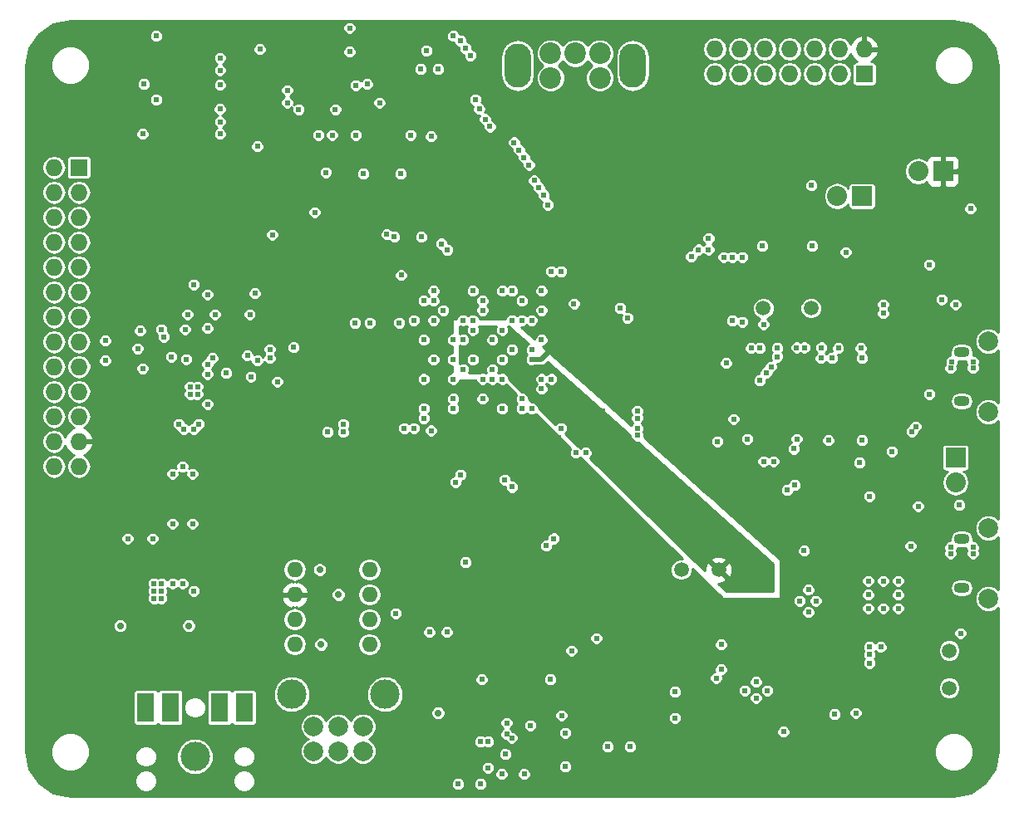
<source format=gbr>
G04 #@! TF.FileFunction,Copper,L3,Inr,Mixed*
%FSLAX46Y46*%
G04 Gerber Fmt 4.6, Leading zero omitted, Abs format (unit mm)*
G04 Created by KiCad (PCBNEW (2015-10-06 BZR 6248, Git 20a3e23)-product) date 2015-10-8 0:39:17*
%MOMM*%
G01*
G04 APERTURE LIST*
%ADD10C,0.100000*%
%ADD11C,1.501140*%
%ADD12C,3.000000*%
%ADD13R,1.800000X3.000000*%
%ADD14R,1.727200X1.727200*%
%ADD15O,1.727200X1.727200*%
%ADD16O,1.600000X1.600000*%
%ADD17R,2.032000X2.032000*%
%ADD18O,2.032000X2.032000*%
%ADD19C,2.200000*%
%ADD20O,2.700000X4.500000*%
%ADD21C,2.000000*%
%ADD22O,1.600000X1.100000*%
%ADD23C,0.609600*%
%ADD24C,0.711200*%
%ADD25C,0.508000*%
%ADD26C,0.254000*%
G04 APERTURE END LIST*
D10*
D11*
X70584060Y-24765000D03*
X75465940Y-24765000D03*
D12*
X12700000Y-70485000D03*
D13*
X17700000Y-65485000D03*
X7700000Y-65485000D03*
X15200000Y-65485000D03*
X10200000Y-65485000D03*
D14*
X80890000Y-880000D03*
D15*
X80890000Y1660000D03*
X78350000Y-880000D03*
X78350000Y1660000D03*
X75810000Y-880000D03*
X75810000Y1660000D03*
X73270000Y-880000D03*
X73270000Y1660000D03*
X70730000Y-880000D03*
X70730000Y1660000D03*
X68190000Y-880000D03*
X68190000Y1660000D03*
X65650000Y-880000D03*
X65650000Y1660000D03*
D16*
X22860000Y-51435000D03*
X22860000Y-53975000D03*
X22860000Y-56515000D03*
X22860000Y-59055000D03*
X30480000Y-59055000D03*
X30480000Y-56515000D03*
X30480000Y-53975000D03*
X30480000Y-51435000D03*
D17*
X80645000Y-13335000D03*
D18*
X78105000Y-13335000D03*
D17*
X90170000Y-40005000D03*
D18*
X90170000Y-42545000D03*
D17*
X88900000Y-10795000D03*
D18*
X86360000Y-10795000D03*
D19*
X51435000Y1230000D03*
X48935000Y1230000D03*
X53935000Y1230000D03*
X48935000Y-1270000D03*
X53935000Y-1270000D03*
D20*
X45585000Y-20000D03*
X57285000Y-20000D03*
D21*
X27305000Y-67435000D03*
X27305000Y-69935000D03*
X29805000Y-69935000D03*
X24805000Y-69935000D03*
X24805000Y-67435000D03*
X29805000Y-67435000D03*
D12*
X32055000Y-64135000D03*
X22555000Y-64135000D03*
D14*
X880000Y-10405000D03*
D15*
X-1660000Y-10405000D03*
X880000Y-12945000D03*
X-1660000Y-12945000D03*
X880000Y-15485000D03*
X-1660000Y-15485000D03*
X880000Y-18025000D03*
X-1660000Y-18025000D03*
X880000Y-20565000D03*
X-1660000Y-20565000D03*
X880000Y-23105000D03*
X-1660000Y-23105000D03*
X880000Y-25645000D03*
X-1660000Y-25645000D03*
X880000Y-28185000D03*
X-1660000Y-28185000D03*
X880000Y-30725000D03*
X-1660000Y-30725000D03*
X880000Y-33265000D03*
X-1660000Y-33265000D03*
X880000Y-35805000D03*
X-1660000Y-35805000D03*
X880000Y-38345000D03*
X-1660000Y-38345000D03*
X880000Y-40885000D03*
X-1660000Y-40885000D03*
D22*
X90805000Y-53300000D03*
X90805000Y-48300000D03*
D21*
X93505000Y-54400000D03*
X93505000Y-47200000D03*
D22*
X90805000Y-34250000D03*
X90805000Y-29250000D03*
D21*
X93505000Y-35350000D03*
X93505000Y-28150000D03*
D11*
X62230000Y-51435000D03*
X66040000Y-51435000D03*
X89535000Y-59690000D03*
X89535000Y-63500000D03*
D23*
X9271000Y-54356000D03*
X9271000Y-53594000D03*
X9271000Y-52832000D03*
X8509000Y-52832000D03*
X8509000Y-53594000D03*
X8509000Y-54356000D03*
X87503000Y-20320000D03*
X80645000Y-29845000D03*
X78232000Y-28829000D03*
X80518000Y-28829000D03*
X72009000Y-28829000D03*
X72009000Y-29718000D03*
X70231000Y-28829000D03*
X65913000Y-38354000D03*
X68961000Y-38100000D03*
X80645000Y-38227000D03*
X81407000Y-60960000D03*
X82550000Y-59309000D03*
X81407000Y-59309000D03*
X81407000Y-60071000D03*
X75946000Y-54610000D03*
X74295000Y-54610000D03*
X69850000Y-64516000D03*
X69850000Y-62865000D03*
X53594000Y-58420000D03*
X50419000Y-71501000D03*
X11430000Y-40894000D03*
X10414000Y-52832000D03*
X21082000Y-32258000D03*
X18415000Y-31750000D03*
X20320000Y-29845000D03*
X20320000Y-28956000D03*
X18288000Y-25400000D03*
X18796000Y-23241000D03*
X13970000Y-26797000D03*
X9271000Y-26924000D03*
X14478000Y-29845000D03*
X11938000Y-25400000D03*
X12573000Y-22352000D03*
X13970000Y-31496000D03*
X13970000Y-34544000D03*
X7366000Y-30924500D03*
X27800000Y-37400000D03*
X27800000Y-36600000D03*
X26200000Y-37400000D03*
X49000000Y-32000000D03*
X12573000Y-37084000D03*
X11557000Y-37084000D03*
X75500000Y-12250000D03*
X74750000Y-49500000D03*
X66294000Y-59055000D03*
X81280000Y-55372000D03*
X81280000Y-52578000D03*
X84328000Y-55372000D03*
X84328000Y-52578000D03*
X87503000Y-33528000D03*
X76454000Y-29845000D03*
X74777600Y-28778200D03*
X89662000Y-49784000D03*
X89662000Y-49149000D03*
X91948000Y-49784000D03*
X91948000Y-49149000D03*
X29083000Y-2032000D03*
X78994000Y-19050000D03*
X89662000Y-30861000D03*
X89789000Y-30226000D03*
X91948000Y-30861000D03*
X91948000Y-30226000D03*
X48000000Y-32000000D03*
X42000000Y-34000000D03*
X43000000Y-31000000D03*
X40000000Y-31000000D03*
X39000000Y-34000000D03*
X48895000Y-62611000D03*
X41910000Y-62611000D03*
X50038000Y-66294000D03*
X44323000Y-70231000D03*
X44450000Y-67056000D03*
X70485000Y-18415000D03*
X75565000Y-18415000D03*
X45000000Y-29000000D03*
X86106000Y-36830000D03*
X85725000Y-37338000D03*
X90678000Y-57912000D03*
X90551000Y-44831000D03*
X90170000Y-24384000D03*
X88773000Y-23876000D03*
X3556000Y-30099000D03*
X3556000Y-28067000D03*
X7112000Y-27051000D03*
X6858000Y-28892500D03*
X47000000Y-29000000D03*
X73700000Y-39100000D03*
X37800000Y-18200000D03*
X38400000Y-18800000D03*
X36000000Y-32000000D03*
X37000000Y-30000000D03*
X28448000Y1397000D03*
X28448000Y3810000D03*
X36250000Y1500000D03*
X36750000Y-7250000D03*
X48500000Y-49000000D03*
X49250000Y-48250000D03*
X30500000Y-26250000D03*
X29000000Y-26250000D03*
X56750000Y-25750000D03*
X56000000Y-24750000D03*
X51300000Y-24300000D03*
X42000000Y-24000000D03*
X37000000Y-24000000D03*
X36000000Y-24000000D03*
X33700000Y-21400000D03*
X34000000Y-37000000D03*
X36000000Y-35000000D03*
X47000000Y-35000000D03*
X42000000Y-25000000D03*
X41000000Y-23000000D03*
X47000000Y-26000000D03*
X44000000Y-35000000D03*
X46000000Y-24000000D03*
X46000000Y-26000000D03*
X39000000Y-35000000D03*
X52500000Y-39500000D03*
X51500000Y-39500000D03*
X57750000Y-37750000D03*
X57750000Y-37000000D03*
X57750000Y-36000000D03*
X57750000Y-35250000D03*
X44000000Y-32000000D03*
X40000000Y-26000000D03*
X39000000Y-30000000D03*
X41000000Y-27000000D03*
X75184000Y-55753000D03*
X75184000Y-53467000D03*
X68707000Y-63754000D03*
X70993000Y-63754000D03*
X19050000Y-30099000D03*
X18034000Y-29591000D03*
X13970000Y-30480000D03*
X11049000Y-36576000D03*
X13081000Y-36576000D03*
X12446000Y-41656000D03*
X10414000Y-41656000D03*
X12446000Y-46736000D03*
X10414000Y-46736000D03*
X5842000Y-48260000D03*
X8382000Y-48260000D03*
X11430000Y-52832000D03*
X12573000Y-53594000D03*
X54737000Y-69469000D03*
X57023000Y-69469000D03*
X65786000Y-62484000D03*
X66294000Y-61595000D03*
X61595000Y-66548000D03*
X61595000Y-63881000D03*
X85598000Y-49022000D03*
X81280000Y-53975000D03*
X82804000Y-55372000D03*
X84328000Y-53975000D03*
X82804000Y-52578000D03*
X72644000Y-67945000D03*
X80010000Y-66040000D03*
X77851000Y-66167000D03*
X70612000Y-26416000D03*
X77216000Y-38227000D03*
X67564000Y-36068000D03*
X66802000Y-30353000D03*
X82804000Y-24384000D03*
X82804000Y-25273000D03*
X70231000Y-32131000D03*
X70866000Y-31369000D03*
X40259000Y-50673000D03*
X33147000Y-55880000D03*
X36576000Y-57785000D03*
X42545000Y-71628000D03*
X46863000Y-67310000D03*
X46228000Y-72263000D03*
X43942000Y-72263000D03*
X39497000Y-73279000D03*
X41783000Y-73279000D03*
X51054000Y-59690000D03*
X50419000Y-68072000D03*
D24*
X37465000Y-66040000D03*
X25400000Y-51435000D03*
X27305000Y-53975000D03*
X25527000Y-59055000D03*
X12065000Y-57150000D03*
X5080000Y-57150000D03*
D23*
X31496000Y-3810000D03*
X27000000Y-4500000D03*
X23250000Y-4500000D03*
X29845000Y-11049000D03*
X33655000Y-11049000D03*
X26035000Y-10922000D03*
X35687000Y-381000D03*
X37465000Y-381000D03*
X19304000Y1651000D03*
X19050000Y-8255000D03*
X7493000Y-1905000D03*
X7366000Y-6985000D03*
X22098000Y-2540000D03*
X22098000Y-3810000D03*
X91694000Y-14605000D03*
X83693000Y-39370000D03*
X86360000Y-44958000D03*
X81407000Y-43942000D03*
X50000000Y-37000000D03*
X50000000Y-21000000D03*
X46000000Y-34000000D03*
X42000000Y-32000000D03*
X41000000Y-30000000D03*
X40000000Y-28000000D03*
X48000000Y-28000000D03*
X36000000Y-28000000D03*
X44000000Y-23000000D03*
X43000000Y-28000000D03*
X43000000Y-30000000D03*
X41000000Y-31000000D03*
X43000000Y-29000000D03*
X53000000Y-38500000D03*
X51500000Y-37500000D03*
X55750000Y-37500000D03*
X54500000Y-36250000D03*
X54250000Y-35250000D03*
X53500000Y-35250000D03*
X44000000Y-31000000D03*
X40000000Y-27000000D03*
X43000000Y-27000000D03*
X40000000Y-30000000D03*
X41000000Y-28000000D03*
X70866000Y-52324000D03*
X70612000Y-51435000D03*
X68326000Y-51435000D03*
X69088000Y-51435000D03*
X68326000Y-52324000D03*
X69850000Y-51435000D03*
X9525000Y-27686000D03*
X10287000Y-29718000D03*
X83820000Y-18415000D03*
X78994000Y-28829000D03*
X71120000Y-28829000D03*
X68199000Y-38100000D03*
X78359000Y-38227000D03*
X51054000Y-58420000D03*
X50419000Y-69088000D03*
X19177000Y-31750000D03*
X20320000Y-28194000D03*
X66294000Y-57150000D03*
X78740000Y-16510000D03*
X90551000Y-10795000D03*
X19500000Y-46750000D03*
X47625000Y-62611000D03*
X43180000Y-62611000D03*
X68072000Y-44069000D03*
X61000000Y-57000000D03*
X61000000Y-55750000D03*
X49750000Y-38000000D03*
X49000000Y-29000000D03*
X47000000Y-30000000D03*
X31000000Y-40500000D03*
X31750000Y-40500000D03*
X32500000Y-40500000D03*
X33250000Y-40500000D03*
X37000000Y-22000000D03*
X37000000Y-31000000D03*
X21000000Y-1250000D03*
X21000000Y-500000D03*
X48250000Y-47000000D03*
X47750000Y-45500000D03*
X32500000Y-26250000D03*
X54250000Y-24750000D03*
X53250000Y-25750000D03*
X49000000Y-24000000D03*
X35000000Y-24000000D03*
X35000000Y-34000000D03*
X37000000Y-36000000D03*
X47000000Y-36000000D03*
X47000000Y-23000000D03*
X48000000Y-33000000D03*
X47000000Y-27000000D03*
X37000000Y-27000000D03*
X19050000Y-27051000D03*
X18034000Y-27559000D03*
X19050000Y-25400000D03*
X52959000Y-64897000D03*
X52959000Y-63373000D03*
X53594000Y-65151000D03*
X52959000Y-64135000D03*
X53594000Y-63119000D03*
X48514000Y-59436000D03*
X42291000Y-59436000D03*
X71374000Y-38227000D03*
X67691000Y-28702000D03*
X82931000Y-22860000D03*
X82169000Y-21844000D03*
X67564000Y-30988000D03*
X68199000Y-30099000D03*
X34036000Y-57658000D03*
X40259000Y-57785000D03*
X40640000Y-67056000D03*
X39751000Y-66421000D03*
X37338000Y-1651000D03*
X37338000Y-2540000D03*
X91567000Y-18415000D03*
X83820000Y-44958000D03*
X76581000Y-43942000D03*
X41000000Y-35000000D03*
X44000000Y-34000000D03*
X40000000Y-34000000D03*
X36000000Y-30000000D03*
X44000000Y-24000000D03*
X40000000Y-24000000D03*
X43000000Y-22000000D03*
X24892000Y-14986000D03*
X20574000Y-17272000D03*
X12954000Y-33528000D03*
X12954000Y-32766000D03*
X12192000Y-33528000D03*
X11684000Y-26924000D03*
X11811000Y-29972000D03*
X13970000Y-23368000D03*
X12192000Y-32766000D03*
X44450000Y-68199000D03*
X44958000Y-68580000D03*
X42545000Y-68961000D03*
X41783000Y-68961000D03*
X76504800Y-28778200D03*
X73990200Y-28778200D03*
X39750000Y-41750000D03*
X36000000Y-36000000D03*
X45000000Y-43000000D03*
X46000000Y-35000000D03*
X66548000Y-19558000D03*
X69342000Y-28829000D03*
X68453000Y-19558000D03*
X68453000Y-26162000D03*
X70612000Y-40386000D03*
X73025000Y-43307000D03*
X14732000Y-25400000D03*
X44250000Y-42250000D03*
X36750000Y-37250000D03*
X15875000Y-31369000D03*
X71374000Y-30734000D03*
X77597000Y-29845000D03*
X33000000Y-17500000D03*
X35000000Y-26000000D03*
X32250000Y-17250000D03*
X33500000Y-26250000D03*
X22750000Y-28750000D03*
X37000000Y-26000000D03*
X67437000Y-26035000D03*
X67437000Y-19558000D03*
X44000000Y-30000000D03*
X44000000Y-27000000D03*
X38000000Y-25000000D03*
X41000000Y-26000000D03*
X43000000Y-32000000D03*
X45000000Y-26000000D03*
X39000000Y-32000000D03*
X39000000Y-28000000D03*
X74000000Y-38100000D03*
X80391000Y-40513000D03*
X73787000Y-42799000D03*
X71628000Y-40386000D03*
X37000000Y-23000000D03*
X35750000Y-17500000D03*
X35000000Y-37000000D03*
X39250000Y-42500000D03*
X39000000Y3000000D03*
X8750000Y3000000D03*
X40750000Y1000000D03*
X15250000Y-2000000D03*
X15250000Y-500000D03*
X40250000Y1750000D03*
X39750000Y2500000D03*
X15250000Y750000D03*
X42750000Y-6250000D03*
X15250000Y-7000000D03*
X42250000Y-5500000D03*
X15250000Y-5750000D03*
X41656000Y-4445000D03*
X15240000Y-4445000D03*
X41250000Y-3500000D03*
X8750000Y-3500000D03*
X63250000Y-19500000D03*
X49000000Y-21000000D03*
X48000000Y-23000000D03*
X65015000Y-18787000D03*
X65015000Y-17644000D03*
X48000000Y-25000000D03*
X63999000Y-18787000D03*
X45000000Y-23000000D03*
X26670000Y-7112000D03*
X25273000Y-7112000D03*
X30226000Y-1905000D03*
X34671000Y-7112000D03*
X29083000Y-7112000D03*
X45203000Y-7865000D03*
X45711000Y-8627000D03*
X46219000Y-9389000D03*
X46727000Y-10151000D03*
X47250000Y-11750000D03*
X47750000Y-12500000D03*
X48250000Y-13250000D03*
X48641000Y-14224000D03*
X38354000Y-57785000D03*
D25*
X48000000Y-30000000D02*
X49000000Y-29000000D01*
X47000000Y-30000000D02*
X48000000Y-30000000D01*
D26*
G36*
X91735495Y4189855D02*
X93206776Y3206776D01*
X94189855Y1735495D01*
X94544000Y-44911D01*
X94544000Y-27236080D01*
X94288295Y-26979928D01*
X93780903Y-26769241D01*
X93231507Y-26768761D01*
X92723749Y-26978563D01*
X92334928Y-27366705D01*
X92124241Y-27874097D01*
X92123761Y-28423493D01*
X92333563Y-28931251D01*
X92721705Y-29320072D01*
X93229097Y-29530759D01*
X93778493Y-29531239D01*
X94286251Y-29321437D01*
X94544000Y-29064138D01*
X94544000Y-34436080D01*
X94288295Y-34179928D01*
X93780903Y-33969241D01*
X93231507Y-33968761D01*
X92723749Y-34178563D01*
X92334928Y-34566705D01*
X92124241Y-35074097D01*
X92123761Y-35623493D01*
X92333563Y-36131251D01*
X92721705Y-36520072D01*
X93229097Y-36730759D01*
X93778493Y-36731239D01*
X94286251Y-36521437D01*
X94544000Y-36264138D01*
X94544000Y-46286080D01*
X94288295Y-46029928D01*
X93780903Y-45819241D01*
X93231507Y-45818761D01*
X92723749Y-46028563D01*
X92334928Y-46416705D01*
X92124241Y-46924097D01*
X92123761Y-47473493D01*
X92333563Y-47981251D01*
X92721705Y-48370072D01*
X93229097Y-48580759D01*
X93778493Y-48581239D01*
X94286251Y-48371437D01*
X94544000Y-48114138D01*
X94544000Y-53486080D01*
X94288295Y-53229928D01*
X93780903Y-53019241D01*
X93231507Y-53018761D01*
X92723749Y-53228563D01*
X92334928Y-53616705D01*
X92124241Y-54124097D01*
X92123761Y-54673493D01*
X92333563Y-55181251D01*
X92721705Y-55570072D01*
X93229097Y-55780759D01*
X93778493Y-55781239D01*
X94286251Y-55571437D01*
X94544000Y-55314138D01*
X94544000Y-69955089D01*
X94189855Y-71735495D01*
X93206776Y-73206776D01*
X91735495Y-74189855D01*
X89955089Y-74544000D01*
X44911Y-74544000D01*
X-1735495Y-74189855D01*
X-3203472Y-73208983D01*
X6568804Y-73208983D01*
X6740625Y-73624823D01*
X7058503Y-73943256D01*
X7474043Y-74115804D01*
X7923983Y-74116196D01*
X8339823Y-73944375D01*
X8658256Y-73626497D01*
X8830804Y-73210957D01*
X8830805Y-73208983D01*
X16568804Y-73208983D01*
X16740625Y-73624823D01*
X17058503Y-73943256D01*
X17474043Y-74115804D01*
X17923983Y-74116196D01*
X18339823Y-73944375D01*
X18658256Y-73626497D01*
X18746153Y-73414816D01*
X38811081Y-73414816D01*
X38915268Y-73666967D01*
X39108018Y-73860054D01*
X39359987Y-73964681D01*
X39632816Y-73964919D01*
X39884967Y-73860732D01*
X40078054Y-73667982D01*
X40182681Y-73416013D01*
X40182682Y-73414816D01*
X41097081Y-73414816D01*
X41201268Y-73666967D01*
X41394018Y-73860054D01*
X41645987Y-73964681D01*
X41918816Y-73964919D01*
X42170967Y-73860732D01*
X42364054Y-73667982D01*
X42468681Y-73416013D01*
X42468919Y-73143184D01*
X42364732Y-72891033D01*
X42171982Y-72697946D01*
X41920013Y-72593319D01*
X41647184Y-72593081D01*
X41395033Y-72697268D01*
X41201946Y-72890018D01*
X41097319Y-73141987D01*
X41097081Y-73414816D01*
X40182682Y-73414816D01*
X40182919Y-73143184D01*
X40078732Y-72891033D01*
X39885982Y-72697946D01*
X39634013Y-72593319D01*
X39361184Y-72593081D01*
X39109033Y-72697268D01*
X38915946Y-72890018D01*
X38811319Y-73141987D01*
X38811081Y-73414816D01*
X18746153Y-73414816D01*
X18830804Y-73210957D01*
X18831196Y-72761017D01*
X18681539Y-72398816D01*
X43256081Y-72398816D01*
X43360268Y-72650967D01*
X43553018Y-72844054D01*
X43804987Y-72948681D01*
X44077816Y-72948919D01*
X44329967Y-72844732D01*
X44523054Y-72651982D01*
X44627681Y-72400013D01*
X44627682Y-72398816D01*
X45542081Y-72398816D01*
X45646268Y-72650967D01*
X45839018Y-72844054D01*
X46090987Y-72948681D01*
X46363816Y-72948919D01*
X46615967Y-72844732D01*
X46809054Y-72651982D01*
X46913681Y-72400013D01*
X46913919Y-72127184D01*
X46809732Y-71875033D01*
X46616982Y-71681946D01*
X46508298Y-71636816D01*
X49733081Y-71636816D01*
X49837268Y-71888967D01*
X50030018Y-72082054D01*
X50281987Y-72186681D01*
X50554816Y-72186919D01*
X50806967Y-72082732D01*
X51000054Y-71889982D01*
X51104681Y-71638013D01*
X51104919Y-71365184D01*
X51000732Y-71113033D01*
X50807982Y-70919946D01*
X50556013Y-70815319D01*
X50283184Y-70815081D01*
X50031033Y-70919268D01*
X49837946Y-71112018D01*
X49733319Y-71363987D01*
X49733081Y-71636816D01*
X46508298Y-71636816D01*
X46365013Y-71577319D01*
X46092184Y-71577081D01*
X45840033Y-71681268D01*
X45646946Y-71874018D01*
X45542319Y-72125987D01*
X45542081Y-72398816D01*
X44627682Y-72398816D01*
X44627919Y-72127184D01*
X44523732Y-71875033D01*
X44330982Y-71681946D01*
X44079013Y-71577319D01*
X43806184Y-71577081D01*
X43554033Y-71681268D01*
X43360946Y-71874018D01*
X43256319Y-72125987D01*
X43256081Y-72398816D01*
X18681539Y-72398816D01*
X18659375Y-72345177D01*
X18341497Y-72026744D01*
X17925957Y-71854196D01*
X17476017Y-71853804D01*
X17060177Y-72025625D01*
X16741744Y-72343503D01*
X16569196Y-72759043D01*
X16568804Y-73208983D01*
X8830805Y-73208983D01*
X8831196Y-72761017D01*
X8659375Y-72345177D01*
X8341497Y-72026744D01*
X7925957Y-71854196D01*
X7476017Y-71853804D01*
X7060177Y-72025625D01*
X6741744Y-72343503D01*
X6569196Y-72759043D01*
X6568804Y-73208983D01*
X-3203472Y-73208983D01*
X-3206776Y-73206776D01*
X-4189855Y-71735495D01*
X-4457030Y-70392316D01*
X-1981343Y-70392316D01*
X-1680389Y-71120680D01*
X-1123611Y-71678431D01*
X-395774Y-71980655D01*
X392316Y-71981343D01*
X1120680Y-71680389D01*
X1678431Y-71123611D01*
X1850599Y-70708983D01*
X6568804Y-70708983D01*
X6740625Y-71124823D01*
X7058503Y-71443256D01*
X7474043Y-71615804D01*
X7923983Y-71616196D01*
X8339823Y-71444375D01*
X8658256Y-71126497D01*
X8769948Y-70857513D01*
X10818674Y-70857513D01*
X11104436Y-71549109D01*
X11633108Y-72078704D01*
X12324204Y-72365673D01*
X13072513Y-72366326D01*
X13764109Y-72080564D01*
X14081410Y-71763816D01*
X41859081Y-71763816D01*
X41963268Y-72015967D01*
X42156018Y-72209054D01*
X42407987Y-72313681D01*
X42680816Y-72313919D01*
X42932967Y-72209732D01*
X43126054Y-72016982D01*
X43230681Y-71765013D01*
X43230919Y-71492184D01*
X43126732Y-71240033D01*
X42933982Y-71046946D01*
X42682013Y-70942319D01*
X42409184Y-70942081D01*
X42157033Y-71046268D01*
X41963946Y-71239018D01*
X41859319Y-71490987D01*
X41859081Y-71763816D01*
X14081410Y-71763816D01*
X14293704Y-71551892D01*
X14580673Y-70860796D01*
X14580805Y-70708983D01*
X16568804Y-70708983D01*
X16740625Y-71124823D01*
X17058503Y-71443256D01*
X17474043Y-71615804D01*
X17923983Y-71616196D01*
X18339823Y-71444375D01*
X18658256Y-71126497D01*
X18830804Y-70710957D01*
X18831196Y-70261017D01*
X18659375Y-69845177D01*
X18341497Y-69526744D01*
X17925957Y-69354196D01*
X17476017Y-69353804D01*
X17060177Y-69525625D01*
X16741744Y-69843503D01*
X16569196Y-70259043D01*
X16568804Y-70708983D01*
X14580805Y-70708983D01*
X14581326Y-70112487D01*
X14295564Y-69420891D01*
X13766892Y-68891296D01*
X13075796Y-68604327D01*
X12327487Y-68603674D01*
X11635891Y-68889436D01*
X11106296Y-69418108D01*
X10819327Y-70109204D01*
X10818674Y-70857513D01*
X8769948Y-70857513D01*
X8830804Y-70710957D01*
X8831196Y-70261017D01*
X8659375Y-69845177D01*
X8341497Y-69526744D01*
X7925957Y-69354196D01*
X7476017Y-69353804D01*
X7060177Y-69525625D01*
X6741744Y-69843503D01*
X6569196Y-70259043D01*
X6568804Y-70708983D01*
X1850599Y-70708983D01*
X1980655Y-70395774D01*
X1981343Y-69607684D01*
X1680389Y-68879320D01*
X1123611Y-68321569D01*
X395774Y-68019345D01*
X-392316Y-68018657D01*
X-1120680Y-68319611D01*
X-1678431Y-68876389D01*
X-1980655Y-69604226D01*
X-1981343Y-70392316D01*
X-4457030Y-70392316D01*
X-4544000Y-69955089D01*
X-4544000Y-67708493D01*
X23423761Y-67708493D01*
X23633563Y-68216251D01*
X24021705Y-68605072D01*
X24214040Y-68684936D01*
X24023749Y-68763563D01*
X23634928Y-69151705D01*
X23424241Y-69659097D01*
X23423761Y-70208493D01*
X23633563Y-70716251D01*
X24021705Y-71105072D01*
X24529097Y-71315759D01*
X25078493Y-71316239D01*
X25586251Y-71106437D01*
X25975072Y-70718295D01*
X26054936Y-70525960D01*
X26133563Y-70716251D01*
X26521705Y-71105072D01*
X27029097Y-71315759D01*
X27578493Y-71316239D01*
X28086251Y-71106437D01*
X28475072Y-70718295D01*
X28554936Y-70525960D01*
X28633563Y-70716251D01*
X29021705Y-71105072D01*
X29529097Y-71315759D01*
X30078493Y-71316239D01*
X30586251Y-71106437D01*
X30975072Y-70718295D01*
X31121018Y-70366816D01*
X43637081Y-70366816D01*
X43741268Y-70618967D01*
X43934018Y-70812054D01*
X44185987Y-70916681D01*
X44458816Y-70916919D01*
X44710967Y-70812732D01*
X44904054Y-70619982D01*
X44998589Y-70392316D01*
X88018657Y-70392316D01*
X88319611Y-71120680D01*
X88876389Y-71678431D01*
X89604226Y-71980655D01*
X90392316Y-71981343D01*
X91120680Y-71680389D01*
X91678431Y-71123611D01*
X91980655Y-70395774D01*
X91981343Y-69607684D01*
X91680389Y-68879320D01*
X91123611Y-68321569D01*
X90395774Y-68019345D01*
X89607684Y-68018657D01*
X88879320Y-68319611D01*
X88321569Y-68876389D01*
X88019345Y-69604226D01*
X88018657Y-70392316D01*
X44998589Y-70392316D01*
X45008681Y-70368013D01*
X45008919Y-70095184D01*
X44904732Y-69843033D01*
X44711982Y-69649946D01*
X44603298Y-69604816D01*
X54051081Y-69604816D01*
X54155268Y-69856967D01*
X54348018Y-70050054D01*
X54599987Y-70154681D01*
X54872816Y-70154919D01*
X55124967Y-70050732D01*
X55318054Y-69857982D01*
X55422681Y-69606013D01*
X55422682Y-69604816D01*
X56337081Y-69604816D01*
X56441268Y-69856967D01*
X56634018Y-70050054D01*
X56885987Y-70154681D01*
X57158816Y-70154919D01*
X57410967Y-70050732D01*
X57604054Y-69857982D01*
X57708681Y-69606013D01*
X57708919Y-69333184D01*
X57604732Y-69081033D01*
X57411982Y-68887946D01*
X57160013Y-68783319D01*
X56887184Y-68783081D01*
X56635033Y-68887268D01*
X56441946Y-69080018D01*
X56337319Y-69331987D01*
X56337081Y-69604816D01*
X55422682Y-69604816D01*
X55422919Y-69333184D01*
X55318732Y-69081033D01*
X55125982Y-68887946D01*
X54874013Y-68783319D01*
X54601184Y-68783081D01*
X54349033Y-68887268D01*
X54155946Y-69080018D01*
X54051319Y-69331987D01*
X54051081Y-69604816D01*
X44603298Y-69604816D01*
X44460013Y-69545319D01*
X44187184Y-69545081D01*
X43935033Y-69649268D01*
X43741946Y-69842018D01*
X43637319Y-70093987D01*
X43637081Y-70366816D01*
X31121018Y-70366816D01*
X31185759Y-70210903D01*
X31186239Y-69661507D01*
X30976437Y-69153749D01*
X30919604Y-69096816D01*
X41097081Y-69096816D01*
X41201268Y-69348967D01*
X41394018Y-69542054D01*
X41645987Y-69646681D01*
X41918816Y-69646919D01*
X42164292Y-69545490D01*
X42407987Y-69646681D01*
X42680816Y-69646919D01*
X42932967Y-69542732D01*
X43126054Y-69349982D01*
X43230681Y-69098013D01*
X43230919Y-68825184D01*
X43126732Y-68573033D01*
X42933982Y-68379946D01*
X42682013Y-68275319D01*
X42409184Y-68275081D01*
X42163708Y-68376510D01*
X41920013Y-68275319D01*
X41647184Y-68275081D01*
X41395033Y-68379268D01*
X41201946Y-68572018D01*
X41097319Y-68823987D01*
X41097081Y-69096816D01*
X30919604Y-69096816D01*
X30588295Y-68764928D01*
X30395960Y-68685064D01*
X30586251Y-68606437D01*
X30975072Y-68218295D01*
X31185759Y-67710903D01*
X31186212Y-67191816D01*
X43764081Y-67191816D01*
X43868268Y-67443967D01*
X44051632Y-67627651D01*
X43868946Y-67810018D01*
X43764319Y-68061987D01*
X43764081Y-68334816D01*
X43868268Y-68586967D01*
X44061018Y-68780054D01*
X44312987Y-68884681D01*
X44341865Y-68884706D01*
X44376268Y-68967967D01*
X44569018Y-69161054D01*
X44820987Y-69265681D01*
X45093816Y-69265919D01*
X45345967Y-69161732D01*
X45539054Y-68968982D01*
X45643681Y-68717013D01*
X45643919Y-68444184D01*
X45546254Y-68207816D01*
X49733081Y-68207816D01*
X49837268Y-68459967D01*
X50030018Y-68653054D01*
X50281987Y-68757681D01*
X50554816Y-68757919D01*
X50806967Y-68653732D01*
X51000054Y-68460982D01*
X51104681Y-68209013D01*
X51104792Y-68080816D01*
X71958081Y-68080816D01*
X72062268Y-68332967D01*
X72255018Y-68526054D01*
X72506987Y-68630681D01*
X72779816Y-68630919D01*
X73031967Y-68526732D01*
X73225054Y-68333982D01*
X73329681Y-68082013D01*
X73329919Y-67809184D01*
X73225732Y-67557033D01*
X73032982Y-67363946D01*
X72781013Y-67259319D01*
X72508184Y-67259081D01*
X72256033Y-67363268D01*
X72062946Y-67556018D01*
X71958319Y-67807987D01*
X71958081Y-68080816D01*
X51104792Y-68080816D01*
X51104919Y-67936184D01*
X51000732Y-67684033D01*
X50807982Y-67490946D01*
X50556013Y-67386319D01*
X50283184Y-67386081D01*
X50031033Y-67490268D01*
X49837946Y-67683018D01*
X49733319Y-67934987D01*
X49733081Y-68207816D01*
X45546254Y-68207816D01*
X45539732Y-68192033D01*
X45346982Y-67998946D01*
X45095013Y-67894319D01*
X45066135Y-67894294D01*
X45031732Y-67811033D01*
X44848368Y-67627349D01*
X45030218Y-67445816D01*
X46177081Y-67445816D01*
X46281268Y-67697967D01*
X46474018Y-67891054D01*
X46725987Y-67995681D01*
X46998816Y-67995919D01*
X47250967Y-67891732D01*
X47444054Y-67698982D01*
X47548681Y-67447013D01*
X47548919Y-67174184D01*
X47444732Y-66922033D01*
X47251982Y-66728946D01*
X47000013Y-66624319D01*
X46727184Y-66624081D01*
X46475033Y-66728268D01*
X46281946Y-66921018D01*
X46177319Y-67172987D01*
X46177081Y-67445816D01*
X45030218Y-67445816D01*
X45031054Y-67444982D01*
X45135681Y-67193013D01*
X45135919Y-66920184D01*
X45031732Y-66668033D01*
X44838982Y-66474946D01*
X44730298Y-66429816D01*
X49352081Y-66429816D01*
X49456268Y-66681967D01*
X49649018Y-66875054D01*
X49900987Y-66979681D01*
X50173816Y-66979919D01*
X50425967Y-66875732D01*
X50618218Y-66683816D01*
X60909081Y-66683816D01*
X61013268Y-66935967D01*
X61206018Y-67129054D01*
X61457987Y-67233681D01*
X61730816Y-67233919D01*
X61982967Y-67129732D01*
X62176054Y-66936982D01*
X62280681Y-66685013D01*
X62280919Y-66412184D01*
X62235729Y-66302816D01*
X77165081Y-66302816D01*
X77269268Y-66554967D01*
X77462018Y-66748054D01*
X77713987Y-66852681D01*
X77986816Y-66852919D01*
X78238967Y-66748732D01*
X78432054Y-66555982D01*
X78536681Y-66304013D01*
X78536792Y-66175816D01*
X79324081Y-66175816D01*
X79428268Y-66427967D01*
X79621018Y-66621054D01*
X79872987Y-66725681D01*
X80145816Y-66725919D01*
X80397967Y-66621732D01*
X80591054Y-66428982D01*
X80695681Y-66177013D01*
X80695919Y-65904184D01*
X80591732Y-65652033D01*
X80398982Y-65458946D01*
X80147013Y-65354319D01*
X79874184Y-65354081D01*
X79622033Y-65458268D01*
X79428946Y-65651018D01*
X79324319Y-65902987D01*
X79324081Y-66175816D01*
X78536792Y-66175816D01*
X78536919Y-66031184D01*
X78432732Y-65779033D01*
X78239982Y-65585946D01*
X77988013Y-65481319D01*
X77715184Y-65481081D01*
X77463033Y-65585268D01*
X77269946Y-65778018D01*
X77165319Y-66029987D01*
X77165081Y-66302816D01*
X62235729Y-66302816D01*
X62176732Y-66160033D01*
X61983982Y-65966946D01*
X61732013Y-65862319D01*
X61459184Y-65862081D01*
X61207033Y-65966268D01*
X61013946Y-66159018D01*
X60909319Y-66410987D01*
X60909081Y-66683816D01*
X50618218Y-66683816D01*
X50619054Y-66682982D01*
X50723681Y-66431013D01*
X50723919Y-66158184D01*
X50619732Y-65906033D01*
X50426982Y-65712946D01*
X50175013Y-65608319D01*
X49902184Y-65608081D01*
X49650033Y-65712268D01*
X49456946Y-65905018D01*
X49352319Y-66156987D01*
X49352081Y-66429816D01*
X44730298Y-66429816D01*
X44587013Y-66370319D01*
X44314184Y-66370081D01*
X44062033Y-66474268D01*
X43868946Y-66667018D01*
X43764319Y-66918987D01*
X43764081Y-67191816D01*
X31186212Y-67191816D01*
X31186239Y-67161507D01*
X30976437Y-66653749D01*
X30588295Y-66264928D01*
X30397917Y-66185876D01*
X36728272Y-66185876D01*
X36840177Y-66456705D01*
X37047205Y-66664095D01*
X37317838Y-66776472D01*
X37610876Y-66776728D01*
X37881705Y-66664823D01*
X38089095Y-66457795D01*
X38201472Y-66187162D01*
X38201728Y-65894124D01*
X38089823Y-65623295D01*
X37882795Y-65415905D01*
X37612162Y-65303528D01*
X37319124Y-65303272D01*
X37048295Y-65415177D01*
X36840905Y-65622205D01*
X36728528Y-65892838D01*
X36728272Y-66185876D01*
X30397917Y-66185876D01*
X30080903Y-66054241D01*
X29531507Y-66053761D01*
X29023749Y-66263563D01*
X28634928Y-66651705D01*
X28555064Y-66844040D01*
X28476437Y-66653749D01*
X28088295Y-66264928D01*
X27580903Y-66054241D01*
X27031507Y-66053761D01*
X26523749Y-66263563D01*
X26134928Y-66651705D01*
X26055064Y-66844040D01*
X25976437Y-66653749D01*
X25588295Y-66264928D01*
X25080903Y-66054241D01*
X24531507Y-66053761D01*
X24023749Y-66263563D01*
X23634928Y-66651705D01*
X23424241Y-67159097D01*
X23423761Y-67708493D01*
X-4544000Y-67708493D01*
X-4544000Y-63985000D01*
X6411536Y-63985000D01*
X6411536Y-66985000D01*
X6438103Y-67126190D01*
X6521546Y-67255865D01*
X6648866Y-67342859D01*
X6800000Y-67373464D01*
X8600000Y-67373464D01*
X8741190Y-67346897D01*
X8870865Y-67263454D01*
X8950980Y-67146202D01*
X9021546Y-67255865D01*
X9148866Y-67342859D01*
X9300000Y-67373464D01*
X11100000Y-67373464D01*
X11241190Y-67346897D01*
X11370865Y-67263454D01*
X11457859Y-67136134D01*
X11488464Y-66985000D01*
X11488464Y-65708983D01*
X11568804Y-65708983D01*
X11740625Y-66124823D01*
X12058503Y-66443256D01*
X12474043Y-66615804D01*
X12923983Y-66616196D01*
X13339823Y-66444375D01*
X13658256Y-66126497D01*
X13830804Y-65710957D01*
X13831196Y-65261017D01*
X13659375Y-64845177D01*
X13341497Y-64526744D01*
X12925957Y-64354196D01*
X12476017Y-64353804D01*
X12060177Y-64525625D01*
X11741744Y-64843503D01*
X11569196Y-65259043D01*
X11568804Y-65708983D01*
X11488464Y-65708983D01*
X11488464Y-63985000D01*
X13911536Y-63985000D01*
X13911536Y-66985000D01*
X13938103Y-67126190D01*
X14021546Y-67255865D01*
X14148866Y-67342859D01*
X14300000Y-67373464D01*
X16100000Y-67373464D01*
X16241190Y-67346897D01*
X16370865Y-67263454D01*
X16450980Y-67146202D01*
X16521546Y-67255865D01*
X16648866Y-67342859D01*
X16800000Y-67373464D01*
X18600000Y-67373464D01*
X18741190Y-67346897D01*
X18870865Y-67263454D01*
X18957859Y-67136134D01*
X18988464Y-66985000D01*
X18988464Y-64507513D01*
X20673674Y-64507513D01*
X20959436Y-65199109D01*
X21488108Y-65728704D01*
X22179204Y-66015673D01*
X22927513Y-66016326D01*
X23619109Y-65730564D01*
X24148704Y-65201892D01*
X24435673Y-64510796D01*
X24435675Y-64507513D01*
X30173674Y-64507513D01*
X30459436Y-65199109D01*
X30988108Y-65728704D01*
X31679204Y-66015673D01*
X32427513Y-66016326D01*
X33119109Y-65730564D01*
X33648704Y-65201892D01*
X33935673Y-64510796D01*
X33936104Y-64016816D01*
X60909081Y-64016816D01*
X61013268Y-64268967D01*
X61206018Y-64462054D01*
X61457987Y-64566681D01*
X61730816Y-64566919D01*
X61982967Y-64462732D01*
X62176054Y-64269982D01*
X62280681Y-64018013D01*
X62280792Y-63889816D01*
X68021081Y-63889816D01*
X68125268Y-64141967D01*
X68318018Y-64335054D01*
X68569987Y-64439681D01*
X68842816Y-64439919D01*
X69094967Y-64335732D01*
X69244096Y-64186863D01*
X69164319Y-64378987D01*
X69164081Y-64651816D01*
X69268268Y-64903967D01*
X69461018Y-65097054D01*
X69712987Y-65201681D01*
X69985816Y-65201919D01*
X70237967Y-65097732D01*
X70431054Y-64904982D01*
X70535681Y-64653013D01*
X70535919Y-64380184D01*
X70456008Y-64186785D01*
X70604018Y-64335054D01*
X70855987Y-64439681D01*
X71128816Y-64439919D01*
X71380967Y-64335732D01*
X71574054Y-64142982D01*
X71678681Y-63891013D01*
X71678826Y-63724096D01*
X88403234Y-63724096D01*
X88575142Y-64140146D01*
X88893180Y-64458739D01*
X89308929Y-64631373D01*
X89759096Y-64631766D01*
X90175146Y-64459858D01*
X90493739Y-64141820D01*
X90666373Y-63726071D01*
X90666766Y-63275904D01*
X90494858Y-62859854D01*
X90176820Y-62541261D01*
X89761071Y-62368627D01*
X89310904Y-62368234D01*
X88894854Y-62540142D01*
X88576261Y-62858180D01*
X88403627Y-63273929D01*
X88403234Y-63724096D01*
X71678826Y-63724096D01*
X71678919Y-63618184D01*
X71574732Y-63366033D01*
X71381982Y-63172946D01*
X71130013Y-63068319D01*
X70857184Y-63068081D01*
X70605033Y-63172268D01*
X70411946Y-63365018D01*
X70307319Y-63616987D01*
X70307081Y-63889816D01*
X70386992Y-64083215D01*
X70238982Y-63934946D01*
X69987013Y-63830319D01*
X69714184Y-63830081D01*
X69462033Y-63934268D01*
X69312904Y-64083137D01*
X69392681Y-63891013D01*
X69392919Y-63618184D01*
X69288732Y-63366033D01*
X69095982Y-63172946D01*
X68844013Y-63068319D01*
X68571184Y-63068081D01*
X68319033Y-63172268D01*
X68125946Y-63365018D01*
X68021319Y-63616987D01*
X68021081Y-63889816D01*
X62280792Y-63889816D01*
X62280919Y-63745184D01*
X62176732Y-63493033D01*
X61983982Y-63299946D01*
X61732013Y-63195319D01*
X61459184Y-63195081D01*
X61207033Y-63299268D01*
X61013946Y-63492018D01*
X60909319Y-63743987D01*
X60909081Y-64016816D01*
X33936104Y-64016816D01*
X33936326Y-63762487D01*
X33650564Y-63070891D01*
X33327054Y-62746816D01*
X41224081Y-62746816D01*
X41328268Y-62998967D01*
X41521018Y-63192054D01*
X41772987Y-63296681D01*
X42045816Y-63296919D01*
X42297967Y-63192732D01*
X42491054Y-62999982D01*
X42595681Y-62748013D01*
X42595682Y-62746816D01*
X48209081Y-62746816D01*
X48313268Y-62998967D01*
X48506018Y-63192054D01*
X48757987Y-63296681D01*
X49030816Y-63296919D01*
X49282967Y-63192732D01*
X49476054Y-62999982D01*
X49580681Y-62748013D01*
X49580792Y-62619816D01*
X65100081Y-62619816D01*
X65204268Y-62871967D01*
X65397018Y-63065054D01*
X65648987Y-63169681D01*
X65921816Y-63169919D01*
X66173967Y-63065732D01*
X66238996Y-63000816D01*
X69164081Y-63000816D01*
X69268268Y-63252967D01*
X69461018Y-63446054D01*
X69712987Y-63550681D01*
X69985816Y-63550919D01*
X70237967Y-63446732D01*
X70431054Y-63253982D01*
X70535681Y-63002013D01*
X70535919Y-62729184D01*
X70431732Y-62477033D01*
X70238982Y-62283946D01*
X69987013Y-62179319D01*
X69714184Y-62179081D01*
X69462033Y-62283268D01*
X69268946Y-62476018D01*
X69164319Y-62727987D01*
X69164081Y-63000816D01*
X66238996Y-63000816D01*
X66367054Y-62872982D01*
X66471681Y-62621013D01*
X66471919Y-62348184D01*
X66442039Y-62275869D01*
X66681967Y-62176732D01*
X66875054Y-61983982D01*
X66979681Y-61732013D01*
X66979919Y-61459184D01*
X66875732Y-61207033D01*
X66682982Y-61013946D01*
X66431013Y-60909319D01*
X66158184Y-60909081D01*
X65906033Y-61013268D01*
X65712946Y-61206018D01*
X65608319Y-61457987D01*
X65608081Y-61730816D01*
X65637961Y-61803131D01*
X65398033Y-61902268D01*
X65204946Y-62095018D01*
X65100319Y-62346987D01*
X65100081Y-62619816D01*
X49580792Y-62619816D01*
X49580919Y-62475184D01*
X49476732Y-62223033D01*
X49283982Y-62029946D01*
X49032013Y-61925319D01*
X48759184Y-61925081D01*
X48507033Y-62029268D01*
X48313946Y-62222018D01*
X48209319Y-62473987D01*
X48209081Y-62746816D01*
X42595682Y-62746816D01*
X42595919Y-62475184D01*
X42491732Y-62223033D01*
X42298982Y-62029946D01*
X42047013Y-61925319D01*
X41774184Y-61925081D01*
X41522033Y-62029268D01*
X41328946Y-62222018D01*
X41224319Y-62473987D01*
X41224081Y-62746816D01*
X33327054Y-62746816D01*
X33121892Y-62541296D01*
X32430796Y-62254327D01*
X31682487Y-62253674D01*
X30990891Y-62539436D01*
X30461296Y-63068108D01*
X30174327Y-63759204D01*
X30173674Y-64507513D01*
X24435675Y-64507513D01*
X24436326Y-63762487D01*
X24150564Y-63070891D01*
X23621892Y-62541296D01*
X22930796Y-62254327D01*
X22182487Y-62253674D01*
X21490891Y-62539436D01*
X20961296Y-63068108D01*
X20674327Y-63759204D01*
X20673674Y-64507513D01*
X18988464Y-64507513D01*
X18988464Y-63985000D01*
X18961897Y-63843810D01*
X18878454Y-63714135D01*
X18751134Y-63627141D01*
X18600000Y-63596536D01*
X16800000Y-63596536D01*
X16658810Y-63623103D01*
X16529135Y-63706546D01*
X16449020Y-63823798D01*
X16378454Y-63714135D01*
X16251134Y-63627141D01*
X16100000Y-63596536D01*
X14300000Y-63596536D01*
X14158810Y-63623103D01*
X14029135Y-63706546D01*
X13942141Y-63833866D01*
X13911536Y-63985000D01*
X11488464Y-63985000D01*
X11461897Y-63843810D01*
X11378454Y-63714135D01*
X11251134Y-63627141D01*
X11100000Y-63596536D01*
X9300000Y-63596536D01*
X9158810Y-63623103D01*
X9029135Y-63706546D01*
X8949020Y-63823798D01*
X8878454Y-63714135D01*
X8751134Y-63627141D01*
X8600000Y-63596536D01*
X6800000Y-63596536D01*
X6658810Y-63623103D01*
X6529135Y-63706546D01*
X6442141Y-63833866D01*
X6411536Y-63985000D01*
X-4544000Y-63985000D01*
X-4544000Y-59055000D01*
X21655863Y-59055000D01*
X21745761Y-59506949D01*
X22001770Y-59890093D01*
X22384914Y-60146102D01*
X22836863Y-60236000D01*
X22883137Y-60236000D01*
X23335086Y-60146102D01*
X23718230Y-59890093D01*
X23974239Y-59506949D01*
X24035120Y-59200876D01*
X24790272Y-59200876D01*
X24902177Y-59471705D01*
X25109205Y-59679095D01*
X25379838Y-59791472D01*
X25672876Y-59791728D01*
X25943705Y-59679823D01*
X26151095Y-59472795D01*
X26263472Y-59202162D01*
X26263600Y-59055000D01*
X29275863Y-59055000D01*
X29365761Y-59506949D01*
X29621770Y-59890093D01*
X30004914Y-60146102D01*
X30456863Y-60236000D01*
X30503137Y-60236000D01*
X30955086Y-60146102D01*
X31338230Y-59890093D01*
X31381178Y-59825816D01*
X50368081Y-59825816D01*
X50472268Y-60077967D01*
X50665018Y-60271054D01*
X50916987Y-60375681D01*
X51189816Y-60375919D01*
X51441967Y-60271732D01*
X51635054Y-60078982D01*
X51739681Y-59827013D01*
X51739919Y-59554184D01*
X51635732Y-59302033D01*
X51524710Y-59190816D01*
X65608081Y-59190816D01*
X65712268Y-59442967D01*
X65905018Y-59636054D01*
X66156987Y-59740681D01*
X66429816Y-59740919D01*
X66681967Y-59636732D01*
X66874218Y-59444816D01*
X80721081Y-59444816D01*
X80822510Y-59690292D01*
X80721319Y-59933987D01*
X80721081Y-60206816D01*
X80825268Y-60458967D01*
X80881632Y-60515429D01*
X80825946Y-60571018D01*
X80721319Y-60822987D01*
X80721081Y-61095816D01*
X80825268Y-61347967D01*
X81018018Y-61541054D01*
X81269987Y-61645681D01*
X81542816Y-61645919D01*
X81794967Y-61541732D01*
X81988054Y-61348982D01*
X82092681Y-61097013D01*
X82092919Y-60824184D01*
X81988732Y-60572033D01*
X81932368Y-60515571D01*
X81988054Y-60459982D01*
X82092681Y-60208013D01*
X82092919Y-59935184D01*
X82013008Y-59741785D01*
X82161018Y-59890054D01*
X82412987Y-59994681D01*
X82685816Y-59994919D01*
X82881421Y-59914096D01*
X88403234Y-59914096D01*
X88575142Y-60330146D01*
X88893180Y-60648739D01*
X89308929Y-60821373D01*
X89759096Y-60821766D01*
X90175146Y-60649858D01*
X90493739Y-60331820D01*
X90666373Y-59916071D01*
X90666766Y-59465904D01*
X90494858Y-59049854D01*
X90176820Y-58731261D01*
X89761071Y-58558627D01*
X89310904Y-58558234D01*
X88894854Y-58730142D01*
X88576261Y-59048180D01*
X88403627Y-59463929D01*
X88403234Y-59914096D01*
X82881421Y-59914096D01*
X82937967Y-59890732D01*
X83131054Y-59697982D01*
X83235681Y-59446013D01*
X83235919Y-59173184D01*
X83131732Y-58921033D01*
X82938982Y-58727946D01*
X82687013Y-58623319D01*
X82414184Y-58623081D01*
X82162033Y-58727268D01*
X81978349Y-58910632D01*
X81795982Y-58727946D01*
X81544013Y-58623319D01*
X81271184Y-58623081D01*
X81019033Y-58727268D01*
X80825946Y-58920018D01*
X80721319Y-59171987D01*
X80721081Y-59444816D01*
X66874218Y-59444816D01*
X66875054Y-59443982D01*
X66979681Y-59192013D01*
X66979919Y-58919184D01*
X66875732Y-58667033D01*
X66682982Y-58473946D01*
X66431013Y-58369319D01*
X66158184Y-58369081D01*
X65906033Y-58473268D01*
X65712946Y-58666018D01*
X65608319Y-58917987D01*
X65608081Y-59190816D01*
X51524710Y-59190816D01*
X51442982Y-59108946D01*
X51191013Y-59004319D01*
X50918184Y-59004081D01*
X50666033Y-59108268D01*
X50472946Y-59301018D01*
X50368319Y-59552987D01*
X50368081Y-59825816D01*
X31381178Y-59825816D01*
X31594239Y-59506949D01*
X31684137Y-59055000D01*
X31594239Y-58603051D01*
X31562678Y-58555816D01*
X52908081Y-58555816D01*
X53012268Y-58807967D01*
X53205018Y-59001054D01*
X53456987Y-59105681D01*
X53729816Y-59105919D01*
X53981967Y-59001732D01*
X54175054Y-58808982D01*
X54279681Y-58557013D01*
X54279919Y-58284184D01*
X54182254Y-58047816D01*
X89992081Y-58047816D01*
X90096268Y-58299967D01*
X90289018Y-58493054D01*
X90540987Y-58597681D01*
X90813816Y-58597919D01*
X91065967Y-58493732D01*
X91259054Y-58300982D01*
X91363681Y-58049013D01*
X91363919Y-57776184D01*
X91259732Y-57524033D01*
X91066982Y-57330946D01*
X90815013Y-57226319D01*
X90542184Y-57226081D01*
X90290033Y-57330268D01*
X90096946Y-57523018D01*
X89992319Y-57774987D01*
X89992081Y-58047816D01*
X54182254Y-58047816D01*
X54175732Y-58032033D01*
X53982982Y-57838946D01*
X53731013Y-57734319D01*
X53458184Y-57734081D01*
X53206033Y-57838268D01*
X53012946Y-58031018D01*
X52908319Y-58282987D01*
X52908081Y-58555816D01*
X31562678Y-58555816D01*
X31338230Y-58219907D01*
X30955086Y-57963898D01*
X30738498Y-57920816D01*
X35890081Y-57920816D01*
X35994268Y-58172967D01*
X36187018Y-58366054D01*
X36438987Y-58470681D01*
X36711816Y-58470919D01*
X36963967Y-58366732D01*
X37157054Y-58173982D01*
X37261681Y-57922013D01*
X37261682Y-57920816D01*
X37668081Y-57920816D01*
X37772268Y-58172967D01*
X37965018Y-58366054D01*
X38216987Y-58470681D01*
X38489816Y-58470919D01*
X38741967Y-58366732D01*
X38935054Y-58173982D01*
X39039681Y-57922013D01*
X39039919Y-57649184D01*
X38935732Y-57397033D01*
X38742982Y-57203946D01*
X38491013Y-57099319D01*
X38218184Y-57099081D01*
X37966033Y-57203268D01*
X37772946Y-57396018D01*
X37668319Y-57647987D01*
X37668081Y-57920816D01*
X37261682Y-57920816D01*
X37261919Y-57649184D01*
X37157732Y-57397033D01*
X36964982Y-57203946D01*
X36713013Y-57099319D01*
X36440184Y-57099081D01*
X36188033Y-57203268D01*
X35994946Y-57396018D01*
X35890319Y-57647987D01*
X35890081Y-57920816D01*
X30738498Y-57920816D01*
X30503137Y-57874000D01*
X30456863Y-57874000D01*
X30004914Y-57963898D01*
X29621770Y-58219907D01*
X29365761Y-58603051D01*
X29275863Y-59055000D01*
X26263600Y-59055000D01*
X26263728Y-58909124D01*
X26151823Y-58638295D01*
X25944795Y-58430905D01*
X25674162Y-58318528D01*
X25381124Y-58318272D01*
X25110295Y-58430177D01*
X24902905Y-58637205D01*
X24790528Y-58907838D01*
X24790272Y-59200876D01*
X24035120Y-59200876D01*
X24064137Y-59055000D01*
X23974239Y-58603051D01*
X23718230Y-58219907D01*
X23335086Y-57963898D01*
X22883137Y-57874000D01*
X22836863Y-57874000D01*
X22384914Y-57963898D01*
X22001770Y-58219907D01*
X21745761Y-58603051D01*
X21655863Y-59055000D01*
X-4544000Y-59055000D01*
X-4544000Y-57295876D01*
X4343272Y-57295876D01*
X4455177Y-57566705D01*
X4662205Y-57774095D01*
X4932838Y-57886472D01*
X5225876Y-57886728D01*
X5496705Y-57774823D01*
X5704095Y-57567795D01*
X5816472Y-57297162D01*
X5816473Y-57295876D01*
X11328272Y-57295876D01*
X11440177Y-57566705D01*
X11647205Y-57774095D01*
X11917838Y-57886472D01*
X12210876Y-57886728D01*
X12481705Y-57774823D01*
X12689095Y-57567795D01*
X12801472Y-57297162D01*
X12801728Y-57004124D01*
X12689823Y-56733295D01*
X12482795Y-56525905D01*
X12212162Y-56413528D01*
X11919124Y-56413272D01*
X11648295Y-56525177D01*
X11440905Y-56732205D01*
X11328528Y-57002838D01*
X11328272Y-57295876D01*
X5816473Y-57295876D01*
X5816728Y-57004124D01*
X5704823Y-56733295D01*
X5497795Y-56525905D01*
X5227162Y-56413528D01*
X4934124Y-56413272D01*
X4663295Y-56525177D01*
X4455905Y-56732205D01*
X4343528Y-57002838D01*
X4343272Y-57295876D01*
X-4544000Y-57295876D01*
X-4544000Y-52967816D01*
X7823081Y-52967816D01*
X7924510Y-53213292D01*
X7823319Y-53456987D01*
X7823081Y-53729816D01*
X7924510Y-53975292D01*
X7823319Y-54218987D01*
X7823081Y-54491816D01*
X7927268Y-54743967D01*
X8120018Y-54937054D01*
X8371987Y-55041681D01*
X8644816Y-55041919D01*
X8890292Y-54940490D01*
X9133987Y-55041681D01*
X9406816Y-55041919D01*
X9658967Y-54937732D01*
X9852054Y-54744982D01*
X9956681Y-54493013D01*
X9956828Y-54324039D01*
X21468096Y-54324039D01*
X21628959Y-54712423D01*
X22004866Y-55127389D01*
X22510959Y-55366914D01*
X22732998Y-55245630D01*
X22732998Y-55354660D01*
X22384914Y-55423898D01*
X22001770Y-55679907D01*
X21745761Y-56063051D01*
X21655863Y-56515000D01*
X21745761Y-56966949D01*
X22001770Y-57350093D01*
X22384914Y-57606102D01*
X22836863Y-57696000D01*
X22883137Y-57696000D01*
X23335086Y-57606102D01*
X23718230Y-57350093D01*
X23974239Y-56966949D01*
X24064137Y-56515000D01*
X29275863Y-56515000D01*
X29365761Y-56966949D01*
X29621770Y-57350093D01*
X30004914Y-57606102D01*
X30456863Y-57696000D01*
X30503137Y-57696000D01*
X30955086Y-57606102D01*
X31338230Y-57350093D01*
X31594239Y-56966949D01*
X31684137Y-56515000D01*
X31594239Y-56063051D01*
X31562678Y-56015816D01*
X32461081Y-56015816D01*
X32565268Y-56267967D01*
X32758018Y-56461054D01*
X33009987Y-56565681D01*
X33282816Y-56565919D01*
X33534967Y-56461732D01*
X33728054Y-56268982D01*
X33832681Y-56017013D01*
X33832919Y-55744184D01*
X33728732Y-55492033D01*
X33535982Y-55298946D01*
X33284013Y-55194319D01*
X33011184Y-55194081D01*
X32759033Y-55298268D01*
X32565946Y-55491018D01*
X32461319Y-55742987D01*
X32461081Y-56015816D01*
X31562678Y-56015816D01*
X31338230Y-55679907D01*
X30955086Y-55423898D01*
X30503137Y-55334000D01*
X30456863Y-55334000D01*
X30004914Y-55423898D01*
X29621770Y-55679907D01*
X29365761Y-56063051D01*
X29275863Y-56515000D01*
X24064137Y-56515000D01*
X23974239Y-56063051D01*
X23718230Y-55679907D01*
X23335086Y-55423898D01*
X22987002Y-55354660D01*
X22987002Y-55245630D01*
X23209041Y-55366914D01*
X23715134Y-55127389D01*
X24091041Y-54712423D01*
X24251904Y-54324039D01*
X24140286Y-54120876D01*
X26568272Y-54120876D01*
X26680177Y-54391705D01*
X26887205Y-54599095D01*
X27157838Y-54711472D01*
X27450876Y-54711728D01*
X27721705Y-54599823D01*
X27929095Y-54392795D01*
X28041472Y-54122162D01*
X28041600Y-53975000D01*
X29275863Y-53975000D01*
X29365761Y-54426949D01*
X29621770Y-54810093D01*
X30004914Y-55066102D01*
X30456863Y-55156000D01*
X30503137Y-55156000D01*
X30955086Y-55066102D01*
X31338230Y-54810093D01*
X31381178Y-54745816D01*
X73609081Y-54745816D01*
X73713268Y-54997967D01*
X73906018Y-55191054D01*
X74157987Y-55295681D01*
X74430816Y-55295919D01*
X74682967Y-55191732D01*
X74876054Y-54998982D01*
X74980681Y-54747013D01*
X74980919Y-54474184D01*
X74876732Y-54222033D01*
X74683982Y-54028946D01*
X74432013Y-53924319D01*
X74159184Y-53924081D01*
X73907033Y-54028268D01*
X73713946Y-54221018D01*
X73609319Y-54472987D01*
X73609081Y-54745816D01*
X31381178Y-54745816D01*
X31594239Y-54426949D01*
X31684137Y-53975000D01*
X31594239Y-53523051D01*
X31338230Y-53139907D01*
X30955086Y-52883898D01*
X30503137Y-52794000D01*
X30456863Y-52794000D01*
X30004914Y-52883898D01*
X29621770Y-53139907D01*
X29365761Y-53523051D01*
X29275863Y-53975000D01*
X28041600Y-53975000D01*
X28041728Y-53829124D01*
X27929823Y-53558295D01*
X27722795Y-53350905D01*
X27452162Y-53238528D01*
X27159124Y-53238272D01*
X26888295Y-53350177D01*
X26680905Y-53557205D01*
X26568528Y-53827838D01*
X26568272Y-54120876D01*
X24140286Y-54120876D01*
X24129915Y-54102000D01*
X22987000Y-54102000D01*
X22987000Y-54122000D01*
X22733000Y-54122000D01*
X22733000Y-54102000D01*
X21590085Y-54102000D01*
X21468096Y-54324039D01*
X9956828Y-54324039D01*
X9956919Y-54220184D01*
X9855490Y-53974708D01*
X9956681Y-53731013D01*
X9956919Y-53458184D01*
X9877008Y-53264785D01*
X10025018Y-53413054D01*
X10276987Y-53517681D01*
X10549816Y-53517919D01*
X10801967Y-53413732D01*
X10922040Y-53293868D01*
X11041018Y-53413054D01*
X11292987Y-53517681D01*
X11565816Y-53517919D01*
X11817967Y-53413732D01*
X11967096Y-53264863D01*
X11887319Y-53456987D01*
X11887081Y-53729816D01*
X11991268Y-53981967D01*
X12184018Y-54175054D01*
X12435987Y-54279681D01*
X12708816Y-54279919D01*
X12960967Y-54175732D01*
X13154054Y-53982982D01*
X13258681Y-53731013D01*
X13258772Y-53625961D01*
X21468096Y-53625961D01*
X21590085Y-53848000D01*
X22733000Y-53848000D01*
X22733000Y-53828000D01*
X22987000Y-53828000D01*
X22987000Y-53848000D01*
X24129915Y-53848000D01*
X24251904Y-53625961D01*
X24091041Y-53237577D01*
X23715134Y-52822611D01*
X23209041Y-52583086D01*
X22987002Y-52704370D01*
X22987002Y-52595340D01*
X23335086Y-52526102D01*
X23718230Y-52270093D01*
X23974239Y-51886949D01*
X24035120Y-51580876D01*
X24663272Y-51580876D01*
X24775177Y-51851705D01*
X24982205Y-52059095D01*
X25252838Y-52171472D01*
X25545876Y-52171728D01*
X25816705Y-52059823D01*
X26024095Y-51852795D01*
X26136472Y-51582162D01*
X26136600Y-51435000D01*
X29275863Y-51435000D01*
X29365761Y-51886949D01*
X29621770Y-52270093D01*
X30004914Y-52526102D01*
X30456863Y-52616000D01*
X30503137Y-52616000D01*
X30955086Y-52526102D01*
X31338230Y-52270093D01*
X31594239Y-51886949D01*
X31684137Y-51435000D01*
X31594239Y-50983051D01*
X31477819Y-50808816D01*
X39573081Y-50808816D01*
X39677268Y-51060967D01*
X39870018Y-51254054D01*
X40121987Y-51358681D01*
X40394816Y-51358919D01*
X40646967Y-51254732D01*
X40840054Y-51061982D01*
X40944681Y-50810013D01*
X40944919Y-50537184D01*
X40840732Y-50285033D01*
X40647982Y-50091946D01*
X40396013Y-49987319D01*
X40123184Y-49987081D01*
X39871033Y-50091268D01*
X39677946Y-50284018D01*
X39573319Y-50535987D01*
X39573081Y-50808816D01*
X31477819Y-50808816D01*
X31338230Y-50599907D01*
X30955086Y-50343898D01*
X30503137Y-50254000D01*
X30456863Y-50254000D01*
X30004914Y-50343898D01*
X29621770Y-50599907D01*
X29365761Y-50983051D01*
X29275863Y-51435000D01*
X26136600Y-51435000D01*
X26136728Y-51289124D01*
X26024823Y-51018295D01*
X25817795Y-50810905D01*
X25547162Y-50698528D01*
X25254124Y-50698272D01*
X24983295Y-50810177D01*
X24775905Y-51017205D01*
X24663528Y-51287838D01*
X24663272Y-51580876D01*
X24035120Y-51580876D01*
X24064137Y-51435000D01*
X23974239Y-50983051D01*
X23718230Y-50599907D01*
X23335086Y-50343898D01*
X22883137Y-50254000D01*
X22836863Y-50254000D01*
X22384914Y-50343898D01*
X22001770Y-50599907D01*
X21745761Y-50983051D01*
X21655863Y-51435000D01*
X21745761Y-51886949D01*
X22001770Y-52270093D01*
X22384914Y-52526102D01*
X22732998Y-52595340D01*
X22732998Y-52704370D01*
X22510959Y-52583086D01*
X22004866Y-52822611D01*
X21628959Y-53237577D01*
X21468096Y-53625961D01*
X13258772Y-53625961D01*
X13258919Y-53458184D01*
X13154732Y-53206033D01*
X12961982Y-53012946D01*
X12710013Y-52908319D01*
X12437184Y-52908081D01*
X12185033Y-53012268D01*
X12035904Y-53161137D01*
X12115681Y-52969013D01*
X12115919Y-52696184D01*
X12011732Y-52444033D01*
X11818982Y-52250946D01*
X11567013Y-52146319D01*
X11294184Y-52146081D01*
X11042033Y-52250268D01*
X10921960Y-52370132D01*
X10802982Y-52250946D01*
X10551013Y-52146319D01*
X10278184Y-52146081D01*
X10026033Y-52250268D01*
X9842349Y-52433632D01*
X9659982Y-52250946D01*
X9408013Y-52146319D01*
X9135184Y-52146081D01*
X8889708Y-52247510D01*
X8646013Y-52146319D01*
X8373184Y-52146081D01*
X8121033Y-52250268D01*
X7927946Y-52443018D01*
X7823319Y-52694987D01*
X7823081Y-52967816D01*
X-4544000Y-52967816D01*
X-4544000Y-49135816D01*
X47814081Y-49135816D01*
X47918268Y-49387967D01*
X48111018Y-49581054D01*
X48362987Y-49685681D01*
X48635816Y-49685919D01*
X48887967Y-49581732D01*
X49081054Y-49388982D01*
X49185681Y-49137013D01*
X49185857Y-48935745D01*
X49385816Y-48935919D01*
X49637967Y-48831732D01*
X49831054Y-48638982D01*
X49935681Y-48387013D01*
X49935919Y-48114184D01*
X49831732Y-47862033D01*
X49638982Y-47668946D01*
X49387013Y-47564319D01*
X49114184Y-47564081D01*
X48862033Y-47668268D01*
X48668946Y-47861018D01*
X48564319Y-48112987D01*
X48564143Y-48314255D01*
X48364184Y-48314081D01*
X48112033Y-48418268D01*
X47918946Y-48611018D01*
X47814319Y-48862987D01*
X47814081Y-49135816D01*
X-4544000Y-49135816D01*
X-4544000Y-48395816D01*
X5156081Y-48395816D01*
X5260268Y-48647967D01*
X5453018Y-48841054D01*
X5704987Y-48945681D01*
X5977816Y-48945919D01*
X6229967Y-48841732D01*
X6423054Y-48648982D01*
X6527681Y-48397013D01*
X6527682Y-48395816D01*
X7696081Y-48395816D01*
X7800268Y-48647967D01*
X7993018Y-48841054D01*
X8244987Y-48945681D01*
X8517816Y-48945919D01*
X8769967Y-48841732D01*
X8963054Y-48648982D01*
X9067681Y-48397013D01*
X9067919Y-48124184D01*
X8963732Y-47872033D01*
X8770982Y-47678946D01*
X8519013Y-47574319D01*
X8246184Y-47574081D01*
X7994033Y-47678268D01*
X7800946Y-47871018D01*
X7696319Y-48122987D01*
X7696081Y-48395816D01*
X6527682Y-48395816D01*
X6527919Y-48124184D01*
X6423732Y-47872033D01*
X6230982Y-47678946D01*
X5979013Y-47574319D01*
X5706184Y-47574081D01*
X5454033Y-47678268D01*
X5260946Y-47871018D01*
X5156319Y-48122987D01*
X5156081Y-48395816D01*
X-4544000Y-48395816D01*
X-4544000Y-46871816D01*
X9728081Y-46871816D01*
X9832268Y-47123967D01*
X10025018Y-47317054D01*
X10276987Y-47421681D01*
X10549816Y-47421919D01*
X10801967Y-47317732D01*
X10995054Y-47124982D01*
X11099681Y-46873013D01*
X11099682Y-46871816D01*
X11760081Y-46871816D01*
X11864268Y-47123967D01*
X12057018Y-47317054D01*
X12308987Y-47421681D01*
X12581816Y-47421919D01*
X12833967Y-47317732D01*
X13027054Y-47124982D01*
X13131681Y-46873013D01*
X13131919Y-46600184D01*
X13027732Y-46348033D01*
X12834982Y-46154946D01*
X12583013Y-46050319D01*
X12310184Y-46050081D01*
X12058033Y-46154268D01*
X11864946Y-46347018D01*
X11760319Y-46598987D01*
X11760081Y-46871816D01*
X11099682Y-46871816D01*
X11099919Y-46600184D01*
X10995732Y-46348033D01*
X10802982Y-46154946D01*
X10551013Y-46050319D01*
X10278184Y-46050081D01*
X10026033Y-46154268D01*
X9832946Y-46347018D01*
X9728319Y-46598987D01*
X9728081Y-46871816D01*
X-4544000Y-46871816D01*
X-4544000Y-42635816D01*
X38564081Y-42635816D01*
X38668268Y-42887967D01*
X38861018Y-43081054D01*
X39112987Y-43185681D01*
X39385816Y-43185919D01*
X39637967Y-43081732D01*
X39831054Y-42888982D01*
X39935681Y-42637013D01*
X39935874Y-42415235D01*
X40007073Y-42385816D01*
X43564081Y-42385816D01*
X43668268Y-42637967D01*
X43861018Y-42831054D01*
X44112987Y-42935681D01*
X44314255Y-42935857D01*
X44314081Y-43135816D01*
X44418268Y-43387967D01*
X44611018Y-43581054D01*
X44862987Y-43685681D01*
X45135816Y-43685919D01*
X45387967Y-43581732D01*
X45581054Y-43388982D01*
X45685681Y-43137013D01*
X45685919Y-42864184D01*
X45581732Y-42612033D01*
X45388982Y-42418946D01*
X45137013Y-42314319D01*
X44935745Y-42314143D01*
X44935919Y-42114184D01*
X44831732Y-41862033D01*
X44638982Y-41668946D01*
X44387013Y-41564319D01*
X44114184Y-41564081D01*
X43862033Y-41668268D01*
X43668946Y-41861018D01*
X43564319Y-42112987D01*
X43564081Y-42385816D01*
X40007073Y-42385816D01*
X40137967Y-42331732D01*
X40331054Y-42138982D01*
X40435681Y-41887013D01*
X40435919Y-41614184D01*
X40331732Y-41362033D01*
X40138982Y-41168946D01*
X39887013Y-41064319D01*
X39614184Y-41064081D01*
X39362033Y-41168268D01*
X39168946Y-41361018D01*
X39064319Y-41612987D01*
X39064126Y-41834765D01*
X38862033Y-41918268D01*
X38668946Y-42111018D01*
X38564319Y-42362987D01*
X38564081Y-42635816D01*
X-4544000Y-42635816D01*
X-4544000Y-40860617D01*
X-2904600Y-40860617D01*
X-2904600Y-40909383D01*
X-2809860Y-41385671D01*
X-2540065Y-41789448D01*
X-2136288Y-42059243D01*
X-1660000Y-42153983D01*
X-1183712Y-42059243D01*
X-779935Y-41789448D01*
X-510140Y-41385671D01*
X-415400Y-40909383D01*
X-415400Y-40860617D01*
X-510140Y-40384329D01*
X-779935Y-39980552D01*
X-1183712Y-39710757D01*
X-1660000Y-39616017D01*
X-2136288Y-39710757D01*
X-2540065Y-39980552D01*
X-2809860Y-40384329D01*
X-2904600Y-40860617D01*
X-4544000Y-40860617D01*
X-4544000Y-38320617D01*
X-2904600Y-38320617D01*
X-2904600Y-38369383D01*
X-2809860Y-38845671D01*
X-2540065Y-39249448D01*
X-2136288Y-39519243D01*
X-1660000Y-39613983D01*
X-1183712Y-39519243D01*
X-779935Y-39249448D01*
X-510140Y-38845671D01*
X-509676Y-38843338D01*
X-326821Y-39233490D01*
X105053Y-39627688D01*
X366172Y-39735841D01*
X-65Y-39980552D01*
X-269860Y-40384329D01*
X-364600Y-40860617D01*
X-364600Y-40909383D01*
X-269860Y-41385671D01*
X-65Y-41789448D01*
X403712Y-42059243D01*
X880000Y-42153983D01*
X1356288Y-42059243D01*
X1756521Y-41791816D01*
X9728081Y-41791816D01*
X9832268Y-42043967D01*
X10025018Y-42237054D01*
X10276987Y-42341681D01*
X10549816Y-42341919D01*
X10801967Y-42237732D01*
X10995054Y-42044982D01*
X11099681Y-41793013D01*
X11099919Y-41520184D01*
X11089608Y-41495231D01*
X11292987Y-41579681D01*
X11565816Y-41579919D01*
X11770061Y-41495527D01*
X11760319Y-41518987D01*
X11760081Y-41791816D01*
X11864268Y-42043967D01*
X12057018Y-42237054D01*
X12308987Y-42341681D01*
X12581816Y-42341919D01*
X12833967Y-42237732D01*
X13027054Y-42044982D01*
X13131681Y-41793013D01*
X13131919Y-41520184D01*
X13027732Y-41268033D01*
X12834982Y-41074946D01*
X12583013Y-40970319D01*
X12310184Y-40970081D01*
X12105939Y-41054473D01*
X12115681Y-41031013D01*
X12115919Y-40758184D01*
X12011732Y-40506033D01*
X11818982Y-40312946D01*
X11567013Y-40208319D01*
X11294184Y-40208081D01*
X11042033Y-40312268D01*
X10848946Y-40505018D01*
X10744319Y-40756987D01*
X10744081Y-41029816D01*
X10754392Y-41054769D01*
X10551013Y-40970319D01*
X10278184Y-40970081D01*
X10026033Y-41074268D01*
X9832946Y-41267018D01*
X9728319Y-41518987D01*
X9728081Y-41791816D01*
X1756521Y-41791816D01*
X1760065Y-41789448D01*
X2029860Y-41385671D01*
X2124600Y-40909383D01*
X2124600Y-40860617D01*
X2029860Y-40384329D01*
X1760065Y-39980552D01*
X1393828Y-39735841D01*
X1654947Y-39627688D01*
X2086821Y-39233490D01*
X2334968Y-38704027D01*
X2214469Y-38472000D01*
X1007000Y-38472000D01*
X1007000Y-38492000D01*
X753000Y-38492000D01*
X753000Y-38472000D01*
X733000Y-38472000D01*
X733000Y-38218000D01*
X753000Y-38218000D01*
X753000Y-38198000D01*
X1007000Y-38198000D01*
X1007000Y-38218000D01*
X2214469Y-38218000D01*
X2334968Y-37985973D01*
X2086821Y-37456510D01*
X1654947Y-37062312D01*
X1393828Y-36954159D01*
X1756521Y-36711816D01*
X10363081Y-36711816D01*
X10467268Y-36963967D01*
X10660018Y-37157054D01*
X10883490Y-37249848D01*
X10975268Y-37471967D01*
X11168018Y-37665054D01*
X11419987Y-37769681D01*
X11692816Y-37769919D01*
X11944967Y-37665732D01*
X12065040Y-37545868D01*
X12184018Y-37665054D01*
X12435987Y-37769681D01*
X12708816Y-37769919D01*
X12960967Y-37665732D01*
X13091110Y-37535816D01*
X25514081Y-37535816D01*
X25618268Y-37787967D01*
X25811018Y-37981054D01*
X26062987Y-38085681D01*
X26335816Y-38085919D01*
X26587967Y-37981732D01*
X26781054Y-37788982D01*
X26885681Y-37537013D01*
X26885919Y-37264184D01*
X26781732Y-37012033D01*
X26588982Y-36818946D01*
X26388784Y-36735816D01*
X27114081Y-36735816D01*
X27218268Y-36987967D01*
X27230132Y-36999852D01*
X27218946Y-37011018D01*
X27114319Y-37262987D01*
X27114081Y-37535816D01*
X27218268Y-37787967D01*
X27411018Y-37981054D01*
X27662987Y-38085681D01*
X27935816Y-38085919D01*
X28187967Y-37981732D01*
X28381054Y-37788982D01*
X28485681Y-37537013D01*
X28485919Y-37264184D01*
X28432879Y-37135816D01*
X33314081Y-37135816D01*
X33418268Y-37387967D01*
X33611018Y-37581054D01*
X33862987Y-37685681D01*
X34135816Y-37685919D01*
X34387967Y-37581732D01*
X34500026Y-37469868D01*
X34611018Y-37581054D01*
X34862987Y-37685681D01*
X35135816Y-37685919D01*
X35387967Y-37581732D01*
X35581054Y-37388982D01*
X35582368Y-37385816D01*
X36064081Y-37385816D01*
X36168268Y-37637967D01*
X36361018Y-37831054D01*
X36612987Y-37935681D01*
X36885816Y-37935919D01*
X37137967Y-37831732D01*
X37331054Y-37638982D01*
X37435681Y-37387013D01*
X37435919Y-37114184D01*
X37331732Y-36862033D01*
X37138982Y-36668946D01*
X36887013Y-36564319D01*
X36614184Y-36564081D01*
X36362033Y-36668268D01*
X36168946Y-36861018D01*
X36064319Y-37112987D01*
X36064081Y-37385816D01*
X35582368Y-37385816D01*
X35685681Y-37137013D01*
X35685919Y-36864184D01*
X35581732Y-36612033D01*
X35388982Y-36418946D01*
X35137013Y-36314319D01*
X34864184Y-36314081D01*
X34612033Y-36418268D01*
X34499974Y-36530132D01*
X34388982Y-36418946D01*
X34137013Y-36314319D01*
X33864184Y-36314081D01*
X33612033Y-36418268D01*
X33418946Y-36611018D01*
X33314319Y-36862987D01*
X33314081Y-37135816D01*
X28432879Y-37135816D01*
X28381732Y-37012033D01*
X28369868Y-37000148D01*
X28381054Y-36988982D01*
X28485681Y-36737013D01*
X28485919Y-36464184D01*
X28381732Y-36212033D01*
X28188982Y-36018946D01*
X27937013Y-35914319D01*
X27664184Y-35914081D01*
X27412033Y-36018268D01*
X27218946Y-36211018D01*
X27114319Y-36462987D01*
X27114081Y-36735816D01*
X26388784Y-36735816D01*
X26337013Y-36714319D01*
X26064184Y-36714081D01*
X25812033Y-36818268D01*
X25618946Y-37011018D01*
X25514319Y-37262987D01*
X25514081Y-37535816D01*
X13091110Y-37535816D01*
X13154054Y-37472982D01*
X13246848Y-37249510D01*
X13468967Y-37157732D01*
X13662054Y-36964982D01*
X13766681Y-36713013D01*
X13766919Y-36440184D01*
X13662732Y-36188033D01*
X13469982Y-35994946D01*
X13218013Y-35890319D01*
X12945184Y-35890081D01*
X12693033Y-35994268D01*
X12499946Y-36187018D01*
X12407152Y-36410490D01*
X12185033Y-36502268D01*
X12064960Y-36622132D01*
X11945982Y-36502946D01*
X11722510Y-36410152D01*
X11630732Y-36188033D01*
X11437982Y-35994946D01*
X11186013Y-35890319D01*
X10913184Y-35890081D01*
X10661033Y-35994268D01*
X10467946Y-36187018D01*
X10363319Y-36438987D01*
X10363081Y-36711816D01*
X1756521Y-36711816D01*
X1760065Y-36709448D01*
X2029860Y-36305671D01*
X2124600Y-35829383D01*
X2124600Y-35780617D01*
X2029860Y-35304329D01*
X1760065Y-34900552D01*
X1429711Y-34679816D01*
X13284081Y-34679816D01*
X13388268Y-34931967D01*
X13581018Y-35125054D01*
X13832987Y-35229681D01*
X14105816Y-35229919D01*
X14333561Y-35135816D01*
X35314081Y-35135816D01*
X35418268Y-35387967D01*
X35530132Y-35500026D01*
X35418946Y-35611018D01*
X35314319Y-35862987D01*
X35314081Y-36135816D01*
X35418268Y-36387967D01*
X35611018Y-36581054D01*
X35862987Y-36685681D01*
X36135816Y-36685919D01*
X36387967Y-36581732D01*
X36581054Y-36388982D01*
X36685681Y-36137013D01*
X36685919Y-35864184D01*
X36581732Y-35612033D01*
X36469868Y-35499974D01*
X36581054Y-35388982D01*
X36685681Y-35137013D01*
X36685919Y-34864184D01*
X36581732Y-34612033D01*
X36388982Y-34418946D01*
X36137013Y-34314319D01*
X35864184Y-34314081D01*
X35612033Y-34418268D01*
X35418946Y-34611018D01*
X35314319Y-34862987D01*
X35314081Y-35135816D01*
X14333561Y-35135816D01*
X14357967Y-35125732D01*
X14551054Y-34932982D01*
X14655681Y-34681013D01*
X14655919Y-34408184D01*
X14551732Y-34156033D01*
X14531551Y-34135816D01*
X38314081Y-34135816D01*
X38418268Y-34387967D01*
X38530132Y-34500026D01*
X38418946Y-34611018D01*
X38314319Y-34862987D01*
X38314081Y-35135816D01*
X38418268Y-35387967D01*
X38611018Y-35581054D01*
X38862987Y-35685681D01*
X39135816Y-35685919D01*
X39387967Y-35581732D01*
X39581054Y-35388982D01*
X39685681Y-35137013D01*
X39685682Y-35135816D01*
X43314081Y-35135816D01*
X43418268Y-35387967D01*
X43611018Y-35581054D01*
X43862987Y-35685681D01*
X44135816Y-35685919D01*
X44387967Y-35581732D01*
X44581054Y-35388982D01*
X44685681Y-35137013D01*
X44685919Y-34864184D01*
X44581732Y-34612033D01*
X44388982Y-34418946D01*
X44137013Y-34314319D01*
X43864184Y-34314081D01*
X43612033Y-34418268D01*
X43418946Y-34611018D01*
X43314319Y-34862987D01*
X43314081Y-35135816D01*
X39685682Y-35135816D01*
X39685919Y-34864184D01*
X39581732Y-34612033D01*
X39469868Y-34499974D01*
X39581054Y-34388982D01*
X39685681Y-34137013D01*
X39685682Y-34135816D01*
X41314081Y-34135816D01*
X41418268Y-34387967D01*
X41611018Y-34581054D01*
X41862987Y-34685681D01*
X42135816Y-34685919D01*
X42387967Y-34581732D01*
X42581054Y-34388982D01*
X42685681Y-34137013D01*
X42685919Y-33864184D01*
X42581732Y-33612033D01*
X42388982Y-33418946D01*
X42137013Y-33314319D01*
X41864184Y-33314081D01*
X41612033Y-33418268D01*
X41418946Y-33611018D01*
X41314319Y-33862987D01*
X41314081Y-34135816D01*
X39685682Y-34135816D01*
X39685919Y-33864184D01*
X39581732Y-33612033D01*
X39388982Y-33418946D01*
X39137013Y-33314319D01*
X38864184Y-33314081D01*
X38612033Y-33418268D01*
X38418946Y-33611018D01*
X38314319Y-33862987D01*
X38314081Y-34135816D01*
X14531551Y-34135816D01*
X14358982Y-33962946D01*
X14107013Y-33858319D01*
X13834184Y-33858081D01*
X13582033Y-33962268D01*
X13388946Y-34155018D01*
X13284319Y-34406987D01*
X13284081Y-34679816D01*
X1429711Y-34679816D01*
X1356288Y-34630757D01*
X880000Y-34536017D01*
X403712Y-34630757D01*
X-65Y-34900552D01*
X-269860Y-35304329D01*
X-364600Y-35780617D01*
X-364600Y-35829383D01*
X-269860Y-36305671D01*
X-65Y-36709448D01*
X366172Y-36954159D01*
X105053Y-37062312D01*
X-326821Y-37456510D01*
X-509676Y-37846662D01*
X-510140Y-37844329D01*
X-779935Y-37440552D01*
X-1183712Y-37170757D01*
X-1660000Y-37076017D01*
X-2136288Y-37170757D01*
X-2540065Y-37440552D01*
X-2809860Y-37844329D01*
X-2904600Y-38320617D01*
X-4544000Y-38320617D01*
X-4544000Y-35780617D01*
X-2904600Y-35780617D01*
X-2904600Y-35829383D01*
X-2809860Y-36305671D01*
X-2540065Y-36709448D01*
X-2136288Y-36979243D01*
X-1660000Y-37073983D01*
X-1183712Y-36979243D01*
X-779935Y-36709448D01*
X-510140Y-36305671D01*
X-415400Y-35829383D01*
X-415400Y-35780617D01*
X-510140Y-35304329D01*
X-779935Y-34900552D01*
X-1183712Y-34630757D01*
X-1660000Y-34536017D01*
X-2136288Y-34630757D01*
X-2540065Y-34900552D01*
X-2809860Y-35304329D01*
X-2904600Y-35780617D01*
X-4544000Y-35780617D01*
X-4544000Y-33240617D01*
X-2904600Y-33240617D01*
X-2904600Y-33289383D01*
X-2809860Y-33765671D01*
X-2540065Y-34169448D01*
X-2136288Y-34439243D01*
X-1660000Y-34533983D01*
X-1183712Y-34439243D01*
X-779935Y-34169448D01*
X-510140Y-33765671D01*
X-415400Y-33289383D01*
X-415400Y-33240617D01*
X-364600Y-33240617D01*
X-364600Y-33289383D01*
X-269860Y-33765671D01*
X-65Y-34169448D01*
X403712Y-34439243D01*
X880000Y-34533983D01*
X1356288Y-34439243D01*
X1760065Y-34169448D01*
X2029860Y-33765671D01*
X2124600Y-33289383D01*
X2124600Y-33240617D01*
X2057208Y-32901816D01*
X11506081Y-32901816D01*
X11607510Y-33147292D01*
X11506319Y-33390987D01*
X11506081Y-33663816D01*
X11610268Y-33915967D01*
X11803018Y-34109054D01*
X12054987Y-34213681D01*
X12327816Y-34213919D01*
X12573292Y-34112490D01*
X12816987Y-34213681D01*
X13089816Y-34213919D01*
X13341967Y-34109732D01*
X13535054Y-33916982D01*
X13639681Y-33665013D01*
X13639919Y-33392184D01*
X13538490Y-33146708D01*
X13639681Y-32903013D01*
X13639919Y-32630184D01*
X13535732Y-32378033D01*
X13342982Y-32184946D01*
X13091013Y-32080319D01*
X12818184Y-32080081D01*
X12572708Y-32181510D01*
X12329013Y-32080319D01*
X12056184Y-32080081D01*
X11804033Y-32184268D01*
X11610946Y-32377018D01*
X11506319Y-32628987D01*
X11506081Y-32901816D01*
X2057208Y-32901816D01*
X2029860Y-32764329D01*
X1760065Y-32360552D01*
X1356288Y-32090757D01*
X880000Y-31996017D01*
X403712Y-32090757D01*
X-65Y-32360552D01*
X-269860Y-32764329D01*
X-364600Y-33240617D01*
X-415400Y-33240617D01*
X-510140Y-32764329D01*
X-779935Y-32360552D01*
X-1183712Y-32090757D01*
X-1660000Y-31996017D01*
X-2136288Y-32090757D01*
X-2540065Y-32360552D01*
X-2809860Y-32764329D01*
X-2904600Y-33240617D01*
X-4544000Y-33240617D01*
X-4544000Y-30700617D01*
X-2904600Y-30700617D01*
X-2904600Y-30749383D01*
X-2809860Y-31225671D01*
X-2540065Y-31629448D01*
X-2136288Y-31899243D01*
X-1660000Y-31993983D01*
X-1183712Y-31899243D01*
X-779935Y-31629448D01*
X-510140Y-31225671D01*
X-415400Y-30749383D01*
X-415400Y-30700617D01*
X-364600Y-30700617D01*
X-364600Y-30749383D01*
X-269860Y-31225671D01*
X-65Y-31629448D01*
X403712Y-31899243D01*
X880000Y-31993983D01*
X1356288Y-31899243D01*
X1760065Y-31629448D01*
X2029860Y-31225671D01*
X2062751Y-31060316D01*
X6680081Y-31060316D01*
X6784268Y-31312467D01*
X6977018Y-31505554D01*
X7228987Y-31610181D01*
X7501816Y-31610419D01*
X7753967Y-31506232D01*
X7947054Y-31313482D01*
X8051681Y-31061513D01*
X8051919Y-30788684D01*
X7947732Y-30536533D01*
X7754982Y-30343446D01*
X7503013Y-30238819D01*
X7230184Y-30238581D01*
X6978033Y-30342768D01*
X6784946Y-30535518D01*
X6680319Y-30787487D01*
X6680081Y-31060316D01*
X2062751Y-31060316D01*
X2124600Y-30749383D01*
X2124600Y-30700617D01*
X2031947Y-30234816D01*
X2870081Y-30234816D01*
X2974268Y-30486967D01*
X3167018Y-30680054D01*
X3418987Y-30784681D01*
X3691816Y-30784919D01*
X3943967Y-30680732D01*
X4137054Y-30487982D01*
X4241681Y-30236013D01*
X4241919Y-29963184D01*
X4196729Y-29853816D01*
X9601081Y-29853816D01*
X9705268Y-30105967D01*
X9898018Y-30299054D01*
X10149987Y-30403681D01*
X10422816Y-30403919D01*
X10674967Y-30299732D01*
X10867218Y-30107816D01*
X11125081Y-30107816D01*
X11229268Y-30359967D01*
X11422018Y-30553054D01*
X11673987Y-30657681D01*
X11946816Y-30657919D01*
X12048712Y-30615816D01*
X13284081Y-30615816D01*
X13388268Y-30867967D01*
X13508132Y-30988040D01*
X13388946Y-31107018D01*
X13284319Y-31358987D01*
X13284081Y-31631816D01*
X13388268Y-31883967D01*
X13581018Y-32077054D01*
X13832987Y-32181681D01*
X14105816Y-32181919D01*
X14357967Y-32077732D01*
X14551054Y-31884982D01*
X14655681Y-31633013D01*
X14655792Y-31504816D01*
X15189081Y-31504816D01*
X15293268Y-31756967D01*
X15486018Y-31950054D01*
X15737987Y-32054681D01*
X16010816Y-32054919D01*
X16262967Y-31950732D01*
X16327996Y-31885816D01*
X17729081Y-31885816D01*
X17833268Y-32137967D01*
X18026018Y-32331054D01*
X18277987Y-32435681D01*
X18550816Y-32435919D01*
X18652712Y-32393816D01*
X20396081Y-32393816D01*
X20500268Y-32645967D01*
X20693018Y-32839054D01*
X20944987Y-32943681D01*
X21217816Y-32943919D01*
X21469967Y-32839732D01*
X21663054Y-32646982D01*
X21767681Y-32395013D01*
X21767907Y-32135816D01*
X35314081Y-32135816D01*
X35418268Y-32387967D01*
X35611018Y-32581054D01*
X35862987Y-32685681D01*
X36135816Y-32685919D01*
X36387967Y-32581732D01*
X36581054Y-32388982D01*
X36685681Y-32137013D01*
X36685919Y-31864184D01*
X36581732Y-31612033D01*
X36388982Y-31418946D01*
X36137013Y-31314319D01*
X35864184Y-31314081D01*
X35612033Y-31418268D01*
X35418946Y-31611018D01*
X35314319Y-31862987D01*
X35314081Y-32135816D01*
X21767907Y-32135816D01*
X21767919Y-32122184D01*
X21663732Y-31870033D01*
X21470982Y-31676946D01*
X21219013Y-31572319D01*
X20946184Y-31572081D01*
X20694033Y-31676268D01*
X20500946Y-31869018D01*
X20396319Y-32120987D01*
X20396081Y-32393816D01*
X18652712Y-32393816D01*
X18802967Y-32331732D01*
X18996054Y-32138982D01*
X19100681Y-31887013D01*
X19100919Y-31614184D01*
X18996732Y-31362033D01*
X18803982Y-31168946D01*
X18552013Y-31064319D01*
X18279184Y-31064081D01*
X18027033Y-31168268D01*
X17833946Y-31361018D01*
X17729319Y-31612987D01*
X17729081Y-31885816D01*
X16327996Y-31885816D01*
X16456054Y-31757982D01*
X16560681Y-31506013D01*
X16560919Y-31233184D01*
X16456732Y-30981033D01*
X16263982Y-30787946D01*
X16012013Y-30683319D01*
X15739184Y-30683081D01*
X15487033Y-30787268D01*
X15293946Y-30980018D01*
X15189319Y-31231987D01*
X15189081Y-31504816D01*
X14655792Y-31504816D01*
X14655919Y-31360184D01*
X14551732Y-31108033D01*
X14431868Y-30987960D01*
X14551054Y-30868982D01*
X14655681Y-30617013D01*
X14655771Y-30513583D01*
X14865967Y-30426732D01*
X15059054Y-30233982D01*
X15163681Y-29982013D01*
X15163903Y-29726816D01*
X17348081Y-29726816D01*
X17452268Y-29978967D01*
X17645018Y-30172054D01*
X17896987Y-30276681D01*
X18169816Y-30276919D01*
X18364114Y-30196636D01*
X18364081Y-30234816D01*
X18468268Y-30486967D01*
X18661018Y-30680054D01*
X18912987Y-30784681D01*
X19185816Y-30784919D01*
X19437967Y-30680732D01*
X19631054Y-30487982D01*
X19735681Y-30236013D01*
X19735689Y-30226726D01*
X19738268Y-30232967D01*
X19931018Y-30426054D01*
X20182987Y-30530681D01*
X20455816Y-30530919D01*
X20707967Y-30426732D01*
X20901054Y-30233982D01*
X20941816Y-30135816D01*
X36314081Y-30135816D01*
X36418268Y-30387967D01*
X36611018Y-30581054D01*
X36862987Y-30685681D01*
X37135816Y-30685919D01*
X37387967Y-30581732D01*
X37581054Y-30388982D01*
X37685681Y-30137013D01*
X37685919Y-29864184D01*
X37581732Y-29612033D01*
X37388982Y-29418946D01*
X37137013Y-29314319D01*
X36864184Y-29314081D01*
X36612033Y-29418268D01*
X36418946Y-29611018D01*
X36314319Y-29862987D01*
X36314081Y-30135816D01*
X20941816Y-30135816D01*
X21005681Y-29982013D01*
X21005919Y-29709184D01*
X20901732Y-29457033D01*
X20845368Y-29400571D01*
X20901054Y-29344982D01*
X21005681Y-29093013D01*
X21005861Y-28885816D01*
X22064081Y-28885816D01*
X22168268Y-29137967D01*
X22361018Y-29331054D01*
X22612987Y-29435681D01*
X22885816Y-29435919D01*
X23137967Y-29331732D01*
X23331054Y-29138982D01*
X23435681Y-28887013D01*
X23435919Y-28614184D01*
X23331732Y-28362033D01*
X23138982Y-28168946D01*
X23059197Y-28135816D01*
X35314081Y-28135816D01*
X35418268Y-28387967D01*
X35611018Y-28581054D01*
X35862987Y-28685681D01*
X36135816Y-28685919D01*
X36387967Y-28581732D01*
X36581054Y-28388982D01*
X36685681Y-28137013D01*
X36685682Y-28135816D01*
X38314081Y-28135816D01*
X38418268Y-28387967D01*
X38611018Y-28581054D01*
X38862987Y-28685681D01*
X38873000Y-28685690D01*
X38873000Y-29314089D01*
X38864184Y-29314081D01*
X38612033Y-29418268D01*
X38418946Y-29611018D01*
X38314319Y-29862987D01*
X38314081Y-30135816D01*
X38418268Y-30387967D01*
X38611018Y-30581054D01*
X38862987Y-30685681D01*
X38873000Y-30685690D01*
X38873000Y-31314089D01*
X38864184Y-31314081D01*
X38612033Y-31418268D01*
X38418946Y-31611018D01*
X38314319Y-31862987D01*
X38314081Y-32135816D01*
X38418268Y-32387967D01*
X38611018Y-32581054D01*
X38862987Y-32685681D01*
X39135816Y-32685919D01*
X39387967Y-32581732D01*
X39581054Y-32388982D01*
X39685681Y-32137013D01*
X39685690Y-32127000D01*
X41314089Y-32127000D01*
X41314081Y-32135816D01*
X41418268Y-32387967D01*
X41611018Y-32581054D01*
X41862987Y-32685681D01*
X42135816Y-32685919D01*
X42387967Y-32581732D01*
X42500026Y-32469868D01*
X42611018Y-32581054D01*
X42862987Y-32685681D01*
X43135816Y-32685919D01*
X43387967Y-32581732D01*
X43500026Y-32469868D01*
X43611018Y-32581054D01*
X43862987Y-32685681D01*
X44135816Y-32685919D01*
X44387967Y-32581732D01*
X44397763Y-32571953D01*
X45433655Y-33596335D01*
X45418946Y-33611018D01*
X45314319Y-33862987D01*
X45314081Y-34135816D01*
X45418268Y-34387967D01*
X45530132Y-34500026D01*
X45418946Y-34611018D01*
X45314319Y-34862987D01*
X45314081Y-35135816D01*
X45418268Y-35387967D01*
X45611018Y-35581054D01*
X45862987Y-35685681D01*
X46135816Y-35685919D01*
X46387967Y-35581732D01*
X46500026Y-35469868D01*
X46611018Y-35581054D01*
X46862987Y-35685681D01*
X47135816Y-35685919D01*
X47387967Y-35581732D01*
X47414537Y-35555208D01*
X50964408Y-39065636D01*
X50918946Y-39111018D01*
X50814319Y-39362987D01*
X50814081Y-39635816D01*
X50918268Y-39887967D01*
X51111018Y-40081054D01*
X51362987Y-40185681D01*
X51635816Y-40185919D01*
X51887967Y-40081732D01*
X51939699Y-40030090D01*
X62328556Y-50303516D01*
X62005904Y-50303234D01*
X61589854Y-50475142D01*
X61271261Y-50793180D01*
X61098627Y-51208929D01*
X61098234Y-51659096D01*
X61270142Y-52075146D01*
X61588180Y-52393739D01*
X62003929Y-52566373D01*
X62454096Y-52566766D01*
X62870146Y-52394858D01*
X63188739Y-52076820D01*
X63361373Y-51661071D01*
X63361666Y-51325146D01*
X66410701Y-54340303D01*
X66452869Y-54367931D01*
X66500000Y-54377000D01*
X72250000Y-54377000D01*
X72299410Y-54366994D01*
X72341035Y-54338553D01*
X72368315Y-54296159D01*
X72377000Y-54250000D01*
X72377000Y-53602816D01*
X74498081Y-53602816D01*
X74602268Y-53854967D01*
X74795018Y-54048054D01*
X75046987Y-54152681D01*
X75319816Y-54152919D01*
X75513215Y-54073008D01*
X75364946Y-54221018D01*
X75260319Y-54472987D01*
X75260081Y-54745816D01*
X75364268Y-54997967D01*
X75513137Y-55147096D01*
X75321013Y-55067319D01*
X75048184Y-55067081D01*
X74796033Y-55171268D01*
X74602946Y-55364018D01*
X74498319Y-55615987D01*
X74498081Y-55888816D01*
X74602268Y-56140967D01*
X74795018Y-56334054D01*
X75046987Y-56438681D01*
X75319816Y-56438919D01*
X75571967Y-56334732D01*
X75765054Y-56141982D01*
X75869681Y-55890013D01*
X75869919Y-55617184D01*
X75824729Y-55507816D01*
X80594081Y-55507816D01*
X80698268Y-55759967D01*
X80891018Y-55953054D01*
X81142987Y-56057681D01*
X81415816Y-56057919D01*
X81667967Y-55953732D01*
X81861054Y-55760982D01*
X81965681Y-55509013D01*
X81965682Y-55507816D01*
X82118081Y-55507816D01*
X82222268Y-55759967D01*
X82415018Y-55953054D01*
X82666987Y-56057681D01*
X82939816Y-56057919D01*
X83191967Y-55953732D01*
X83385054Y-55760982D01*
X83489681Y-55509013D01*
X83489682Y-55507816D01*
X83642081Y-55507816D01*
X83746268Y-55759967D01*
X83939018Y-55953054D01*
X84190987Y-56057681D01*
X84463816Y-56057919D01*
X84715967Y-55953732D01*
X84909054Y-55760982D01*
X85013681Y-55509013D01*
X85013919Y-55236184D01*
X84909732Y-54984033D01*
X84716982Y-54790946D01*
X84465013Y-54686319D01*
X84192184Y-54686081D01*
X83940033Y-54790268D01*
X83746946Y-54983018D01*
X83642319Y-55234987D01*
X83642081Y-55507816D01*
X83489682Y-55507816D01*
X83489919Y-55236184D01*
X83385732Y-54984033D01*
X83192982Y-54790946D01*
X82941013Y-54686319D01*
X82668184Y-54686081D01*
X82416033Y-54790268D01*
X82222946Y-54983018D01*
X82118319Y-55234987D01*
X82118081Y-55507816D01*
X81965682Y-55507816D01*
X81965919Y-55236184D01*
X81861732Y-54984033D01*
X81668982Y-54790946D01*
X81417013Y-54686319D01*
X81144184Y-54686081D01*
X80892033Y-54790268D01*
X80698946Y-54983018D01*
X80594319Y-55234987D01*
X80594081Y-55507816D01*
X75824729Y-55507816D01*
X75765732Y-55365033D01*
X75616863Y-55215904D01*
X75808987Y-55295681D01*
X76081816Y-55295919D01*
X76333967Y-55191732D01*
X76527054Y-54998982D01*
X76631681Y-54747013D01*
X76631919Y-54474184D01*
X76527732Y-54222033D01*
X76416710Y-54110816D01*
X80594081Y-54110816D01*
X80698268Y-54362967D01*
X80891018Y-54556054D01*
X81142987Y-54660681D01*
X81415816Y-54660919D01*
X81667967Y-54556732D01*
X81861054Y-54363982D01*
X81965681Y-54112013D01*
X81965682Y-54110816D01*
X83642081Y-54110816D01*
X83746268Y-54362967D01*
X83939018Y-54556054D01*
X84190987Y-54660681D01*
X84463816Y-54660919D01*
X84715967Y-54556732D01*
X84909054Y-54363982D01*
X85013681Y-54112013D01*
X85013919Y-53839184D01*
X84909732Y-53587033D01*
X84716982Y-53393946D01*
X84490736Y-53300000D01*
X89600863Y-53300000D01*
X89671731Y-53656278D01*
X89873547Y-53958316D01*
X90175585Y-54160132D01*
X90531863Y-54231000D01*
X91078137Y-54231000D01*
X91434415Y-54160132D01*
X91736453Y-53958316D01*
X91938269Y-53656278D01*
X92009137Y-53300000D01*
X91938269Y-52943722D01*
X91736453Y-52641684D01*
X91434415Y-52439868D01*
X91078137Y-52369000D01*
X90531863Y-52369000D01*
X90175585Y-52439868D01*
X89873547Y-52641684D01*
X89671731Y-52943722D01*
X89600863Y-53300000D01*
X84490736Y-53300000D01*
X84465013Y-53289319D01*
X84192184Y-53289081D01*
X83940033Y-53393268D01*
X83746946Y-53586018D01*
X83642319Y-53837987D01*
X83642081Y-54110816D01*
X81965682Y-54110816D01*
X81965919Y-53839184D01*
X81861732Y-53587033D01*
X81668982Y-53393946D01*
X81417013Y-53289319D01*
X81144184Y-53289081D01*
X80892033Y-53393268D01*
X80698946Y-53586018D01*
X80594319Y-53837987D01*
X80594081Y-54110816D01*
X76416710Y-54110816D01*
X76334982Y-54028946D01*
X76083013Y-53924319D01*
X75810184Y-53924081D01*
X75616785Y-54003992D01*
X75765054Y-53855982D01*
X75869681Y-53604013D01*
X75869919Y-53331184D01*
X75765732Y-53079033D01*
X75572982Y-52885946D01*
X75321013Y-52781319D01*
X75048184Y-52781081D01*
X74796033Y-52885268D01*
X74602946Y-53078018D01*
X74498319Y-53329987D01*
X74498081Y-53602816D01*
X72377000Y-53602816D01*
X72377000Y-52713816D01*
X80594081Y-52713816D01*
X80698268Y-52965967D01*
X80891018Y-53159054D01*
X81142987Y-53263681D01*
X81415816Y-53263919D01*
X81667967Y-53159732D01*
X81861054Y-52966982D01*
X81965681Y-52715013D01*
X81965682Y-52713816D01*
X82118081Y-52713816D01*
X82222268Y-52965967D01*
X82415018Y-53159054D01*
X82666987Y-53263681D01*
X82939816Y-53263919D01*
X83191967Y-53159732D01*
X83385054Y-52966982D01*
X83489681Y-52715013D01*
X83489682Y-52713816D01*
X83642081Y-52713816D01*
X83746268Y-52965967D01*
X83939018Y-53159054D01*
X84190987Y-53263681D01*
X84463816Y-53263919D01*
X84715967Y-53159732D01*
X84909054Y-52966982D01*
X85013681Y-52715013D01*
X85013919Y-52442184D01*
X84909732Y-52190033D01*
X84716982Y-51996946D01*
X84465013Y-51892319D01*
X84192184Y-51892081D01*
X83940033Y-51996268D01*
X83746946Y-52189018D01*
X83642319Y-52440987D01*
X83642081Y-52713816D01*
X83489682Y-52713816D01*
X83489919Y-52442184D01*
X83385732Y-52190033D01*
X83192982Y-51996946D01*
X82941013Y-51892319D01*
X82668184Y-51892081D01*
X82416033Y-51996268D01*
X82222946Y-52189018D01*
X82118319Y-52440987D01*
X82118081Y-52713816D01*
X81965682Y-52713816D01*
X81965919Y-52442184D01*
X81861732Y-52190033D01*
X81668982Y-51996946D01*
X81417013Y-51892319D01*
X81144184Y-51892081D01*
X80892033Y-51996268D01*
X80698946Y-52189018D01*
X80594319Y-52440987D01*
X80594081Y-52713816D01*
X72377000Y-52713816D01*
X72377000Y-50500000D01*
X72366994Y-50450590D01*
X72334911Y-50405559D01*
X71478769Y-49635816D01*
X74064081Y-49635816D01*
X74168268Y-49887967D01*
X74361018Y-50081054D01*
X74612987Y-50185681D01*
X74885816Y-50185919D01*
X75137967Y-50081732D01*
X75331054Y-49888982D01*
X75435681Y-49637013D01*
X75435919Y-49364184D01*
X75350650Y-49157816D01*
X84912081Y-49157816D01*
X85016268Y-49409967D01*
X85209018Y-49603054D01*
X85460987Y-49707681D01*
X85733816Y-49707919D01*
X85985967Y-49603732D01*
X86179054Y-49410982D01*
X86231442Y-49284816D01*
X88976081Y-49284816D01*
X89051208Y-49466636D01*
X88976319Y-49646987D01*
X88976081Y-49919816D01*
X89080268Y-50171967D01*
X89273018Y-50365054D01*
X89524987Y-50469681D01*
X89797816Y-50469919D01*
X90049967Y-50365732D01*
X90243054Y-50172982D01*
X90347681Y-49921013D01*
X90347919Y-49648184D01*
X90272792Y-49466364D01*
X90347681Y-49286013D01*
X90347761Y-49194380D01*
X90531863Y-49231000D01*
X91078137Y-49231000D01*
X91262160Y-49194396D01*
X91262081Y-49284816D01*
X91337208Y-49466636D01*
X91262319Y-49646987D01*
X91262081Y-49919816D01*
X91366268Y-50171967D01*
X91559018Y-50365054D01*
X91810987Y-50469681D01*
X92083816Y-50469919D01*
X92335967Y-50365732D01*
X92529054Y-50172982D01*
X92633681Y-49921013D01*
X92633919Y-49648184D01*
X92558792Y-49466364D01*
X92633681Y-49286013D01*
X92633919Y-49013184D01*
X92529732Y-48761033D01*
X92336982Y-48567946D01*
X92085013Y-48463319D01*
X91976670Y-48463224D01*
X92009137Y-48300000D01*
X91938269Y-47943722D01*
X91736453Y-47641684D01*
X91434415Y-47439868D01*
X91078137Y-47369000D01*
X90531863Y-47369000D01*
X90175585Y-47439868D01*
X89873547Y-47641684D01*
X89671731Y-47943722D01*
X89600863Y-48300000D01*
X89633320Y-48463174D01*
X89526184Y-48463081D01*
X89274033Y-48567268D01*
X89080946Y-48760018D01*
X88976319Y-49011987D01*
X88976081Y-49284816D01*
X86231442Y-49284816D01*
X86283681Y-49159013D01*
X86283919Y-48886184D01*
X86179732Y-48634033D01*
X85986982Y-48440946D01*
X85735013Y-48336319D01*
X85462184Y-48336081D01*
X85210033Y-48440268D01*
X85016946Y-48633018D01*
X84912319Y-48884987D01*
X84912081Y-49157816D01*
X75350650Y-49157816D01*
X75331732Y-49112033D01*
X75138982Y-48918946D01*
X74887013Y-48814319D01*
X74614184Y-48814081D01*
X74362033Y-48918268D01*
X74168946Y-49111018D01*
X74064319Y-49362987D01*
X74064081Y-49635816D01*
X71478769Y-49635816D01*
X66426954Y-45093816D01*
X85674081Y-45093816D01*
X85778268Y-45345967D01*
X85971018Y-45539054D01*
X86222987Y-45643681D01*
X86495816Y-45643919D01*
X86747967Y-45539732D01*
X86941054Y-45346982D01*
X87045681Y-45095013D01*
X87045792Y-44966816D01*
X89865081Y-44966816D01*
X89969268Y-45218967D01*
X90162018Y-45412054D01*
X90413987Y-45516681D01*
X90686816Y-45516919D01*
X90938967Y-45412732D01*
X91132054Y-45219982D01*
X91236681Y-44968013D01*
X91236919Y-44695184D01*
X91132732Y-44443033D01*
X90939982Y-44249946D01*
X90688013Y-44145319D01*
X90415184Y-44145081D01*
X90163033Y-44249268D01*
X89969946Y-44442018D01*
X89865319Y-44693987D01*
X89865081Y-44966816D01*
X87045792Y-44966816D01*
X87045919Y-44822184D01*
X86941732Y-44570033D01*
X86748982Y-44376946D01*
X86497013Y-44272319D01*
X86224184Y-44272081D01*
X85972033Y-44376268D01*
X85778946Y-44569018D01*
X85674319Y-44820987D01*
X85674081Y-45093816D01*
X66426954Y-45093816D01*
X65296913Y-44077816D01*
X80721081Y-44077816D01*
X80825268Y-44329967D01*
X81018018Y-44523054D01*
X81269987Y-44627681D01*
X81542816Y-44627919D01*
X81794967Y-44523732D01*
X81988054Y-44330982D01*
X82092681Y-44079013D01*
X82092919Y-43806184D01*
X81988732Y-43554033D01*
X81795982Y-43360946D01*
X81544013Y-43256319D01*
X81271184Y-43256081D01*
X81019033Y-43360268D01*
X80825946Y-43553018D01*
X80721319Y-43804987D01*
X80721081Y-44077816D01*
X65296913Y-44077816D01*
X64590637Y-43442816D01*
X72339081Y-43442816D01*
X72443268Y-43694967D01*
X72636018Y-43888054D01*
X72887987Y-43992681D01*
X73160816Y-43992919D01*
X73412967Y-43888732D01*
X73606054Y-43695982D01*
X73693778Y-43484719D01*
X73922816Y-43484919D01*
X74174967Y-43380732D01*
X74368054Y-43187982D01*
X74472681Y-42936013D01*
X74472919Y-42663184D01*
X74424087Y-42545000D01*
X88745631Y-42545000D01*
X88851971Y-43079609D01*
X89154803Y-43532828D01*
X89608022Y-43835660D01*
X90142631Y-43942000D01*
X90197369Y-43942000D01*
X90731978Y-43835660D01*
X91185197Y-43532828D01*
X91488029Y-43079609D01*
X91594369Y-42545000D01*
X91488029Y-42010391D01*
X91185197Y-41557172D01*
X90964137Y-41409464D01*
X91186000Y-41409464D01*
X91327190Y-41382897D01*
X91456865Y-41299454D01*
X91543859Y-41172134D01*
X91574464Y-41021000D01*
X91574464Y-38989000D01*
X91547897Y-38847810D01*
X91464454Y-38718135D01*
X91337134Y-38631141D01*
X91186000Y-38600536D01*
X89154000Y-38600536D01*
X89012810Y-38627103D01*
X88883135Y-38710546D01*
X88796141Y-38837866D01*
X88765536Y-38989000D01*
X88765536Y-41021000D01*
X88792103Y-41162190D01*
X88875546Y-41291865D01*
X89002866Y-41378859D01*
X89154000Y-41409464D01*
X89375863Y-41409464D01*
X89154803Y-41557172D01*
X88851971Y-42010391D01*
X88745631Y-42545000D01*
X74424087Y-42545000D01*
X74368732Y-42411033D01*
X74175982Y-42217946D01*
X73924013Y-42113319D01*
X73651184Y-42113081D01*
X73399033Y-42217268D01*
X73205946Y-42410018D01*
X73118222Y-42621281D01*
X72889184Y-42621081D01*
X72637033Y-42725268D01*
X72443946Y-42918018D01*
X72339319Y-43169987D01*
X72339081Y-43442816D01*
X64590637Y-43442816D01*
X61341769Y-40521816D01*
X69926081Y-40521816D01*
X70030268Y-40773967D01*
X70223018Y-40967054D01*
X70474987Y-41071681D01*
X70747816Y-41071919D01*
X70999967Y-40967732D01*
X71120040Y-40847868D01*
X71239018Y-40967054D01*
X71490987Y-41071681D01*
X71763816Y-41071919D01*
X72015967Y-40967732D01*
X72209054Y-40774982D01*
X72261442Y-40648816D01*
X79705081Y-40648816D01*
X79809268Y-40900967D01*
X80002018Y-41094054D01*
X80253987Y-41198681D01*
X80526816Y-41198919D01*
X80778967Y-41094732D01*
X80972054Y-40901982D01*
X81076681Y-40650013D01*
X81076919Y-40377184D01*
X80972732Y-40125033D01*
X80779982Y-39931946D01*
X80528013Y-39827319D01*
X80255184Y-39827081D01*
X80003033Y-39931268D01*
X79809946Y-40124018D01*
X79705319Y-40375987D01*
X79705081Y-40648816D01*
X72261442Y-40648816D01*
X72313681Y-40523013D01*
X72313919Y-40250184D01*
X72209732Y-39998033D01*
X72016982Y-39804946D01*
X71765013Y-39700319D01*
X71492184Y-39700081D01*
X71240033Y-39804268D01*
X71119960Y-39924132D01*
X71000982Y-39804946D01*
X70749013Y-39700319D01*
X70476184Y-39700081D01*
X70224033Y-39804268D01*
X70030946Y-39997018D01*
X69926319Y-40248987D01*
X69926081Y-40521816D01*
X61341769Y-40521816D01*
X59911422Y-39235816D01*
X73014081Y-39235816D01*
X73118268Y-39487967D01*
X73311018Y-39681054D01*
X73562987Y-39785681D01*
X73835816Y-39785919D01*
X74087967Y-39681732D01*
X74264190Y-39505816D01*
X83007081Y-39505816D01*
X83111268Y-39757967D01*
X83304018Y-39951054D01*
X83555987Y-40055681D01*
X83828816Y-40055919D01*
X84080967Y-39951732D01*
X84274054Y-39758982D01*
X84378681Y-39507013D01*
X84378919Y-39234184D01*
X84274732Y-38982033D01*
X84081982Y-38788946D01*
X83830013Y-38684319D01*
X83557184Y-38684081D01*
X83305033Y-38788268D01*
X83111946Y-38981018D01*
X83007319Y-39232987D01*
X83007081Y-39505816D01*
X74264190Y-39505816D01*
X74281054Y-39488982D01*
X74385681Y-39237013D01*
X74385919Y-38964184D01*
X74286530Y-38723645D01*
X74387967Y-38681732D01*
X74581054Y-38488982D01*
X74633442Y-38362816D01*
X76530081Y-38362816D01*
X76634268Y-38614967D01*
X76827018Y-38808054D01*
X77078987Y-38912681D01*
X77351816Y-38912919D01*
X77603967Y-38808732D01*
X77797054Y-38615982D01*
X77901681Y-38364013D01*
X77901682Y-38362816D01*
X79959081Y-38362816D01*
X80063268Y-38614967D01*
X80256018Y-38808054D01*
X80507987Y-38912681D01*
X80780816Y-38912919D01*
X81032967Y-38808732D01*
X81226054Y-38615982D01*
X81330681Y-38364013D01*
X81330919Y-38091184D01*
X81226732Y-37839033D01*
X81033982Y-37645946D01*
X80782013Y-37541319D01*
X80509184Y-37541081D01*
X80257033Y-37645268D01*
X80063946Y-37838018D01*
X79959319Y-38089987D01*
X79959081Y-38362816D01*
X77901682Y-38362816D01*
X77901919Y-38091184D01*
X77797732Y-37839033D01*
X77604982Y-37645946D01*
X77353013Y-37541319D01*
X77080184Y-37541081D01*
X76828033Y-37645268D01*
X76634946Y-37838018D01*
X76530319Y-38089987D01*
X76530081Y-38362816D01*
X74633442Y-38362816D01*
X74685681Y-38237013D01*
X74685919Y-37964184D01*
X74581732Y-37712033D01*
X74388982Y-37518946D01*
X74280298Y-37473816D01*
X85039081Y-37473816D01*
X85143268Y-37725967D01*
X85336018Y-37919054D01*
X85587987Y-38023681D01*
X85860816Y-38023919D01*
X86112967Y-37919732D01*
X86306054Y-37726982D01*
X86410681Y-37475013D01*
X86410706Y-37446135D01*
X86493967Y-37411732D01*
X86687054Y-37218982D01*
X86791681Y-36967013D01*
X86791919Y-36694184D01*
X86687732Y-36442033D01*
X86494982Y-36248946D01*
X86243013Y-36144319D01*
X85970184Y-36144081D01*
X85718033Y-36248268D01*
X85524946Y-36441018D01*
X85420319Y-36692987D01*
X85420294Y-36721865D01*
X85337033Y-36756268D01*
X85143946Y-36949018D01*
X85039319Y-37200987D01*
X85039081Y-37473816D01*
X74280298Y-37473816D01*
X74137013Y-37414319D01*
X73864184Y-37414081D01*
X73612033Y-37518268D01*
X73418946Y-37711018D01*
X73314319Y-37962987D01*
X73314081Y-38235816D01*
X73413470Y-38476355D01*
X73312033Y-38518268D01*
X73118946Y-38711018D01*
X73014319Y-38962987D01*
X73014081Y-39235816D01*
X59911422Y-39235816D01*
X59081687Y-38489816D01*
X65227081Y-38489816D01*
X65331268Y-38741967D01*
X65524018Y-38935054D01*
X65775987Y-39039681D01*
X66048816Y-39039919D01*
X66300967Y-38935732D01*
X66494054Y-38742982D01*
X66598681Y-38491013D01*
X66598903Y-38235816D01*
X68275081Y-38235816D01*
X68379268Y-38487967D01*
X68572018Y-38681054D01*
X68823987Y-38785681D01*
X69096816Y-38785919D01*
X69348967Y-38681732D01*
X69542054Y-38488982D01*
X69646681Y-38237013D01*
X69646919Y-37964184D01*
X69542732Y-37712033D01*
X69349982Y-37518946D01*
X69098013Y-37414319D01*
X68825184Y-37414081D01*
X68573033Y-37518268D01*
X68379946Y-37711018D01*
X68275319Y-37962987D01*
X68275081Y-38235816D01*
X66598903Y-38235816D01*
X66598919Y-38218184D01*
X66494732Y-37966033D01*
X66301982Y-37772946D01*
X66050013Y-37668319D01*
X65777184Y-37668081D01*
X65525033Y-37772268D01*
X65331946Y-37965018D01*
X65227319Y-38216987D01*
X65227081Y-38489816D01*
X59081687Y-38489816D01*
X58429032Y-37903026D01*
X58435681Y-37887013D01*
X58435919Y-37614184D01*
X58336975Y-37374722D01*
X58435681Y-37137013D01*
X58435919Y-36864184D01*
X58331732Y-36612033D01*
X58219868Y-36499974D01*
X58331054Y-36388982D01*
X58407941Y-36203816D01*
X66878081Y-36203816D01*
X66982268Y-36455967D01*
X67175018Y-36649054D01*
X67426987Y-36753681D01*
X67699816Y-36753919D01*
X67951967Y-36649732D01*
X68145054Y-36456982D01*
X68249681Y-36205013D01*
X68249919Y-35932184D01*
X68145732Y-35680033D01*
X67952982Y-35486946D01*
X67701013Y-35382319D01*
X67428184Y-35382081D01*
X67176033Y-35486268D01*
X66982946Y-35679018D01*
X66878319Y-35930987D01*
X66878081Y-36203816D01*
X58407941Y-36203816D01*
X58435681Y-36137013D01*
X58435919Y-35864184D01*
X58336975Y-35624722D01*
X58435681Y-35387013D01*
X58435919Y-35114184D01*
X58331732Y-34862033D01*
X58138982Y-34668946D01*
X57887013Y-34564319D01*
X57614184Y-34564081D01*
X57362033Y-34668268D01*
X57168946Y-34861018D01*
X57064319Y-35112987D01*
X57064081Y-35385816D01*
X57163025Y-35625278D01*
X57064319Y-35862987D01*
X57064081Y-36135816D01*
X57168268Y-36387967D01*
X57280132Y-36500026D01*
X57168946Y-36611018D01*
X57120845Y-36726858D01*
X54365974Y-34250000D01*
X89600863Y-34250000D01*
X89671731Y-34606278D01*
X89873547Y-34908316D01*
X90175585Y-35110132D01*
X90531863Y-35181000D01*
X91078137Y-35181000D01*
X91434415Y-35110132D01*
X91736453Y-34908316D01*
X91938269Y-34606278D01*
X92009137Y-34250000D01*
X91938269Y-33893722D01*
X91736453Y-33591684D01*
X91434415Y-33389868D01*
X91078137Y-33319000D01*
X90531863Y-33319000D01*
X90175585Y-33389868D01*
X89873547Y-33591684D01*
X89671731Y-33893722D01*
X89600863Y-34250000D01*
X54365974Y-34250000D01*
X53713994Y-33663816D01*
X86817081Y-33663816D01*
X86921268Y-33915967D01*
X87114018Y-34109054D01*
X87365987Y-34213681D01*
X87638816Y-34213919D01*
X87890967Y-34109732D01*
X88084054Y-33916982D01*
X88188681Y-33665013D01*
X88188919Y-33392184D01*
X88084732Y-33140033D01*
X87891982Y-32946946D01*
X87640013Y-32842319D01*
X87367184Y-32842081D01*
X87115033Y-32946268D01*
X86921946Y-33139018D01*
X86817319Y-33390987D01*
X86817081Y-33663816D01*
X53713994Y-33663816D01*
X52160188Y-32266816D01*
X69545081Y-32266816D01*
X69649268Y-32518967D01*
X69842018Y-32712054D01*
X70093987Y-32816681D01*
X70366816Y-32816919D01*
X70618967Y-32712732D01*
X70812054Y-32519982D01*
X70916681Y-32268013D01*
X70916867Y-32054845D01*
X71001816Y-32054919D01*
X71253967Y-31950732D01*
X71447054Y-31757982D01*
X71551681Y-31506013D01*
X71551771Y-31402583D01*
X71761967Y-31315732D01*
X71955054Y-31122982D01*
X72007442Y-30996816D01*
X88976081Y-30996816D01*
X89080268Y-31248967D01*
X89273018Y-31442054D01*
X89524987Y-31546681D01*
X89797816Y-31546919D01*
X90049967Y-31442732D01*
X90243054Y-31249982D01*
X90347681Y-30998013D01*
X90347919Y-30725184D01*
X90322145Y-30662807D01*
X90370054Y-30614982D01*
X90474681Y-30363013D01*
X90474850Y-30169659D01*
X90531863Y-30181000D01*
X91078137Y-30181000D01*
X91262271Y-30144374D01*
X91262081Y-30361816D01*
X91337208Y-30543636D01*
X91262319Y-30723987D01*
X91262081Y-30996816D01*
X91366268Y-31248967D01*
X91559018Y-31442054D01*
X91810987Y-31546681D01*
X92083816Y-31546919D01*
X92335967Y-31442732D01*
X92529054Y-31249982D01*
X92633681Y-30998013D01*
X92633919Y-30725184D01*
X92558792Y-30543364D01*
X92633681Y-30363013D01*
X92633919Y-30090184D01*
X92529732Y-29838033D01*
X92336982Y-29644946D01*
X92085013Y-29540319D01*
X91951412Y-29540202D01*
X92009137Y-29250000D01*
X91938269Y-28893722D01*
X91736453Y-28591684D01*
X91434415Y-28389868D01*
X91078137Y-28319000D01*
X90531863Y-28319000D01*
X90175585Y-28389868D01*
X89873547Y-28591684D01*
X89671731Y-28893722D01*
X89600863Y-29250000D01*
X89658565Y-29540086D01*
X89653184Y-29540081D01*
X89401033Y-29644268D01*
X89207946Y-29837018D01*
X89103319Y-30088987D01*
X89103081Y-30361816D01*
X89128855Y-30424193D01*
X89080946Y-30472018D01*
X88976319Y-30723987D01*
X88976081Y-30996816D01*
X72007442Y-30996816D01*
X72059681Y-30871013D01*
X72059919Y-30598184D01*
X71979591Y-30403775D01*
X72144816Y-30403919D01*
X72396967Y-30299732D01*
X72590054Y-30106982D01*
X72642442Y-29980816D01*
X75768081Y-29980816D01*
X75872268Y-30232967D01*
X76065018Y-30426054D01*
X76316987Y-30530681D01*
X76589816Y-30530919D01*
X76841967Y-30426732D01*
X77025651Y-30243368D01*
X77208018Y-30426054D01*
X77459987Y-30530681D01*
X77732816Y-30530919D01*
X77984967Y-30426732D01*
X78178054Y-30233982D01*
X78282681Y-29982013D01*
X78282919Y-29709184D01*
X78202591Y-29514775D01*
X78367816Y-29514919D01*
X78619967Y-29410732D01*
X78813054Y-29217982D01*
X78917681Y-28966013D01*
X78917682Y-28964816D01*
X79832081Y-28964816D01*
X79936268Y-29216967D01*
X80119521Y-29400540D01*
X80063946Y-29456018D01*
X79959319Y-29707987D01*
X79959081Y-29980816D01*
X80063268Y-30232967D01*
X80256018Y-30426054D01*
X80507987Y-30530681D01*
X80780816Y-30530919D01*
X81032967Y-30426732D01*
X81226054Y-30233982D01*
X81330681Y-29982013D01*
X81330919Y-29709184D01*
X81226732Y-29457033D01*
X81043479Y-29273460D01*
X81099054Y-29217982D01*
X81203681Y-28966013D01*
X81203919Y-28693184D01*
X81099732Y-28441033D01*
X80906982Y-28247946D01*
X80655013Y-28143319D01*
X80382184Y-28143081D01*
X80130033Y-28247268D01*
X79936946Y-28440018D01*
X79832319Y-28691987D01*
X79832081Y-28964816D01*
X78917682Y-28964816D01*
X78917919Y-28693184D01*
X78813732Y-28441033D01*
X78620982Y-28247946D01*
X78369013Y-28143319D01*
X78096184Y-28143081D01*
X77844033Y-28247268D01*
X77650946Y-28440018D01*
X77546319Y-28691987D01*
X77546081Y-28964816D01*
X77626409Y-29159225D01*
X77461184Y-29159081D01*
X77209033Y-29263268D01*
X77025349Y-29446632D01*
X76915824Y-29336915D01*
X77085854Y-29167182D01*
X77190481Y-28915213D01*
X77190719Y-28642384D01*
X77086532Y-28390233D01*
X76893782Y-28197146D01*
X76641813Y-28092519D01*
X76368984Y-28092281D01*
X76116833Y-28196468D01*
X75923746Y-28389218D01*
X75819119Y-28641187D01*
X75818881Y-28914016D01*
X75923068Y-29166167D01*
X76042976Y-29286285D01*
X75872946Y-29456018D01*
X75768319Y-29707987D01*
X75768081Y-29980816D01*
X72642442Y-29980816D01*
X72694681Y-29855013D01*
X72694919Y-29582184D01*
X72590732Y-29330033D01*
X72534368Y-29273571D01*
X72590054Y-29217982D01*
X72694681Y-28966013D01*
X72694726Y-28914016D01*
X73304281Y-28914016D01*
X73408468Y-29166167D01*
X73601218Y-29359254D01*
X73853187Y-29463881D01*
X74126016Y-29464119D01*
X74378167Y-29359932D01*
X74383741Y-29354368D01*
X74388618Y-29359254D01*
X74640587Y-29463881D01*
X74913416Y-29464119D01*
X75165567Y-29359932D01*
X75358654Y-29167182D01*
X75463281Y-28915213D01*
X75463519Y-28642384D01*
X75359332Y-28390233D01*
X75166582Y-28197146D01*
X74914613Y-28092519D01*
X74641784Y-28092281D01*
X74389633Y-28196468D01*
X74384059Y-28202032D01*
X74379182Y-28197146D01*
X74127213Y-28092519D01*
X73854384Y-28092281D01*
X73602233Y-28196468D01*
X73409146Y-28389218D01*
X73304519Y-28641187D01*
X73304281Y-28914016D01*
X72694726Y-28914016D01*
X72694919Y-28693184D01*
X72590732Y-28441033D01*
X72397982Y-28247946D01*
X72146013Y-28143319D01*
X71873184Y-28143081D01*
X71621033Y-28247268D01*
X71427946Y-28440018D01*
X71323319Y-28691987D01*
X71323081Y-28964816D01*
X71427268Y-29216967D01*
X71483632Y-29273429D01*
X71427946Y-29329018D01*
X71323319Y-29580987D01*
X71323081Y-29853816D01*
X71403409Y-30048225D01*
X71238184Y-30048081D01*
X70986033Y-30152268D01*
X70792946Y-30345018D01*
X70688319Y-30596987D01*
X70688229Y-30700417D01*
X70478033Y-30787268D01*
X70284946Y-30980018D01*
X70180319Y-31231987D01*
X70180133Y-31445155D01*
X70095184Y-31445081D01*
X69843033Y-31549268D01*
X69649946Y-31742018D01*
X69545319Y-31993987D01*
X69545081Y-32266816D01*
X52160188Y-32266816D01*
X50182616Y-30488816D01*
X66116081Y-30488816D01*
X66220268Y-30740967D01*
X66413018Y-30934054D01*
X66664987Y-31038681D01*
X66937816Y-31038919D01*
X67189967Y-30934732D01*
X67383054Y-30741982D01*
X67487681Y-30490013D01*
X67487919Y-30217184D01*
X67383732Y-29965033D01*
X67190982Y-29771946D01*
X66939013Y-29667319D01*
X66666184Y-29667081D01*
X66414033Y-29771268D01*
X66220946Y-29964018D01*
X66116319Y-30215987D01*
X66116081Y-30488816D01*
X50182616Y-30488816D01*
X48487555Y-28964816D01*
X68656081Y-28964816D01*
X68760268Y-29216967D01*
X68953018Y-29410054D01*
X69204987Y-29514681D01*
X69477816Y-29514919D01*
X69729967Y-29410732D01*
X69786429Y-29354368D01*
X69842018Y-29410054D01*
X70093987Y-29514681D01*
X70366816Y-29514919D01*
X70618967Y-29410732D01*
X70812054Y-29217982D01*
X70916681Y-28966013D01*
X70916919Y-28693184D01*
X70812732Y-28441033D01*
X70619982Y-28247946D01*
X70368013Y-28143319D01*
X70095184Y-28143081D01*
X69843033Y-28247268D01*
X69786571Y-28303632D01*
X69730982Y-28247946D01*
X69479013Y-28143319D01*
X69206184Y-28143081D01*
X68954033Y-28247268D01*
X68760946Y-28440018D01*
X68656319Y-28691987D01*
X68656081Y-28964816D01*
X48487555Y-28964816D01*
X48164274Y-28674160D01*
X48387967Y-28581732D01*
X48581054Y-28388982D01*
X48685681Y-28137013D01*
X48685919Y-27864184D01*
X48581732Y-27612033D01*
X48388982Y-27418946D01*
X48137013Y-27314319D01*
X47864184Y-27314081D01*
X47612033Y-27418268D01*
X47418946Y-27611018D01*
X47314319Y-27862987D01*
X47314278Y-27909944D01*
X45952685Y-26685759D01*
X46135816Y-26685919D01*
X46387967Y-26581732D01*
X46500026Y-26469868D01*
X46611018Y-26581054D01*
X46862987Y-26685681D01*
X47135816Y-26685919D01*
X47387967Y-26581732D01*
X47581054Y-26388982D01*
X47685681Y-26137013D01*
X47685919Y-25864184D01*
X47581732Y-25612033D01*
X47388982Y-25418946D01*
X47137013Y-25314319D01*
X46864184Y-25314081D01*
X46612033Y-25418268D01*
X46499974Y-25530132D01*
X46388982Y-25418946D01*
X46137013Y-25314319D01*
X45864184Y-25314081D01*
X45612033Y-25418268D01*
X45499974Y-25530132D01*
X45388982Y-25418946D01*
X45137013Y-25314319D01*
X44864184Y-25314081D01*
X44612033Y-25418268D01*
X44418946Y-25611018D01*
X44314319Y-25862987D01*
X44314310Y-25873000D01*
X41685911Y-25873000D01*
X41685919Y-25864184D01*
X41581732Y-25612033D01*
X41388982Y-25418946D01*
X41137013Y-25314319D01*
X40864184Y-25314081D01*
X40612033Y-25418268D01*
X40499974Y-25530132D01*
X40388982Y-25418946D01*
X40137013Y-25314319D01*
X39864184Y-25314081D01*
X39612033Y-25418268D01*
X39418946Y-25611018D01*
X39314319Y-25862987D01*
X39314310Y-25873000D01*
X39000000Y-25873000D01*
X38950590Y-25883006D01*
X38908965Y-25911447D01*
X38881685Y-25953841D01*
X38873000Y-26000000D01*
X38873000Y-27314089D01*
X38864184Y-27314081D01*
X38612033Y-27418268D01*
X38418946Y-27611018D01*
X38314319Y-27862987D01*
X38314081Y-28135816D01*
X36685682Y-28135816D01*
X36685919Y-27864184D01*
X36581732Y-27612033D01*
X36388982Y-27418946D01*
X36137013Y-27314319D01*
X35864184Y-27314081D01*
X35612033Y-27418268D01*
X35418946Y-27611018D01*
X35314319Y-27862987D01*
X35314081Y-28135816D01*
X23059197Y-28135816D01*
X22887013Y-28064319D01*
X22614184Y-28064081D01*
X22362033Y-28168268D01*
X22168946Y-28361018D01*
X22064319Y-28612987D01*
X22064081Y-28885816D01*
X21005861Y-28885816D01*
X21005919Y-28820184D01*
X20901732Y-28568033D01*
X20708982Y-28374946D01*
X20457013Y-28270319D01*
X20184184Y-28270081D01*
X19932033Y-28374268D01*
X19738946Y-28567018D01*
X19634319Y-28818987D01*
X19634081Y-29091816D01*
X19738268Y-29343967D01*
X19794632Y-29400429D01*
X19738946Y-29456018D01*
X19634319Y-29707987D01*
X19634311Y-29717274D01*
X19631732Y-29711033D01*
X19438982Y-29517946D01*
X19187013Y-29413319D01*
X18914184Y-29413081D01*
X18719886Y-29493364D01*
X18719919Y-29455184D01*
X18615732Y-29203033D01*
X18422982Y-29009946D01*
X18171013Y-28905319D01*
X17898184Y-28905081D01*
X17646033Y-29009268D01*
X17452946Y-29202018D01*
X17348319Y-29453987D01*
X17348081Y-29726816D01*
X15163903Y-29726816D01*
X15163919Y-29709184D01*
X15059732Y-29457033D01*
X14866982Y-29263946D01*
X14615013Y-29159319D01*
X14342184Y-29159081D01*
X14090033Y-29263268D01*
X13896946Y-29456018D01*
X13792319Y-29707987D01*
X13792229Y-29811417D01*
X13582033Y-29898268D01*
X13388946Y-30091018D01*
X13284319Y-30342987D01*
X13284081Y-30615816D01*
X12048712Y-30615816D01*
X12198967Y-30553732D01*
X12392054Y-30360982D01*
X12496681Y-30109013D01*
X12496919Y-29836184D01*
X12392732Y-29584033D01*
X12199982Y-29390946D01*
X11948013Y-29286319D01*
X11675184Y-29286081D01*
X11423033Y-29390268D01*
X11229946Y-29583018D01*
X11125319Y-29834987D01*
X11125081Y-30107816D01*
X10867218Y-30107816D01*
X10868054Y-30106982D01*
X10972681Y-29855013D01*
X10972919Y-29582184D01*
X10868732Y-29330033D01*
X10675982Y-29136946D01*
X10424013Y-29032319D01*
X10151184Y-29032081D01*
X9899033Y-29136268D01*
X9705946Y-29329018D01*
X9601319Y-29580987D01*
X9601081Y-29853816D01*
X4196729Y-29853816D01*
X4137732Y-29711033D01*
X3944982Y-29517946D01*
X3693013Y-29413319D01*
X3420184Y-29413081D01*
X3168033Y-29517268D01*
X2974946Y-29710018D01*
X2870319Y-29961987D01*
X2870081Y-30234816D01*
X2031947Y-30234816D01*
X2029860Y-30224329D01*
X1760065Y-29820552D01*
X1356288Y-29550757D01*
X880000Y-29456017D01*
X403712Y-29550757D01*
X-65Y-29820552D01*
X-269860Y-30224329D01*
X-364600Y-30700617D01*
X-415400Y-30700617D01*
X-510140Y-30224329D01*
X-779935Y-29820552D01*
X-1183712Y-29550757D01*
X-1660000Y-29456017D01*
X-2136288Y-29550757D01*
X-2540065Y-29820552D01*
X-2809860Y-30224329D01*
X-2904600Y-30700617D01*
X-4544000Y-30700617D01*
X-4544000Y-28160617D01*
X-2904600Y-28160617D01*
X-2904600Y-28209383D01*
X-2809860Y-28685671D01*
X-2540065Y-29089448D01*
X-2136288Y-29359243D01*
X-1660000Y-29453983D01*
X-1183712Y-29359243D01*
X-779935Y-29089448D01*
X-510140Y-28685671D01*
X-415400Y-28209383D01*
X-415400Y-28160617D01*
X-364600Y-28160617D01*
X-364600Y-28209383D01*
X-269860Y-28685671D01*
X-65Y-29089448D01*
X403712Y-29359243D01*
X880000Y-29453983D01*
X1356288Y-29359243D01*
X1760065Y-29089448D01*
X1800912Y-29028316D01*
X6172081Y-29028316D01*
X6276268Y-29280467D01*
X6469018Y-29473554D01*
X6720987Y-29578181D01*
X6993816Y-29578419D01*
X7245967Y-29474232D01*
X7439054Y-29281482D01*
X7543681Y-29029513D01*
X7543919Y-28756684D01*
X7439732Y-28504533D01*
X7246982Y-28311446D01*
X6995013Y-28206819D01*
X6722184Y-28206581D01*
X6470033Y-28310768D01*
X6276946Y-28503518D01*
X6172319Y-28755487D01*
X6172081Y-29028316D01*
X1800912Y-29028316D01*
X2029860Y-28685671D01*
X2124600Y-28209383D01*
X2124600Y-28202816D01*
X2870081Y-28202816D01*
X2974268Y-28454967D01*
X3167018Y-28648054D01*
X3418987Y-28752681D01*
X3691816Y-28752919D01*
X3943967Y-28648732D01*
X4137054Y-28455982D01*
X4241681Y-28204013D01*
X4241919Y-27931184D01*
X4137732Y-27679033D01*
X3944982Y-27485946D01*
X3693013Y-27381319D01*
X3420184Y-27381081D01*
X3168033Y-27485268D01*
X2974946Y-27678018D01*
X2870319Y-27929987D01*
X2870081Y-28202816D01*
X2124600Y-28202816D01*
X2124600Y-28160617D01*
X2029860Y-27684329D01*
X1760065Y-27280552D01*
X1619780Y-27186816D01*
X6426081Y-27186816D01*
X6530268Y-27438967D01*
X6723018Y-27632054D01*
X6974987Y-27736681D01*
X7247816Y-27736919D01*
X7499967Y-27632732D01*
X7693054Y-27439982D01*
X7797681Y-27188013D01*
X7797792Y-27059816D01*
X8585081Y-27059816D01*
X8689268Y-27311967D01*
X8864746Y-27487752D01*
X8839319Y-27548987D01*
X8839081Y-27821816D01*
X8943268Y-28073967D01*
X9136018Y-28267054D01*
X9387987Y-28371681D01*
X9660816Y-28371919D01*
X9912967Y-28267732D01*
X10106054Y-28074982D01*
X10210681Y-27823013D01*
X10210919Y-27550184D01*
X10106732Y-27298033D01*
X9931254Y-27122248D01*
X9956681Y-27061013D01*
X9956682Y-27059816D01*
X10998081Y-27059816D01*
X11102268Y-27311967D01*
X11295018Y-27505054D01*
X11546987Y-27609681D01*
X11819816Y-27609919D01*
X12071967Y-27505732D01*
X12265054Y-27312982D01*
X12369681Y-27061013D01*
X12369792Y-26932816D01*
X13284081Y-26932816D01*
X13388268Y-27184967D01*
X13581018Y-27378054D01*
X13832987Y-27482681D01*
X14105816Y-27482919D01*
X14357967Y-27378732D01*
X14551054Y-27185982D01*
X14655681Y-26934013D01*
X14655919Y-26661184D01*
X14551732Y-26409033D01*
X14528556Y-26385816D01*
X28314081Y-26385816D01*
X28418268Y-26637967D01*
X28611018Y-26831054D01*
X28862987Y-26935681D01*
X29135816Y-26935919D01*
X29387967Y-26831732D01*
X29581054Y-26638982D01*
X29685681Y-26387013D01*
X29685682Y-26385816D01*
X29814081Y-26385816D01*
X29918268Y-26637967D01*
X30111018Y-26831054D01*
X30362987Y-26935681D01*
X30635816Y-26935919D01*
X30887967Y-26831732D01*
X31081054Y-26638982D01*
X31185681Y-26387013D01*
X31185682Y-26385816D01*
X32814081Y-26385816D01*
X32918268Y-26637967D01*
X33111018Y-26831054D01*
X33362987Y-26935681D01*
X33635816Y-26935919D01*
X33887967Y-26831732D01*
X34081054Y-26638982D01*
X34185681Y-26387013D01*
X34185900Y-26135816D01*
X34314081Y-26135816D01*
X34418268Y-26387967D01*
X34611018Y-26581054D01*
X34862987Y-26685681D01*
X35135816Y-26685919D01*
X35387967Y-26581732D01*
X35581054Y-26388982D01*
X35685681Y-26137013D01*
X35685682Y-26135816D01*
X36314081Y-26135816D01*
X36418268Y-26387967D01*
X36611018Y-26581054D01*
X36862987Y-26685681D01*
X37135816Y-26685919D01*
X37387967Y-26581732D01*
X37581054Y-26388982D01*
X37685681Y-26137013D01*
X37685919Y-25864184D01*
X37581732Y-25612033D01*
X37388982Y-25418946D01*
X37137013Y-25314319D01*
X36864184Y-25314081D01*
X36612033Y-25418268D01*
X36418946Y-25611018D01*
X36314319Y-25862987D01*
X36314081Y-26135816D01*
X35685682Y-26135816D01*
X35685919Y-25864184D01*
X35581732Y-25612033D01*
X35388982Y-25418946D01*
X35137013Y-25314319D01*
X34864184Y-25314081D01*
X34612033Y-25418268D01*
X34418946Y-25611018D01*
X34314319Y-25862987D01*
X34314081Y-26135816D01*
X34185900Y-26135816D01*
X34185919Y-26114184D01*
X34081732Y-25862033D01*
X33888982Y-25668946D01*
X33637013Y-25564319D01*
X33364184Y-25564081D01*
X33112033Y-25668268D01*
X32918946Y-25861018D01*
X32814319Y-26112987D01*
X32814081Y-26385816D01*
X31185682Y-26385816D01*
X31185919Y-26114184D01*
X31081732Y-25862033D01*
X30888982Y-25668946D01*
X30637013Y-25564319D01*
X30364184Y-25564081D01*
X30112033Y-25668268D01*
X29918946Y-25861018D01*
X29814319Y-26112987D01*
X29814081Y-26385816D01*
X29685682Y-26385816D01*
X29685919Y-26114184D01*
X29581732Y-25862033D01*
X29388982Y-25668946D01*
X29137013Y-25564319D01*
X28864184Y-25564081D01*
X28612033Y-25668268D01*
X28418946Y-25861018D01*
X28314319Y-26112987D01*
X28314081Y-26385816D01*
X14528556Y-26385816D01*
X14358982Y-26215946D01*
X14107013Y-26111319D01*
X13834184Y-26111081D01*
X13582033Y-26215268D01*
X13388946Y-26408018D01*
X13284319Y-26659987D01*
X13284081Y-26932816D01*
X12369792Y-26932816D01*
X12369919Y-26788184D01*
X12265732Y-26536033D01*
X12072982Y-26342946D01*
X11821013Y-26238319D01*
X11548184Y-26238081D01*
X11296033Y-26342268D01*
X11102946Y-26535018D01*
X10998319Y-26786987D01*
X10998081Y-27059816D01*
X9956682Y-27059816D01*
X9956919Y-26788184D01*
X9852732Y-26536033D01*
X9659982Y-26342946D01*
X9408013Y-26238319D01*
X9135184Y-26238081D01*
X8883033Y-26342268D01*
X8689946Y-26535018D01*
X8585319Y-26786987D01*
X8585081Y-27059816D01*
X7797792Y-27059816D01*
X7797919Y-26915184D01*
X7693732Y-26663033D01*
X7500982Y-26469946D01*
X7249013Y-26365319D01*
X6976184Y-26365081D01*
X6724033Y-26469268D01*
X6530946Y-26662018D01*
X6426319Y-26913987D01*
X6426081Y-27186816D01*
X1619780Y-27186816D01*
X1356288Y-27010757D01*
X880000Y-26916017D01*
X403712Y-27010757D01*
X-65Y-27280552D01*
X-269860Y-27684329D01*
X-364600Y-28160617D01*
X-415400Y-28160617D01*
X-510140Y-27684329D01*
X-779935Y-27280552D01*
X-1183712Y-27010757D01*
X-1660000Y-26916017D01*
X-2136288Y-27010757D01*
X-2540065Y-27280552D01*
X-2809860Y-27684329D01*
X-2904600Y-28160617D01*
X-4544000Y-28160617D01*
X-4544000Y-25620617D01*
X-2904600Y-25620617D01*
X-2904600Y-25669383D01*
X-2809860Y-26145671D01*
X-2540065Y-26549448D01*
X-2136288Y-26819243D01*
X-1660000Y-26913983D01*
X-1183712Y-26819243D01*
X-779935Y-26549448D01*
X-510140Y-26145671D01*
X-415400Y-25669383D01*
X-415400Y-25620617D01*
X-364600Y-25620617D01*
X-364600Y-25669383D01*
X-269860Y-26145671D01*
X-65Y-26549448D01*
X403712Y-26819243D01*
X880000Y-26913983D01*
X1356288Y-26819243D01*
X1760065Y-26549448D01*
X2029860Y-26145671D01*
X2124600Y-25669383D01*
X2124600Y-25620617D01*
X2107732Y-25535816D01*
X11252081Y-25535816D01*
X11356268Y-25787967D01*
X11549018Y-25981054D01*
X11800987Y-26085681D01*
X12073816Y-26085919D01*
X12325967Y-25981732D01*
X12519054Y-25788982D01*
X12623681Y-25537013D01*
X12623682Y-25535816D01*
X14046081Y-25535816D01*
X14150268Y-25787967D01*
X14343018Y-25981054D01*
X14594987Y-26085681D01*
X14867816Y-26085919D01*
X15119967Y-25981732D01*
X15313054Y-25788982D01*
X15417681Y-25537013D01*
X15417682Y-25535816D01*
X17602081Y-25535816D01*
X17706268Y-25787967D01*
X17899018Y-25981054D01*
X18150987Y-26085681D01*
X18423816Y-26085919D01*
X18675967Y-25981732D01*
X18869054Y-25788982D01*
X18973681Y-25537013D01*
X18973919Y-25264184D01*
X18920879Y-25135816D01*
X37314081Y-25135816D01*
X37418268Y-25387967D01*
X37611018Y-25581054D01*
X37862987Y-25685681D01*
X38135816Y-25685919D01*
X38387967Y-25581732D01*
X38581054Y-25388982D01*
X38685681Y-25137013D01*
X38685919Y-24864184D01*
X38581732Y-24612033D01*
X38388982Y-24418946D01*
X38137013Y-24314319D01*
X37864184Y-24314081D01*
X37612033Y-24418268D01*
X37418946Y-24611018D01*
X37314319Y-24862987D01*
X37314081Y-25135816D01*
X18920879Y-25135816D01*
X18869732Y-25012033D01*
X18676982Y-24818946D01*
X18425013Y-24714319D01*
X18152184Y-24714081D01*
X17900033Y-24818268D01*
X17706946Y-25011018D01*
X17602319Y-25262987D01*
X17602081Y-25535816D01*
X15417682Y-25535816D01*
X15417919Y-25264184D01*
X15313732Y-25012033D01*
X15120982Y-24818946D01*
X14869013Y-24714319D01*
X14596184Y-24714081D01*
X14344033Y-24818268D01*
X14150946Y-25011018D01*
X14046319Y-25262987D01*
X14046081Y-25535816D01*
X12623682Y-25535816D01*
X12623919Y-25264184D01*
X12519732Y-25012033D01*
X12326982Y-24818946D01*
X12075013Y-24714319D01*
X11802184Y-24714081D01*
X11550033Y-24818268D01*
X11356946Y-25011018D01*
X11252319Y-25262987D01*
X11252081Y-25535816D01*
X2107732Y-25535816D01*
X2029860Y-25144329D01*
X1760065Y-24740552D01*
X1356288Y-24470757D01*
X880000Y-24376017D01*
X403712Y-24470757D01*
X-65Y-24740552D01*
X-269860Y-25144329D01*
X-364600Y-25620617D01*
X-415400Y-25620617D01*
X-510140Y-25144329D01*
X-779935Y-24740552D01*
X-1183712Y-24470757D01*
X-1660000Y-24376017D01*
X-2136288Y-24470757D01*
X-2540065Y-24740552D01*
X-2809860Y-25144329D01*
X-2904600Y-25620617D01*
X-4544000Y-25620617D01*
X-4544000Y-23080617D01*
X-2904600Y-23080617D01*
X-2904600Y-23129383D01*
X-2809860Y-23605671D01*
X-2540065Y-24009448D01*
X-2136288Y-24279243D01*
X-1660000Y-24373983D01*
X-1183712Y-24279243D01*
X-779935Y-24009448D01*
X-510140Y-23605671D01*
X-415400Y-23129383D01*
X-415400Y-23080617D01*
X-364600Y-23080617D01*
X-364600Y-23129383D01*
X-269860Y-23605671D01*
X-65Y-24009448D01*
X403712Y-24279243D01*
X880000Y-24373983D01*
X1356288Y-24279243D01*
X1570941Y-24135816D01*
X35314081Y-24135816D01*
X35418268Y-24387967D01*
X35611018Y-24581054D01*
X35862987Y-24685681D01*
X36135816Y-24685919D01*
X36387967Y-24581732D01*
X36500026Y-24469868D01*
X36611018Y-24581054D01*
X36862987Y-24685681D01*
X37135816Y-24685919D01*
X37387967Y-24581732D01*
X37581054Y-24388982D01*
X37685681Y-24137013D01*
X37685682Y-24135816D01*
X41314081Y-24135816D01*
X41418268Y-24387967D01*
X41530132Y-24500026D01*
X41418946Y-24611018D01*
X41314319Y-24862987D01*
X41314081Y-25135816D01*
X41418268Y-25387967D01*
X41611018Y-25581054D01*
X41862987Y-25685681D01*
X42135816Y-25685919D01*
X42387967Y-25581732D01*
X42581054Y-25388982D01*
X42685681Y-25137013D01*
X42685682Y-25135816D01*
X47314081Y-25135816D01*
X47418268Y-25387967D01*
X47611018Y-25581054D01*
X47862987Y-25685681D01*
X48135816Y-25685919D01*
X48387967Y-25581732D01*
X48581054Y-25388982D01*
X48685681Y-25137013D01*
X48685919Y-24864184D01*
X48581732Y-24612033D01*
X48405823Y-24435816D01*
X50614081Y-24435816D01*
X50718268Y-24687967D01*
X50911018Y-24881054D01*
X51162987Y-24985681D01*
X51435816Y-24985919D01*
X51678082Y-24885816D01*
X55314081Y-24885816D01*
X55418268Y-25137967D01*
X55611018Y-25331054D01*
X55862987Y-25435681D01*
X56135816Y-25435919D01*
X56138264Y-25434907D01*
X56064319Y-25612987D01*
X56064081Y-25885816D01*
X56168268Y-26137967D01*
X56361018Y-26331054D01*
X56612987Y-26435681D01*
X56885816Y-26435919D01*
X57137967Y-26331732D01*
X57299164Y-26170816D01*
X66751081Y-26170816D01*
X66855268Y-26422967D01*
X67048018Y-26616054D01*
X67299987Y-26720681D01*
X67572816Y-26720919D01*
X67824967Y-26616732D01*
X67881540Y-26560257D01*
X68064018Y-26743054D01*
X68315987Y-26847681D01*
X68588816Y-26847919D01*
X68840967Y-26743732D01*
X69034054Y-26550982D01*
X69138681Y-26299013D01*
X69138919Y-26026184D01*
X69034732Y-25774033D01*
X68841982Y-25580946D01*
X68590013Y-25476319D01*
X68317184Y-25476081D01*
X68065033Y-25580268D01*
X68008460Y-25636743D01*
X67825982Y-25453946D01*
X67574013Y-25349319D01*
X67301184Y-25349081D01*
X67049033Y-25453268D01*
X66855946Y-25646018D01*
X66751319Y-25897987D01*
X66751081Y-26170816D01*
X57299164Y-26170816D01*
X57331054Y-26138982D01*
X57435681Y-25887013D01*
X57435919Y-25614184D01*
X57331732Y-25362033D01*
X57138982Y-25168946D01*
X56887013Y-25064319D01*
X56614184Y-25064081D01*
X56611736Y-25065093D01*
X56643292Y-24989096D01*
X69452294Y-24989096D01*
X69624202Y-25405146D01*
X69942240Y-25723739D01*
X70219447Y-25838846D01*
X70030946Y-26027018D01*
X69926319Y-26278987D01*
X69926081Y-26551816D01*
X70030268Y-26803967D01*
X70223018Y-26997054D01*
X70474987Y-27101681D01*
X70747816Y-27101919D01*
X70999967Y-26997732D01*
X71193054Y-26804982D01*
X71297681Y-26553013D01*
X71297919Y-26280184D01*
X71193732Y-26028033D01*
X71000982Y-25834946D01*
X70979430Y-25825997D01*
X71224206Y-25724858D01*
X71542799Y-25406820D01*
X71715433Y-24991071D01*
X71715434Y-24989096D01*
X74334174Y-24989096D01*
X74506082Y-25405146D01*
X74824120Y-25723739D01*
X75239869Y-25896373D01*
X75690036Y-25896766D01*
X76106086Y-25724858D01*
X76424679Y-25406820D01*
X76597313Y-24991071D01*
X76597706Y-24540904D01*
X76588993Y-24519816D01*
X82118081Y-24519816D01*
X82222268Y-24771967D01*
X82278632Y-24828429D01*
X82222946Y-24884018D01*
X82118319Y-25135987D01*
X82118081Y-25408816D01*
X82222268Y-25660967D01*
X82415018Y-25854054D01*
X82666987Y-25958681D01*
X82939816Y-25958919D01*
X83191967Y-25854732D01*
X83385054Y-25661982D01*
X83489681Y-25410013D01*
X83489919Y-25137184D01*
X83385732Y-24885033D01*
X83329368Y-24828571D01*
X83385054Y-24772982D01*
X83489681Y-24521013D01*
X83489919Y-24248184D01*
X83392254Y-24011816D01*
X88087081Y-24011816D01*
X88191268Y-24263967D01*
X88384018Y-24457054D01*
X88635987Y-24561681D01*
X88908816Y-24561919D01*
X89010712Y-24519816D01*
X89484081Y-24519816D01*
X89588268Y-24771967D01*
X89781018Y-24965054D01*
X90032987Y-25069681D01*
X90305816Y-25069919D01*
X90557967Y-24965732D01*
X90751054Y-24772982D01*
X90855681Y-24521013D01*
X90855919Y-24248184D01*
X90751732Y-23996033D01*
X90558982Y-23802946D01*
X90307013Y-23698319D01*
X90034184Y-23698081D01*
X89782033Y-23802268D01*
X89588946Y-23995018D01*
X89484319Y-24246987D01*
X89484081Y-24519816D01*
X89010712Y-24519816D01*
X89160967Y-24457732D01*
X89354054Y-24264982D01*
X89458681Y-24013013D01*
X89458919Y-23740184D01*
X89354732Y-23488033D01*
X89161982Y-23294946D01*
X88910013Y-23190319D01*
X88637184Y-23190081D01*
X88385033Y-23294268D01*
X88191946Y-23487018D01*
X88087319Y-23738987D01*
X88087081Y-24011816D01*
X83392254Y-24011816D01*
X83385732Y-23996033D01*
X83192982Y-23802946D01*
X82941013Y-23698319D01*
X82668184Y-23698081D01*
X82416033Y-23802268D01*
X82222946Y-23995018D01*
X82118319Y-24246987D01*
X82118081Y-24519816D01*
X76588993Y-24519816D01*
X76425798Y-24124854D01*
X76107760Y-23806261D01*
X75692011Y-23633627D01*
X75241844Y-23633234D01*
X74825794Y-23805142D01*
X74507201Y-24123180D01*
X74334567Y-24538929D01*
X74334174Y-24989096D01*
X71715434Y-24989096D01*
X71715826Y-24540904D01*
X71543918Y-24124854D01*
X71225880Y-23806261D01*
X70810131Y-23633627D01*
X70359964Y-23633234D01*
X69943914Y-23805142D01*
X69625321Y-24123180D01*
X69452687Y-24538929D01*
X69452294Y-24989096D01*
X56643292Y-24989096D01*
X56685681Y-24887013D01*
X56685919Y-24614184D01*
X56581732Y-24362033D01*
X56388982Y-24168946D01*
X56137013Y-24064319D01*
X55864184Y-24064081D01*
X55612033Y-24168268D01*
X55418946Y-24361018D01*
X55314319Y-24612987D01*
X55314081Y-24885816D01*
X51678082Y-24885816D01*
X51687967Y-24881732D01*
X51881054Y-24688982D01*
X51985681Y-24437013D01*
X51985919Y-24164184D01*
X51881732Y-23912033D01*
X51688982Y-23718946D01*
X51437013Y-23614319D01*
X51164184Y-23614081D01*
X50912033Y-23718268D01*
X50718946Y-23911018D01*
X50614319Y-24162987D01*
X50614081Y-24435816D01*
X48405823Y-24435816D01*
X48388982Y-24418946D01*
X48137013Y-24314319D01*
X47864184Y-24314081D01*
X47612033Y-24418268D01*
X47418946Y-24611018D01*
X47314319Y-24862987D01*
X47314081Y-25135816D01*
X42685682Y-25135816D01*
X42685919Y-24864184D01*
X42581732Y-24612033D01*
X42469868Y-24499974D01*
X42581054Y-24388982D01*
X42685681Y-24137013D01*
X42685682Y-24135816D01*
X45314081Y-24135816D01*
X45418268Y-24387967D01*
X45611018Y-24581054D01*
X45862987Y-24685681D01*
X46135816Y-24685919D01*
X46387967Y-24581732D01*
X46581054Y-24388982D01*
X46685681Y-24137013D01*
X46685919Y-23864184D01*
X46581732Y-23612033D01*
X46388982Y-23418946D01*
X46137013Y-23314319D01*
X45864184Y-23314081D01*
X45612033Y-23418268D01*
X45418946Y-23611018D01*
X45314319Y-23862987D01*
X45314081Y-24135816D01*
X42685682Y-24135816D01*
X42685919Y-23864184D01*
X42581732Y-23612033D01*
X42388982Y-23418946D01*
X42137013Y-23314319D01*
X41864184Y-23314081D01*
X41612033Y-23418268D01*
X41418946Y-23611018D01*
X41314319Y-23862987D01*
X41314081Y-24135816D01*
X37685682Y-24135816D01*
X37685919Y-23864184D01*
X37581732Y-23612033D01*
X37469868Y-23499974D01*
X37581054Y-23388982D01*
X37685681Y-23137013D01*
X37685682Y-23135816D01*
X40314081Y-23135816D01*
X40418268Y-23387967D01*
X40611018Y-23581054D01*
X40862987Y-23685681D01*
X41135816Y-23685919D01*
X41387967Y-23581732D01*
X41581054Y-23388982D01*
X41685681Y-23137013D01*
X41685682Y-23135816D01*
X43314081Y-23135816D01*
X43418268Y-23387967D01*
X43611018Y-23581054D01*
X43862987Y-23685681D01*
X44135816Y-23685919D01*
X44387967Y-23581732D01*
X44500026Y-23469868D01*
X44611018Y-23581054D01*
X44862987Y-23685681D01*
X45135816Y-23685919D01*
X45387967Y-23581732D01*
X45581054Y-23388982D01*
X45685681Y-23137013D01*
X45685682Y-23135816D01*
X47314081Y-23135816D01*
X47418268Y-23387967D01*
X47611018Y-23581054D01*
X47862987Y-23685681D01*
X48135816Y-23685919D01*
X48387967Y-23581732D01*
X48581054Y-23388982D01*
X48685681Y-23137013D01*
X48685919Y-22864184D01*
X48581732Y-22612033D01*
X48388982Y-22418946D01*
X48137013Y-22314319D01*
X47864184Y-22314081D01*
X47612033Y-22418268D01*
X47418946Y-22611018D01*
X47314319Y-22862987D01*
X47314081Y-23135816D01*
X45685682Y-23135816D01*
X45685919Y-22864184D01*
X45581732Y-22612033D01*
X45388982Y-22418946D01*
X45137013Y-22314319D01*
X44864184Y-22314081D01*
X44612033Y-22418268D01*
X44499974Y-22530132D01*
X44388982Y-22418946D01*
X44137013Y-22314319D01*
X43864184Y-22314081D01*
X43612033Y-22418268D01*
X43418946Y-22611018D01*
X43314319Y-22862987D01*
X43314081Y-23135816D01*
X41685682Y-23135816D01*
X41685919Y-22864184D01*
X41581732Y-22612033D01*
X41388982Y-22418946D01*
X41137013Y-22314319D01*
X40864184Y-22314081D01*
X40612033Y-22418268D01*
X40418946Y-22611018D01*
X40314319Y-22862987D01*
X40314081Y-23135816D01*
X37685682Y-23135816D01*
X37685919Y-22864184D01*
X37581732Y-22612033D01*
X37388982Y-22418946D01*
X37137013Y-22314319D01*
X36864184Y-22314081D01*
X36612033Y-22418268D01*
X36418946Y-22611018D01*
X36314319Y-22862987D01*
X36314081Y-23135816D01*
X36418268Y-23387967D01*
X36530132Y-23500026D01*
X36499974Y-23530132D01*
X36388982Y-23418946D01*
X36137013Y-23314319D01*
X35864184Y-23314081D01*
X35612033Y-23418268D01*
X35418946Y-23611018D01*
X35314319Y-23862987D01*
X35314081Y-24135816D01*
X1570941Y-24135816D01*
X1760065Y-24009448D01*
X2029860Y-23605671D01*
X2050120Y-23503816D01*
X13284081Y-23503816D01*
X13388268Y-23755967D01*
X13581018Y-23949054D01*
X13832987Y-24053681D01*
X14105816Y-24053919D01*
X14357967Y-23949732D01*
X14551054Y-23756982D01*
X14655681Y-23505013D01*
X14655792Y-23376816D01*
X18110081Y-23376816D01*
X18214268Y-23628967D01*
X18407018Y-23822054D01*
X18658987Y-23926681D01*
X18931816Y-23926919D01*
X19183967Y-23822732D01*
X19377054Y-23629982D01*
X19481681Y-23378013D01*
X19481919Y-23105184D01*
X19377732Y-22853033D01*
X19184982Y-22659946D01*
X18933013Y-22555319D01*
X18660184Y-22555081D01*
X18408033Y-22659268D01*
X18214946Y-22852018D01*
X18110319Y-23103987D01*
X18110081Y-23376816D01*
X14655792Y-23376816D01*
X14655919Y-23232184D01*
X14551732Y-22980033D01*
X14358982Y-22786946D01*
X14107013Y-22682319D01*
X13834184Y-22682081D01*
X13582033Y-22786268D01*
X13388946Y-22979018D01*
X13284319Y-23230987D01*
X13284081Y-23503816D01*
X2050120Y-23503816D01*
X2124600Y-23129383D01*
X2124600Y-23080617D01*
X2029860Y-22604329D01*
X1952009Y-22487816D01*
X11887081Y-22487816D01*
X11991268Y-22739967D01*
X12184018Y-22933054D01*
X12435987Y-23037681D01*
X12708816Y-23037919D01*
X12960967Y-22933732D01*
X13154054Y-22740982D01*
X13258681Y-22489013D01*
X13258919Y-22216184D01*
X13154732Y-21964033D01*
X12961982Y-21770946D01*
X12710013Y-21666319D01*
X12437184Y-21666081D01*
X12185033Y-21770268D01*
X11991946Y-21963018D01*
X11887319Y-22214987D01*
X11887081Y-22487816D01*
X1952009Y-22487816D01*
X1760065Y-22200552D01*
X1356288Y-21930757D01*
X880000Y-21836017D01*
X403712Y-21930757D01*
X-65Y-22200552D01*
X-269860Y-22604329D01*
X-364600Y-23080617D01*
X-415400Y-23080617D01*
X-510140Y-22604329D01*
X-779935Y-22200552D01*
X-1183712Y-21930757D01*
X-1660000Y-21836017D01*
X-2136288Y-21930757D01*
X-2540065Y-22200552D01*
X-2809860Y-22604329D01*
X-2904600Y-23080617D01*
X-4544000Y-23080617D01*
X-4544000Y-20540617D01*
X-2904600Y-20540617D01*
X-2904600Y-20589383D01*
X-2809860Y-21065671D01*
X-2540065Y-21469448D01*
X-2136288Y-21739243D01*
X-1660000Y-21833983D01*
X-1183712Y-21739243D01*
X-779935Y-21469448D01*
X-510140Y-21065671D01*
X-415400Y-20589383D01*
X-415400Y-20540617D01*
X-364600Y-20540617D01*
X-364600Y-20589383D01*
X-269860Y-21065671D01*
X-65Y-21469448D01*
X403712Y-21739243D01*
X880000Y-21833983D01*
X1356288Y-21739243D01*
X1660738Y-21535816D01*
X33014081Y-21535816D01*
X33118268Y-21787967D01*
X33311018Y-21981054D01*
X33562987Y-22085681D01*
X33835816Y-22085919D01*
X34087967Y-21981732D01*
X34281054Y-21788982D01*
X34385681Y-21537013D01*
X34385919Y-21264184D01*
X34332879Y-21135816D01*
X48314081Y-21135816D01*
X48418268Y-21387967D01*
X48611018Y-21581054D01*
X48862987Y-21685681D01*
X49135816Y-21685919D01*
X49387967Y-21581732D01*
X49500026Y-21469868D01*
X49611018Y-21581054D01*
X49862987Y-21685681D01*
X50135816Y-21685919D01*
X50387967Y-21581732D01*
X50581054Y-21388982D01*
X50685681Y-21137013D01*
X50685919Y-20864184D01*
X50581732Y-20612033D01*
X50425788Y-20455816D01*
X86817081Y-20455816D01*
X86921268Y-20707967D01*
X87114018Y-20901054D01*
X87365987Y-21005681D01*
X87638816Y-21005919D01*
X87890967Y-20901732D01*
X88084054Y-20708982D01*
X88188681Y-20457013D01*
X88188919Y-20184184D01*
X88084732Y-19932033D01*
X87891982Y-19738946D01*
X87640013Y-19634319D01*
X87367184Y-19634081D01*
X87115033Y-19738268D01*
X86921946Y-19931018D01*
X86817319Y-20182987D01*
X86817081Y-20455816D01*
X50425788Y-20455816D01*
X50388982Y-20418946D01*
X50137013Y-20314319D01*
X49864184Y-20314081D01*
X49612033Y-20418268D01*
X49499974Y-20530132D01*
X49388982Y-20418946D01*
X49137013Y-20314319D01*
X48864184Y-20314081D01*
X48612033Y-20418268D01*
X48418946Y-20611018D01*
X48314319Y-20862987D01*
X48314081Y-21135816D01*
X34332879Y-21135816D01*
X34281732Y-21012033D01*
X34088982Y-20818946D01*
X33837013Y-20714319D01*
X33564184Y-20714081D01*
X33312033Y-20818268D01*
X33118946Y-21011018D01*
X33014319Y-21262987D01*
X33014081Y-21535816D01*
X1660738Y-21535816D01*
X1760065Y-21469448D01*
X2029860Y-21065671D01*
X2124600Y-20589383D01*
X2124600Y-20540617D01*
X2029860Y-20064329D01*
X1760065Y-19660552D01*
X1723045Y-19635816D01*
X62564081Y-19635816D01*
X62668268Y-19887967D01*
X62861018Y-20081054D01*
X63112987Y-20185681D01*
X63385816Y-20185919D01*
X63637967Y-20081732D01*
X63831054Y-19888982D01*
X63912094Y-19693816D01*
X65862081Y-19693816D01*
X65966268Y-19945967D01*
X66159018Y-20139054D01*
X66410987Y-20243681D01*
X66683816Y-20243919D01*
X66935967Y-20139732D01*
X66992429Y-20083368D01*
X67048018Y-20139054D01*
X67299987Y-20243681D01*
X67572816Y-20243919D01*
X67824967Y-20139732D01*
X67945040Y-20019868D01*
X68064018Y-20139054D01*
X68315987Y-20243681D01*
X68588816Y-20243919D01*
X68840967Y-20139732D01*
X69034054Y-19946982D01*
X69138681Y-19695013D01*
X69138919Y-19422184D01*
X69041254Y-19185816D01*
X78308081Y-19185816D01*
X78412268Y-19437967D01*
X78605018Y-19631054D01*
X78856987Y-19735681D01*
X79129816Y-19735919D01*
X79381967Y-19631732D01*
X79575054Y-19438982D01*
X79679681Y-19187013D01*
X79679919Y-18914184D01*
X79575732Y-18662033D01*
X79382982Y-18468946D01*
X79131013Y-18364319D01*
X78858184Y-18364081D01*
X78606033Y-18468268D01*
X78412946Y-18661018D01*
X78308319Y-18912987D01*
X78308081Y-19185816D01*
X69041254Y-19185816D01*
X69034732Y-19170033D01*
X68841982Y-18976946D01*
X68590013Y-18872319D01*
X68317184Y-18872081D01*
X68065033Y-18976268D01*
X67944960Y-19096132D01*
X67825982Y-18976946D01*
X67574013Y-18872319D01*
X67301184Y-18872081D01*
X67049033Y-18976268D01*
X66992571Y-19032632D01*
X66936982Y-18976946D01*
X66685013Y-18872319D01*
X66412184Y-18872081D01*
X66160033Y-18976268D01*
X65966946Y-19169018D01*
X65862319Y-19420987D01*
X65862081Y-19693816D01*
X63912094Y-19693816D01*
X63935681Y-19637013D01*
X63935824Y-19472745D01*
X64134816Y-19472919D01*
X64386967Y-19368732D01*
X64507040Y-19248868D01*
X64626018Y-19368054D01*
X64877987Y-19472681D01*
X65150816Y-19472919D01*
X65402967Y-19368732D01*
X65596054Y-19175982D01*
X65700681Y-18924013D01*
X65700919Y-18651184D01*
X65659448Y-18550816D01*
X69799081Y-18550816D01*
X69903268Y-18802967D01*
X70096018Y-18996054D01*
X70347987Y-19100681D01*
X70620816Y-19100919D01*
X70872967Y-18996732D01*
X71066054Y-18803982D01*
X71170681Y-18552013D01*
X71170682Y-18550816D01*
X74879081Y-18550816D01*
X74983268Y-18802967D01*
X75176018Y-18996054D01*
X75427987Y-19100681D01*
X75700816Y-19100919D01*
X75952967Y-18996732D01*
X76146054Y-18803982D01*
X76250681Y-18552013D01*
X76250919Y-18279184D01*
X76146732Y-18027033D01*
X75953982Y-17833946D01*
X75702013Y-17729319D01*
X75429184Y-17729081D01*
X75177033Y-17833268D01*
X74983946Y-18026018D01*
X74879319Y-18277987D01*
X74879081Y-18550816D01*
X71170682Y-18550816D01*
X71170919Y-18279184D01*
X71066732Y-18027033D01*
X70873982Y-17833946D01*
X70622013Y-17729319D01*
X70349184Y-17729081D01*
X70097033Y-17833268D01*
X69903946Y-18026018D01*
X69799319Y-18277987D01*
X69799081Y-18550816D01*
X65659448Y-18550816D01*
X65596732Y-18399033D01*
X65413368Y-18215349D01*
X65596054Y-18032982D01*
X65700681Y-17781013D01*
X65700919Y-17508184D01*
X65596732Y-17256033D01*
X65403982Y-17062946D01*
X65152013Y-16958319D01*
X64879184Y-16958081D01*
X64627033Y-17062268D01*
X64433946Y-17255018D01*
X64329319Y-17506987D01*
X64329081Y-17779816D01*
X64433268Y-18031967D01*
X64616632Y-18215651D01*
X64506960Y-18325132D01*
X64387982Y-18205946D01*
X64136013Y-18101319D01*
X63863184Y-18101081D01*
X63611033Y-18205268D01*
X63417946Y-18398018D01*
X63313319Y-18649987D01*
X63313176Y-18814255D01*
X63114184Y-18814081D01*
X62862033Y-18918268D01*
X62668946Y-19111018D01*
X62564319Y-19362987D01*
X62564081Y-19635816D01*
X1723045Y-19635816D01*
X1356288Y-19390757D01*
X880000Y-19296017D01*
X403712Y-19390757D01*
X-65Y-19660552D01*
X-269860Y-20064329D01*
X-364600Y-20540617D01*
X-415400Y-20540617D01*
X-510140Y-20064329D01*
X-779935Y-19660552D01*
X-1183712Y-19390757D01*
X-1660000Y-19296017D01*
X-2136288Y-19390757D01*
X-2540065Y-19660552D01*
X-2809860Y-20064329D01*
X-2904600Y-20540617D01*
X-4544000Y-20540617D01*
X-4544000Y-18000617D01*
X-2904600Y-18000617D01*
X-2904600Y-18049383D01*
X-2809860Y-18525671D01*
X-2540065Y-18929448D01*
X-2136288Y-19199243D01*
X-1660000Y-19293983D01*
X-1183712Y-19199243D01*
X-779935Y-18929448D01*
X-510140Y-18525671D01*
X-415400Y-18049383D01*
X-415400Y-18000617D01*
X-364600Y-18000617D01*
X-364600Y-18049383D01*
X-269860Y-18525671D01*
X-65Y-18929448D01*
X403712Y-19199243D01*
X880000Y-19293983D01*
X1356288Y-19199243D01*
X1760065Y-18929448D01*
X2029860Y-18525671D01*
X2067624Y-18335816D01*
X37114081Y-18335816D01*
X37218268Y-18587967D01*
X37411018Y-18781054D01*
X37662987Y-18885681D01*
X37714125Y-18885726D01*
X37714081Y-18935816D01*
X37818268Y-19187967D01*
X38011018Y-19381054D01*
X38262987Y-19485681D01*
X38535816Y-19485919D01*
X38787967Y-19381732D01*
X38981054Y-19188982D01*
X39085681Y-18937013D01*
X39085919Y-18664184D01*
X38981732Y-18412033D01*
X38788982Y-18218946D01*
X38537013Y-18114319D01*
X38485875Y-18114274D01*
X38485919Y-18064184D01*
X38381732Y-17812033D01*
X38188982Y-17618946D01*
X37937013Y-17514319D01*
X37664184Y-17514081D01*
X37412033Y-17618268D01*
X37218946Y-17811018D01*
X37114319Y-18062987D01*
X37114081Y-18335816D01*
X2067624Y-18335816D01*
X2124600Y-18049383D01*
X2124600Y-18000617D01*
X2029860Y-17524329D01*
X1952009Y-17407816D01*
X19888081Y-17407816D01*
X19992268Y-17659967D01*
X20185018Y-17853054D01*
X20436987Y-17957681D01*
X20709816Y-17957919D01*
X20961967Y-17853732D01*
X21155054Y-17660982D01*
X21259681Y-17409013D01*
X21259701Y-17385816D01*
X31564081Y-17385816D01*
X31668268Y-17637967D01*
X31861018Y-17831054D01*
X32112987Y-17935681D01*
X32385816Y-17935919D01*
X32442681Y-17912423D01*
X32611018Y-18081054D01*
X32862987Y-18185681D01*
X33135816Y-18185919D01*
X33387967Y-18081732D01*
X33581054Y-17888982D01*
X33685681Y-17637013D01*
X33685682Y-17635816D01*
X35064081Y-17635816D01*
X35168268Y-17887967D01*
X35361018Y-18081054D01*
X35612987Y-18185681D01*
X35885816Y-18185919D01*
X36137967Y-18081732D01*
X36331054Y-17888982D01*
X36435681Y-17637013D01*
X36435919Y-17364184D01*
X36331732Y-17112033D01*
X36138982Y-16918946D01*
X35887013Y-16814319D01*
X35614184Y-16814081D01*
X35362033Y-16918268D01*
X35168946Y-17111018D01*
X35064319Y-17362987D01*
X35064081Y-17635816D01*
X33685682Y-17635816D01*
X33685919Y-17364184D01*
X33581732Y-17112033D01*
X33388982Y-16918946D01*
X33137013Y-16814319D01*
X32864184Y-16814081D01*
X32807319Y-16837577D01*
X32638982Y-16668946D01*
X32387013Y-16564319D01*
X32114184Y-16564081D01*
X31862033Y-16668268D01*
X31668946Y-16861018D01*
X31564319Y-17112987D01*
X31564081Y-17385816D01*
X21259701Y-17385816D01*
X21259919Y-17136184D01*
X21155732Y-16884033D01*
X20962982Y-16690946D01*
X20711013Y-16586319D01*
X20438184Y-16586081D01*
X20186033Y-16690268D01*
X19992946Y-16883018D01*
X19888319Y-17134987D01*
X19888081Y-17407816D01*
X1952009Y-17407816D01*
X1760065Y-17120552D01*
X1356288Y-16850757D01*
X880000Y-16756017D01*
X403712Y-16850757D01*
X-65Y-17120552D01*
X-269860Y-17524329D01*
X-364600Y-18000617D01*
X-415400Y-18000617D01*
X-510140Y-17524329D01*
X-779935Y-17120552D01*
X-1183712Y-16850757D01*
X-1660000Y-16756017D01*
X-2136288Y-16850757D01*
X-2540065Y-17120552D01*
X-2809860Y-17524329D01*
X-2904600Y-18000617D01*
X-4544000Y-18000617D01*
X-4544000Y-15460617D01*
X-2904600Y-15460617D01*
X-2904600Y-15509383D01*
X-2809860Y-15985671D01*
X-2540065Y-16389448D01*
X-2136288Y-16659243D01*
X-1660000Y-16753983D01*
X-1183712Y-16659243D01*
X-779935Y-16389448D01*
X-510140Y-15985671D01*
X-415400Y-15509383D01*
X-415400Y-15460617D01*
X-364600Y-15460617D01*
X-364600Y-15509383D01*
X-269860Y-15985671D01*
X-65Y-16389448D01*
X403712Y-16659243D01*
X880000Y-16753983D01*
X1356288Y-16659243D01*
X1760065Y-16389448D01*
X2029860Y-15985671D01*
X2124600Y-15509383D01*
X2124600Y-15460617D01*
X2057208Y-15121816D01*
X24206081Y-15121816D01*
X24310268Y-15373967D01*
X24503018Y-15567054D01*
X24754987Y-15671681D01*
X25027816Y-15671919D01*
X25279967Y-15567732D01*
X25473054Y-15374982D01*
X25577681Y-15123013D01*
X25577919Y-14850184D01*
X25473732Y-14598033D01*
X25280982Y-14404946D01*
X25029013Y-14300319D01*
X24756184Y-14300081D01*
X24504033Y-14404268D01*
X24310946Y-14597018D01*
X24206319Y-14848987D01*
X24206081Y-15121816D01*
X2057208Y-15121816D01*
X2029860Y-14984329D01*
X1760065Y-14580552D01*
X1356288Y-14310757D01*
X880000Y-14216017D01*
X403712Y-14310757D01*
X-65Y-14580552D01*
X-269860Y-14984329D01*
X-364600Y-15460617D01*
X-415400Y-15460617D01*
X-510140Y-14984329D01*
X-779935Y-14580552D01*
X-1183712Y-14310757D01*
X-1660000Y-14216017D01*
X-2136288Y-14310757D01*
X-2540065Y-14580552D01*
X-2809860Y-14984329D01*
X-2904600Y-15460617D01*
X-4544000Y-15460617D01*
X-4544000Y-12920617D01*
X-2904600Y-12920617D01*
X-2904600Y-12969383D01*
X-2809860Y-13445671D01*
X-2540065Y-13849448D01*
X-2136288Y-14119243D01*
X-1660000Y-14213983D01*
X-1183712Y-14119243D01*
X-779935Y-13849448D01*
X-510140Y-13445671D01*
X-415400Y-12969383D01*
X-415400Y-12920617D01*
X-364600Y-12920617D01*
X-364600Y-12969383D01*
X-269860Y-13445671D01*
X-65Y-13849448D01*
X403712Y-14119243D01*
X880000Y-14213983D01*
X1356288Y-14119243D01*
X1760065Y-13849448D01*
X2029860Y-13445671D01*
X2124600Y-12969383D01*
X2124600Y-12920617D01*
X2029860Y-12444329D01*
X1760065Y-12040552D01*
X1528487Y-11885816D01*
X46564081Y-11885816D01*
X46668268Y-12137967D01*
X46861018Y-12331054D01*
X47064273Y-12415453D01*
X47064081Y-12635816D01*
X47168268Y-12887967D01*
X47361018Y-13081054D01*
X47564273Y-13165453D01*
X47564081Y-13385816D01*
X47668268Y-13637967D01*
X47861018Y-13831054D01*
X48032095Y-13902091D01*
X47955319Y-14086987D01*
X47955081Y-14359816D01*
X48059268Y-14611967D01*
X48252018Y-14805054D01*
X48503987Y-14909681D01*
X48776816Y-14909919D01*
X49028967Y-14805732D01*
X49222054Y-14612982D01*
X49326681Y-14361013D01*
X49326919Y-14088184D01*
X49222732Y-13836033D01*
X49029982Y-13642946D01*
X48858905Y-13571909D01*
X48935681Y-13387013D01*
X48935750Y-13307631D01*
X76708000Y-13307631D01*
X76708000Y-13362369D01*
X76814340Y-13896978D01*
X77117172Y-14350197D01*
X77570391Y-14653029D01*
X78105000Y-14759369D01*
X78198272Y-14740816D01*
X91008081Y-14740816D01*
X91112268Y-14992967D01*
X91305018Y-15186054D01*
X91556987Y-15290681D01*
X91829816Y-15290919D01*
X92081967Y-15186732D01*
X92275054Y-14993982D01*
X92379681Y-14742013D01*
X92379919Y-14469184D01*
X92275732Y-14217033D01*
X92082982Y-14023946D01*
X91831013Y-13919319D01*
X91558184Y-13919081D01*
X91306033Y-14023268D01*
X91112946Y-14216018D01*
X91008319Y-14467987D01*
X91008081Y-14740816D01*
X78198272Y-14740816D01*
X78639609Y-14653029D01*
X79092828Y-14350197D01*
X79240536Y-14129137D01*
X79240536Y-14351000D01*
X79267103Y-14492190D01*
X79350546Y-14621865D01*
X79477866Y-14708859D01*
X79629000Y-14739464D01*
X81661000Y-14739464D01*
X81802190Y-14712897D01*
X81931865Y-14629454D01*
X82018859Y-14502134D01*
X82049464Y-14351000D01*
X82049464Y-12319000D01*
X82022897Y-12177810D01*
X81939454Y-12048135D01*
X81812134Y-11961141D01*
X81661000Y-11930536D01*
X79629000Y-11930536D01*
X79487810Y-11957103D01*
X79358135Y-12040546D01*
X79271141Y-12167866D01*
X79240536Y-12319000D01*
X79240536Y-12540863D01*
X79092828Y-12319803D01*
X78639609Y-12016971D01*
X78105000Y-11910631D01*
X77570391Y-12016971D01*
X77117172Y-12319803D01*
X76814340Y-12773022D01*
X76708000Y-13307631D01*
X48935750Y-13307631D01*
X48935919Y-13114184D01*
X48831732Y-12862033D01*
X48638982Y-12668946D01*
X48435727Y-12584547D01*
X48435900Y-12385816D01*
X74814081Y-12385816D01*
X74918268Y-12637967D01*
X75111018Y-12831054D01*
X75362987Y-12935681D01*
X75635816Y-12935919D01*
X75887967Y-12831732D01*
X76081054Y-12638982D01*
X76185681Y-12387013D01*
X76185919Y-12114184D01*
X76081732Y-11862033D01*
X75888982Y-11668946D01*
X75637013Y-11564319D01*
X75364184Y-11564081D01*
X75112033Y-11668268D01*
X74918946Y-11861018D01*
X74814319Y-12112987D01*
X74814081Y-12385816D01*
X48435900Y-12385816D01*
X48435919Y-12364184D01*
X48331732Y-12112033D01*
X48138982Y-11918946D01*
X47935727Y-11834547D01*
X47935919Y-11614184D01*
X47831732Y-11362033D01*
X47638982Y-11168946D01*
X47387013Y-11064319D01*
X47114184Y-11064081D01*
X46862033Y-11168268D01*
X46668946Y-11361018D01*
X46564319Y-11612987D01*
X46564081Y-11885816D01*
X1528487Y-11885816D01*
X1356288Y-11770757D01*
X880000Y-11676017D01*
X403712Y-11770757D01*
X-65Y-12040552D01*
X-269860Y-12444329D01*
X-364600Y-12920617D01*
X-415400Y-12920617D01*
X-510140Y-12444329D01*
X-779935Y-12040552D01*
X-1183712Y-11770757D01*
X-1660000Y-11676017D01*
X-2136288Y-11770757D01*
X-2540065Y-12040552D01*
X-2809860Y-12444329D01*
X-2904600Y-12920617D01*
X-4544000Y-12920617D01*
X-4544000Y-10380617D01*
X-2904600Y-10380617D01*
X-2904600Y-10429383D01*
X-2809860Y-10905671D01*
X-2540065Y-11309448D01*
X-2136288Y-11579243D01*
X-1660000Y-11673983D01*
X-1183712Y-11579243D01*
X-779935Y-11309448D01*
X-510140Y-10905671D01*
X-415400Y-10429383D01*
X-415400Y-10380617D01*
X-510140Y-9904329D01*
X-752641Y-9541400D01*
X-372064Y-9541400D01*
X-372064Y-11268600D01*
X-345497Y-11409790D01*
X-262054Y-11539465D01*
X-134734Y-11626459D01*
X16400Y-11657064D01*
X1743600Y-11657064D01*
X1884790Y-11630497D01*
X2014465Y-11547054D01*
X2101459Y-11419734D01*
X2132064Y-11268600D01*
X2132064Y-11057816D01*
X25349081Y-11057816D01*
X25453268Y-11309967D01*
X25646018Y-11503054D01*
X25897987Y-11607681D01*
X26170816Y-11607919D01*
X26422967Y-11503732D01*
X26616054Y-11310982D01*
X26668442Y-11184816D01*
X29159081Y-11184816D01*
X29263268Y-11436967D01*
X29456018Y-11630054D01*
X29707987Y-11734681D01*
X29980816Y-11734919D01*
X30232967Y-11630732D01*
X30426054Y-11437982D01*
X30530681Y-11186013D01*
X30530682Y-11184816D01*
X32969081Y-11184816D01*
X33073268Y-11436967D01*
X33266018Y-11630054D01*
X33517987Y-11734681D01*
X33790816Y-11734919D01*
X34042967Y-11630732D01*
X34236054Y-11437982D01*
X34340681Y-11186013D01*
X34340919Y-10913184D01*
X34236732Y-10661033D01*
X34043982Y-10467946D01*
X33792013Y-10363319D01*
X33519184Y-10363081D01*
X33267033Y-10467268D01*
X33073946Y-10660018D01*
X32969319Y-10911987D01*
X32969081Y-11184816D01*
X30530682Y-11184816D01*
X30530919Y-10913184D01*
X30426732Y-10661033D01*
X30233982Y-10467946D01*
X29982013Y-10363319D01*
X29709184Y-10363081D01*
X29457033Y-10467268D01*
X29263946Y-10660018D01*
X29159319Y-10911987D01*
X29159081Y-11184816D01*
X26668442Y-11184816D01*
X26720681Y-11059013D01*
X26720919Y-10786184D01*
X26616732Y-10534033D01*
X26423982Y-10340946D01*
X26172013Y-10236319D01*
X25899184Y-10236081D01*
X25647033Y-10340268D01*
X25453946Y-10533018D01*
X25349319Y-10784987D01*
X25349081Y-11057816D01*
X2132064Y-11057816D01*
X2132064Y-9541400D01*
X2105497Y-9400210D01*
X2022054Y-9270535D01*
X1894734Y-9183541D01*
X1743600Y-9152936D01*
X16400Y-9152936D01*
X-124790Y-9179503D01*
X-254465Y-9262946D01*
X-341459Y-9390266D01*
X-372064Y-9541400D01*
X-752641Y-9541400D01*
X-779935Y-9500552D01*
X-1183712Y-9230757D01*
X-1660000Y-9136017D01*
X-2136288Y-9230757D01*
X-2540065Y-9500552D01*
X-2809860Y-9904329D01*
X-2904600Y-10380617D01*
X-4544000Y-10380617D01*
X-4544000Y-8390816D01*
X18364081Y-8390816D01*
X18468268Y-8642967D01*
X18661018Y-8836054D01*
X18912987Y-8940681D01*
X19185816Y-8940919D01*
X19437967Y-8836732D01*
X19631054Y-8643982D01*
X19735681Y-8392013D01*
X19735919Y-8119184D01*
X19687011Y-8000816D01*
X44517081Y-8000816D01*
X44621268Y-8252967D01*
X44814018Y-8446054D01*
X45025281Y-8533778D01*
X45025081Y-8762816D01*
X45129268Y-9014967D01*
X45322018Y-9208054D01*
X45533281Y-9295778D01*
X45533081Y-9524816D01*
X45637268Y-9776967D01*
X45830018Y-9970054D01*
X46041281Y-10057778D01*
X46041081Y-10286816D01*
X46145268Y-10538967D01*
X46338018Y-10732054D01*
X46589987Y-10836681D01*
X46862816Y-10836919D01*
X47030505Y-10767631D01*
X84963000Y-10767631D01*
X84963000Y-10822369D01*
X85069340Y-11356978D01*
X85372172Y-11810197D01*
X85825391Y-12113029D01*
X86360000Y-12219369D01*
X86894609Y-12113029D01*
X87249000Y-11876232D01*
X87249000Y-11937309D01*
X87345673Y-12170698D01*
X87524301Y-12349327D01*
X87757690Y-12446000D01*
X88614250Y-12446000D01*
X88773000Y-12287250D01*
X88773000Y-10922000D01*
X89027000Y-10922000D01*
X89027000Y-12287250D01*
X89185750Y-12446000D01*
X90042310Y-12446000D01*
X90275699Y-12349327D01*
X90454327Y-12170698D01*
X90551000Y-11937309D01*
X90551000Y-11080750D01*
X90392250Y-10922000D01*
X89027000Y-10922000D01*
X88773000Y-10922000D01*
X88753000Y-10922000D01*
X88753000Y-10668000D01*
X88773000Y-10668000D01*
X88773000Y-9302750D01*
X89027000Y-9302750D01*
X89027000Y-10668000D01*
X90392250Y-10668000D01*
X90551000Y-10509250D01*
X90551000Y-9652691D01*
X90454327Y-9419302D01*
X90275699Y-9240673D01*
X90042310Y-9144000D01*
X89185750Y-9144000D01*
X89027000Y-9302750D01*
X88773000Y-9302750D01*
X88614250Y-9144000D01*
X87757690Y-9144000D01*
X87524301Y-9240673D01*
X87345673Y-9419302D01*
X87249000Y-9652691D01*
X87249000Y-9713768D01*
X86894609Y-9476971D01*
X86360000Y-9370631D01*
X85825391Y-9476971D01*
X85372172Y-9779803D01*
X85069340Y-10233022D01*
X84963000Y-10767631D01*
X47030505Y-10767631D01*
X47114967Y-10732732D01*
X47308054Y-10539982D01*
X47412681Y-10288013D01*
X47412919Y-10015184D01*
X47308732Y-9763033D01*
X47115982Y-9569946D01*
X46904719Y-9482222D01*
X46904919Y-9253184D01*
X46800732Y-9001033D01*
X46607982Y-8807946D01*
X46396719Y-8720222D01*
X46396919Y-8491184D01*
X46292732Y-8239033D01*
X46099982Y-8045946D01*
X45888719Y-7958222D01*
X45888919Y-7729184D01*
X45784732Y-7477033D01*
X45591982Y-7283946D01*
X45340013Y-7179319D01*
X45067184Y-7179081D01*
X44815033Y-7283268D01*
X44621946Y-7476018D01*
X44517319Y-7727987D01*
X44517081Y-8000816D01*
X19687011Y-8000816D01*
X19631732Y-7867033D01*
X19438982Y-7673946D01*
X19187013Y-7569319D01*
X18914184Y-7569081D01*
X18662033Y-7673268D01*
X18468946Y-7866018D01*
X18364319Y-8117987D01*
X18364081Y-8390816D01*
X-4544000Y-8390816D01*
X-4544000Y-7120816D01*
X6680081Y-7120816D01*
X6784268Y-7372967D01*
X6977018Y-7566054D01*
X7228987Y-7670681D01*
X7501816Y-7670919D01*
X7753967Y-7566732D01*
X7947054Y-7373982D01*
X8051681Y-7122013D01*
X8051919Y-6849184D01*
X7947732Y-6597033D01*
X7754982Y-6403946D01*
X7503013Y-6299319D01*
X7230184Y-6299081D01*
X6978033Y-6403268D01*
X6784946Y-6596018D01*
X6680319Y-6847987D01*
X6680081Y-7120816D01*
X-4544000Y-7120816D01*
X-4544000Y-4580816D01*
X14554081Y-4580816D01*
X14658268Y-4832967D01*
X14851018Y-5026054D01*
X15028179Y-5099618D01*
X14862033Y-5168268D01*
X14668946Y-5361018D01*
X14564319Y-5612987D01*
X14564081Y-5885816D01*
X14668268Y-6137967D01*
X14861018Y-6331054D01*
X14966800Y-6374979D01*
X14862033Y-6418268D01*
X14668946Y-6611018D01*
X14564319Y-6862987D01*
X14564081Y-7135816D01*
X14668268Y-7387967D01*
X14861018Y-7581054D01*
X15112987Y-7685681D01*
X15385816Y-7685919D01*
X15637967Y-7581732D01*
X15831054Y-7388982D01*
X15889671Y-7247816D01*
X24587081Y-7247816D01*
X24691268Y-7499967D01*
X24884018Y-7693054D01*
X25135987Y-7797681D01*
X25408816Y-7797919D01*
X25660967Y-7693732D01*
X25854054Y-7500982D01*
X25958681Y-7249013D01*
X25958682Y-7247816D01*
X25984081Y-7247816D01*
X26088268Y-7499967D01*
X26281018Y-7693054D01*
X26532987Y-7797681D01*
X26805816Y-7797919D01*
X27057967Y-7693732D01*
X27251054Y-7500982D01*
X27355681Y-7249013D01*
X27355682Y-7247816D01*
X28397081Y-7247816D01*
X28501268Y-7499967D01*
X28694018Y-7693054D01*
X28945987Y-7797681D01*
X29218816Y-7797919D01*
X29470967Y-7693732D01*
X29664054Y-7500982D01*
X29768681Y-7249013D01*
X29768682Y-7247816D01*
X33985081Y-7247816D01*
X34089268Y-7499967D01*
X34282018Y-7693054D01*
X34533987Y-7797681D01*
X34806816Y-7797919D01*
X35058967Y-7693732D01*
X35252054Y-7500982D01*
X35299875Y-7385816D01*
X36064081Y-7385816D01*
X36168268Y-7637967D01*
X36361018Y-7831054D01*
X36612987Y-7935681D01*
X36885816Y-7935919D01*
X37137967Y-7831732D01*
X37331054Y-7638982D01*
X37435681Y-7387013D01*
X37435919Y-7114184D01*
X37331732Y-6862033D01*
X37138982Y-6668946D01*
X36887013Y-6564319D01*
X36614184Y-6564081D01*
X36362033Y-6668268D01*
X36168946Y-6861018D01*
X36064319Y-7112987D01*
X36064081Y-7385816D01*
X35299875Y-7385816D01*
X35356681Y-7249013D01*
X35356919Y-6976184D01*
X35252732Y-6724033D01*
X35059982Y-6530946D01*
X34808013Y-6426319D01*
X34535184Y-6426081D01*
X34283033Y-6530268D01*
X34089946Y-6723018D01*
X33985319Y-6974987D01*
X33985081Y-7247816D01*
X29768682Y-7247816D01*
X29768919Y-6976184D01*
X29664732Y-6724033D01*
X29471982Y-6530946D01*
X29220013Y-6426319D01*
X28947184Y-6426081D01*
X28695033Y-6530268D01*
X28501946Y-6723018D01*
X28397319Y-6974987D01*
X28397081Y-7247816D01*
X27355682Y-7247816D01*
X27355919Y-6976184D01*
X27251732Y-6724033D01*
X27058982Y-6530946D01*
X26807013Y-6426319D01*
X26534184Y-6426081D01*
X26282033Y-6530268D01*
X26088946Y-6723018D01*
X25984319Y-6974987D01*
X25984081Y-7247816D01*
X25958682Y-7247816D01*
X25958919Y-6976184D01*
X25854732Y-6724033D01*
X25661982Y-6530946D01*
X25410013Y-6426319D01*
X25137184Y-6426081D01*
X24885033Y-6530268D01*
X24691946Y-6723018D01*
X24587319Y-6974987D01*
X24587081Y-7247816D01*
X15889671Y-7247816D01*
X15935681Y-7137013D01*
X15935919Y-6864184D01*
X15831732Y-6612033D01*
X15638982Y-6418946D01*
X15533200Y-6375021D01*
X15637967Y-6331732D01*
X15831054Y-6138982D01*
X15935681Y-5887013D01*
X15935919Y-5614184D01*
X15831732Y-5362033D01*
X15638982Y-5168946D01*
X15461821Y-5095382D01*
X15627967Y-5026732D01*
X15821054Y-4833982D01*
X15925681Y-4582013D01*
X15925919Y-4309184D01*
X15821732Y-4057033D01*
X15628982Y-3863946D01*
X15377013Y-3759319D01*
X15104184Y-3759081D01*
X14852033Y-3863268D01*
X14658946Y-4056018D01*
X14554319Y-4307987D01*
X14554081Y-4580816D01*
X-4544000Y-4580816D01*
X-4544000Y-3635816D01*
X8064081Y-3635816D01*
X8168268Y-3887967D01*
X8361018Y-4081054D01*
X8612987Y-4185681D01*
X8885816Y-4185919D01*
X9137967Y-4081732D01*
X9331054Y-3888982D01*
X9435681Y-3637013D01*
X9435919Y-3364184D01*
X9331732Y-3112033D01*
X9138982Y-2918946D01*
X8887013Y-2814319D01*
X8614184Y-2814081D01*
X8362033Y-2918268D01*
X8168946Y-3111018D01*
X8064319Y-3362987D01*
X8064081Y-3635816D01*
X-4544000Y-3635816D01*
X-4544000Y-2040816D01*
X6807081Y-2040816D01*
X6911268Y-2292967D01*
X7104018Y-2486054D01*
X7355987Y-2590681D01*
X7628816Y-2590919D01*
X7880967Y-2486732D01*
X8074054Y-2293982D01*
X8139730Y-2135816D01*
X14564081Y-2135816D01*
X14668268Y-2387967D01*
X14861018Y-2581054D01*
X15112987Y-2685681D01*
X15385816Y-2685919D01*
X15410267Y-2675816D01*
X21412081Y-2675816D01*
X21516268Y-2927967D01*
X21709018Y-3121054D01*
X21838942Y-3175004D01*
X21710033Y-3228268D01*
X21516946Y-3421018D01*
X21412319Y-3672987D01*
X21412081Y-3945816D01*
X21516268Y-4197967D01*
X21709018Y-4391054D01*
X21960987Y-4495681D01*
X22233816Y-4495919D01*
X22485967Y-4391732D01*
X22599404Y-4278493D01*
X22564319Y-4362987D01*
X22564081Y-4635816D01*
X22668268Y-4887967D01*
X22861018Y-5081054D01*
X23112987Y-5185681D01*
X23385816Y-5185919D01*
X23637967Y-5081732D01*
X23831054Y-4888982D01*
X23935681Y-4637013D01*
X23935682Y-4635816D01*
X26314081Y-4635816D01*
X26418268Y-4887967D01*
X26611018Y-5081054D01*
X26862987Y-5185681D01*
X27135816Y-5185919D01*
X27387967Y-5081732D01*
X27581054Y-4888982D01*
X27685681Y-4637013D01*
X27685919Y-4364184D01*
X27581732Y-4112033D01*
X27415806Y-3945816D01*
X30810081Y-3945816D01*
X30914268Y-4197967D01*
X31107018Y-4391054D01*
X31358987Y-4495681D01*
X31631816Y-4495919D01*
X31883967Y-4391732D01*
X32077054Y-4198982D01*
X32181681Y-3947013D01*
X32181919Y-3674184D01*
X32166066Y-3635816D01*
X40564081Y-3635816D01*
X40668268Y-3887967D01*
X40861018Y-4081054D01*
X41034618Y-4153139D01*
X40970319Y-4307987D01*
X40970081Y-4580816D01*
X41074268Y-4832967D01*
X41267018Y-5026054D01*
X41518987Y-5130681D01*
X41660730Y-5130805D01*
X41564319Y-5362987D01*
X41564081Y-5635816D01*
X41668268Y-5887967D01*
X41861018Y-6081054D01*
X42064273Y-6165453D01*
X42064081Y-6385816D01*
X42168268Y-6637967D01*
X42361018Y-6831054D01*
X42612987Y-6935681D01*
X42885816Y-6935919D01*
X43137967Y-6831732D01*
X43331054Y-6638982D01*
X43435681Y-6387013D01*
X43435919Y-6114184D01*
X43331732Y-5862033D01*
X43138982Y-5668946D01*
X42935727Y-5584547D01*
X42935919Y-5364184D01*
X42831732Y-5112033D01*
X42638982Y-4918946D01*
X42387013Y-4814319D01*
X42245270Y-4814195D01*
X42341681Y-4582013D01*
X42341919Y-4309184D01*
X42237732Y-4057033D01*
X42044982Y-3863946D01*
X41871382Y-3791861D01*
X41935681Y-3637013D01*
X41935919Y-3364184D01*
X41831732Y-3112033D01*
X41638982Y-2918946D01*
X41387013Y-2814319D01*
X41114184Y-2814081D01*
X40862033Y-2918268D01*
X40668946Y-3111018D01*
X40564319Y-3362987D01*
X40564081Y-3635816D01*
X32166066Y-3635816D01*
X32077732Y-3422033D01*
X31884982Y-3228946D01*
X31633013Y-3124319D01*
X31360184Y-3124081D01*
X31108033Y-3228268D01*
X30914946Y-3421018D01*
X30810319Y-3672987D01*
X30810081Y-3945816D01*
X27415806Y-3945816D01*
X27388982Y-3918946D01*
X27137013Y-3814319D01*
X26864184Y-3814081D01*
X26612033Y-3918268D01*
X26418946Y-4111018D01*
X26314319Y-4362987D01*
X26314081Y-4635816D01*
X23935682Y-4635816D01*
X23935919Y-4364184D01*
X23831732Y-4112033D01*
X23638982Y-3918946D01*
X23387013Y-3814319D01*
X23114184Y-3814081D01*
X22862033Y-3918268D01*
X22748596Y-4031507D01*
X22783681Y-3947013D01*
X22783919Y-3674184D01*
X22679732Y-3422033D01*
X22486982Y-3228946D01*
X22357058Y-3174996D01*
X22485967Y-3121732D01*
X22679054Y-2928982D01*
X22783681Y-2677013D01*
X22783919Y-2404184D01*
X22686254Y-2167816D01*
X28397081Y-2167816D01*
X28501268Y-2419967D01*
X28694018Y-2613054D01*
X28945987Y-2717681D01*
X29218816Y-2717919D01*
X29470967Y-2613732D01*
X29664054Y-2420982D01*
X29695782Y-2344572D01*
X29837018Y-2486054D01*
X30088987Y-2590681D01*
X30361816Y-2590919D01*
X30613967Y-2486732D01*
X30807054Y-2293982D01*
X30911681Y-2042013D01*
X30911919Y-1769184D01*
X30807732Y-1517033D01*
X30614982Y-1323946D01*
X30363013Y-1219319D01*
X30090184Y-1219081D01*
X29838033Y-1323268D01*
X29644946Y-1516018D01*
X29613218Y-1592428D01*
X29471982Y-1450946D01*
X29220013Y-1346319D01*
X28947184Y-1346081D01*
X28695033Y-1450268D01*
X28501946Y-1643018D01*
X28397319Y-1894987D01*
X28397081Y-2167816D01*
X22686254Y-2167816D01*
X22679732Y-2152033D01*
X22486982Y-1958946D01*
X22235013Y-1854319D01*
X21962184Y-1854081D01*
X21710033Y-1958268D01*
X21516946Y-2151018D01*
X21412319Y-2402987D01*
X21412081Y-2675816D01*
X15410267Y-2675816D01*
X15637967Y-2581732D01*
X15831054Y-2388982D01*
X15935681Y-2137013D01*
X15935919Y-1864184D01*
X15831732Y-1612033D01*
X15638982Y-1418946D01*
X15387013Y-1314319D01*
X15114184Y-1314081D01*
X14862033Y-1418268D01*
X14668946Y-1611018D01*
X14564319Y-1862987D01*
X14564081Y-2135816D01*
X8139730Y-2135816D01*
X8178681Y-2042013D01*
X8178919Y-1769184D01*
X8074732Y-1517033D01*
X7881982Y-1323946D01*
X7630013Y-1219319D01*
X7357184Y-1219081D01*
X7105033Y-1323268D01*
X6911946Y-1516018D01*
X6807319Y-1767987D01*
X6807081Y-2040816D01*
X-4544000Y-2040816D01*
X-4544000Y-392316D01*
X-1981343Y-392316D01*
X-1680389Y-1120680D01*
X-1123611Y-1678431D01*
X-395774Y-1980655D01*
X392316Y-1981343D01*
X1120680Y-1680389D01*
X1678431Y-1123611D01*
X1980655Y-395774D01*
X1981343Y392316D01*
X1889669Y614184D01*
X14564081Y614184D01*
X14668268Y362033D01*
X14861018Y168946D01*
X14966800Y125021D01*
X14862033Y81732D01*
X14668946Y-111018D01*
X14564319Y-362987D01*
X14564081Y-635816D01*
X14668268Y-887967D01*
X14861018Y-1081054D01*
X15112987Y-1185681D01*
X15385816Y-1185919D01*
X15637967Y-1081732D01*
X15831054Y-888982D01*
X15935681Y-637013D01*
X15935785Y-516816D01*
X35001081Y-516816D01*
X35105268Y-768967D01*
X35298018Y-962054D01*
X35549987Y-1066681D01*
X35822816Y-1066919D01*
X36074967Y-962732D01*
X36268054Y-769982D01*
X36372681Y-518013D01*
X36372682Y-516816D01*
X36779081Y-516816D01*
X36883268Y-768967D01*
X37076018Y-962054D01*
X37327987Y-1066681D01*
X37600816Y-1066919D01*
X37852967Y-962732D01*
X38046054Y-769982D01*
X38150681Y-518013D01*
X38150919Y-245184D01*
X38046732Y6967D01*
X37853982Y200054D01*
X37602013Y304681D01*
X37329184Y304919D01*
X37077033Y200732D01*
X36883946Y7982D01*
X36779319Y-243987D01*
X36779081Y-516816D01*
X36372682Y-516816D01*
X36372919Y-245184D01*
X36268732Y6967D01*
X36075982Y200054D01*
X35824013Y304681D01*
X35551184Y304919D01*
X35299033Y200732D01*
X35105946Y7982D01*
X35001319Y-243987D01*
X35001081Y-516816D01*
X15935785Y-516816D01*
X15935919Y-364184D01*
X15831732Y-112033D01*
X15638982Y81054D01*
X15533200Y124979D01*
X15637967Y168268D01*
X15831054Y361018D01*
X15935681Y612987D01*
X15935919Y885816D01*
X15831732Y1137967D01*
X15638982Y1331054D01*
X15387013Y1435681D01*
X15114184Y1435919D01*
X14862033Y1331732D01*
X14668946Y1138982D01*
X14564319Y887013D01*
X14564081Y614184D01*
X1889669Y614184D01*
X1680389Y1120680D01*
X1286574Y1515184D01*
X18618081Y1515184D01*
X18722268Y1263033D01*
X18915018Y1069946D01*
X19166987Y965319D01*
X19439816Y965081D01*
X19691967Y1069268D01*
X19884218Y1261184D01*
X27762081Y1261184D01*
X27866268Y1009033D01*
X28059018Y815946D01*
X28310987Y711319D01*
X28583816Y711081D01*
X28835967Y815268D01*
X29029054Y1008018D01*
X29133681Y1259987D01*
X29133771Y1364184D01*
X35564081Y1364184D01*
X35668268Y1112033D01*
X35861018Y918946D01*
X36112987Y814319D01*
X36385816Y814081D01*
X36637967Y918268D01*
X36831054Y1111018D01*
X36935681Y1362987D01*
X36935919Y1635816D01*
X36831732Y1887967D01*
X36638982Y2081054D01*
X36387013Y2185681D01*
X36114184Y2185919D01*
X35862033Y2081732D01*
X35668946Y1888982D01*
X35564319Y1637013D01*
X35564081Y1364184D01*
X29133771Y1364184D01*
X29133919Y1532816D01*
X29029732Y1784967D01*
X28836982Y1978054D01*
X28585013Y2082681D01*
X28312184Y2082919D01*
X28060033Y1978732D01*
X27866946Y1785982D01*
X27762319Y1534013D01*
X27762081Y1261184D01*
X19884218Y1261184D01*
X19885054Y1262018D01*
X19989681Y1513987D01*
X19989919Y1786816D01*
X19885732Y2038967D01*
X19692982Y2232054D01*
X19441013Y2336681D01*
X19168184Y2336919D01*
X18916033Y2232732D01*
X18722946Y2039982D01*
X18618319Y1788013D01*
X18618081Y1515184D01*
X1286574Y1515184D01*
X1123611Y1678431D01*
X395774Y1980655D01*
X-392316Y1981343D01*
X-1120680Y1680389D01*
X-1678431Y1123611D01*
X-1980655Y395774D01*
X-1981343Y-392316D01*
X-4544000Y-392316D01*
X-4544000Y-44911D01*
X-4189855Y1735495D01*
X-3435689Y2864184D01*
X8064081Y2864184D01*
X8168268Y2612033D01*
X8361018Y2418946D01*
X8612987Y2314319D01*
X8885816Y2314081D01*
X9137967Y2418268D01*
X9331054Y2611018D01*
X9435681Y2862987D01*
X9435682Y2864184D01*
X38314081Y2864184D01*
X38418268Y2612033D01*
X38611018Y2418946D01*
X38862987Y2314319D01*
X39084765Y2314126D01*
X39168268Y2112033D01*
X39361018Y1918946D01*
X39564273Y1834547D01*
X39564081Y1614184D01*
X39668268Y1362033D01*
X39861018Y1168946D01*
X40064273Y1084547D01*
X40064081Y864184D01*
X40168268Y612033D01*
X40361018Y418946D01*
X40612987Y314319D01*
X40885816Y314081D01*
X41137967Y418268D01*
X41331054Y611018D01*
X41435681Y862987D01*
X41435740Y931544D01*
X43854000Y931544D01*
X43854000Y-971544D01*
X43985765Y-1633969D01*
X44360998Y-2195546D01*
X44922575Y-2570779D01*
X45585000Y-2702544D01*
X46247425Y-2570779D01*
X46809002Y-2195546D01*
X47184235Y-1633969D01*
X47316000Y-971544D01*
X47316000Y931544D01*
X47314974Y936703D01*
X47453743Y936703D01*
X47678737Y392177D01*
X48090548Y-20354D01*
X47680201Y-429985D01*
X47454257Y-974118D01*
X47453743Y-1563297D01*
X47678737Y-2107823D01*
X48094985Y-2524799D01*
X48639118Y-2750743D01*
X49228297Y-2751257D01*
X49772823Y-2526263D01*
X50189799Y-2110015D01*
X50415743Y-1565882D01*
X50416257Y-976703D01*
X50191263Y-432177D01*
X49779452Y-19646D01*
X50185354Y385548D01*
X50594985Y-24799D01*
X51139118Y-250743D01*
X51728297Y-251257D01*
X52272823Y-26263D01*
X52685354Y385548D01*
X53090548Y-20354D01*
X52680201Y-429985D01*
X52454257Y-974118D01*
X52453743Y-1563297D01*
X52678737Y-2107823D01*
X53094985Y-2524799D01*
X53639118Y-2750743D01*
X54228297Y-2751257D01*
X54772823Y-2526263D01*
X55189799Y-2110015D01*
X55415743Y-1565882D01*
X55416257Y-976703D01*
X55191263Y-432177D01*
X54779452Y-19646D01*
X55189799Y389985D01*
X55414674Y931544D01*
X55554000Y931544D01*
X55554000Y-971544D01*
X55685765Y-1633969D01*
X56060998Y-2195546D01*
X56622575Y-2570779D01*
X57285000Y-2702544D01*
X57947425Y-2570779D01*
X58509002Y-2195546D01*
X58884235Y-1633969D01*
X59016000Y-971544D01*
X59016000Y-880000D01*
X64381017Y-880000D01*
X64475757Y-1356288D01*
X64745552Y-1760065D01*
X65149329Y-2029860D01*
X65625617Y-2124600D01*
X65674383Y-2124600D01*
X66150671Y-2029860D01*
X66554448Y-1760065D01*
X66824243Y-1356288D01*
X66918983Y-880000D01*
X66921017Y-880000D01*
X67015757Y-1356288D01*
X67285552Y-1760065D01*
X67689329Y-2029860D01*
X68165617Y-2124600D01*
X68214383Y-2124600D01*
X68690671Y-2029860D01*
X69094448Y-1760065D01*
X69364243Y-1356288D01*
X69458983Y-880000D01*
X69461017Y-880000D01*
X69555757Y-1356288D01*
X69825552Y-1760065D01*
X70229329Y-2029860D01*
X70705617Y-2124600D01*
X70754383Y-2124600D01*
X71230671Y-2029860D01*
X71634448Y-1760065D01*
X71904243Y-1356288D01*
X71998983Y-880000D01*
X72001017Y-880000D01*
X72095757Y-1356288D01*
X72365552Y-1760065D01*
X72769329Y-2029860D01*
X73245617Y-2124600D01*
X73294383Y-2124600D01*
X73770671Y-2029860D01*
X74174448Y-1760065D01*
X74444243Y-1356288D01*
X74538983Y-880000D01*
X74541017Y-880000D01*
X74635757Y-1356288D01*
X74905552Y-1760065D01*
X75309329Y-2029860D01*
X75785617Y-2124600D01*
X75834383Y-2124600D01*
X76310671Y-2029860D01*
X76714448Y-1760065D01*
X76984243Y-1356288D01*
X77078983Y-880000D01*
X77081017Y-880000D01*
X77175757Y-1356288D01*
X77445552Y-1760065D01*
X77849329Y-2029860D01*
X78325617Y-2124600D01*
X78374383Y-2124600D01*
X78850671Y-2029860D01*
X79254448Y-1760065D01*
X79524243Y-1356288D01*
X79618983Y-880000D01*
X79524243Y-403712D01*
X79254448Y65D01*
X78850671Y269860D01*
X78374383Y364600D01*
X78325617Y364600D01*
X77849329Y269860D01*
X77445552Y65D01*
X77175757Y-403712D01*
X77081017Y-880000D01*
X77078983Y-880000D01*
X76984243Y-403712D01*
X76714448Y65D01*
X76310671Y269860D01*
X75834383Y364600D01*
X75785617Y364600D01*
X75309329Y269860D01*
X74905552Y65D01*
X74635757Y-403712D01*
X74541017Y-880000D01*
X74538983Y-880000D01*
X74444243Y-403712D01*
X74174448Y65D01*
X73770671Y269860D01*
X73294383Y364600D01*
X73245617Y364600D01*
X72769329Y269860D01*
X72365552Y65D01*
X72095757Y-403712D01*
X72001017Y-880000D01*
X71998983Y-880000D01*
X71904243Y-403712D01*
X71634448Y65D01*
X71230671Y269860D01*
X70754383Y364600D01*
X70705617Y364600D01*
X70229329Y269860D01*
X69825552Y65D01*
X69555757Y-403712D01*
X69461017Y-880000D01*
X69458983Y-880000D01*
X69364243Y-403712D01*
X69094448Y65D01*
X68690671Y269860D01*
X68214383Y364600D01*
X68165617Y364600D01*
X67689329Y269860D01*
X67285552Y65D01*
X67015757Y-403712D01*
X66921017Y-880000D01*
X66918983Y-880000D01*
X66824243Y-403712D01*
X66554448Y65D01*
X66150671Y269860D01*
X65674383Y364600D01*
X65625617Y364600D01*
X65149329Y269860D01*
X64745552Y65D01*
X64475757Y-403712D01*
X64381017Y-880000D01*
X59016000Y-880000D01*
X59016000Y931544D01*
X58884235Y1593969D01*
X58840115Y1660000D01*
X64381017Y1660000D01*
X64475757Y1183712D01*
X64745552Y779935D01*
X65149329Y510140D01*
X65625617Y415400D01*
X65674383Y415400D01*
X66150671Y510140D01*
X66554448Y779935D01*
X66824243Y1183712D01*
X66918983Y1660000D01*
X66921017Y1660000D01*
X67015757Y1183712D01*
X67285552Y779935D01*
X67689329Y510140D01*
X68165617Y415400D01*
X68214383Y415400D01*
X68690671Y510140D01*
X69094448Y779935D01*
X69364243Y1183712D01*
X69458983Y1660000D01*
X69461017Y1660000D01*
X69555757Y1183712D01*
X69825552Y779935D01*
X70229329Y510140D01*
X70705617Y415400D01*
X70754383Y415400D01*
X71230671Y510140D01*
X71634448Y779935D01*
X71904243Y1183712D01*
X71998983Y1660000D01*
X72001017Y1660000D01*
X72095757Y1183712D01*
X72365552Y779935D01*
X72769329Y510140D01*
X73245617Y415400D01*
X73294383Y415400D01*
X73770671Y510140D01*
X74174448Y779935D01*
X74444243Y1183712D01*
X74538983Y1660000D01*
X74541017Y1660000D01*
X74635757Y1183712D01*
X74905552Y779935D01*
X75309329Y510140D01*
X75785617Y415400D01*
X75834383Y415400D01*
X76310671Y510140D01*
X76714448Y779935D01*
X76984243Y1183712D01*
X77078983Y1660000D01*
X77081017Y1660000D01*
X77175757Y1183712D01*
X77445552Y779935D01*
X77849329Y510140D01*
X78325617Y415400D01*
X78374383Y415400D01*
X78850671Y510140D01*
X79254448Y779935D01*
X79499159Y1146172D01*
X79607312Y885053D01*
X80001510Y453179D01*
X80174582Y372064D01*
X80026400Y372064D01*
X79885210Y345497D01*
X79755535Y262054D01*
X79668541Y134734D01*
X79637936Y-16400D01*
X79637936Y-1743600D01*
X79664503Y-1884790D01*
X79747946Y-2014465D01*
X79875266Y-2101459D01*
X80026400Y-2132064D01*
X81753600Y-2132064D01*
X81894790Y-2105497D01*
X82024465Y-2022054D01*
X82111459Y-1894734D01*
X82142064Y-1743600D01*
X82142064Y-392316D01*
X88018657Y-392316D01*
X88319611Y-1120680D01*
X88876389Y-1678431D01*
X89604226Y-1980655D01*
X90392316Y-1981343D01*
X91120680Y-1680389D01*
X91678431Y-1123611D01*
X91980655Y-395774D01*
X91981343Y392316D01*
X91680389Y1120680D01*
X91123611Y1678431D01*
X90395774Y1980655D01*
X89607684Y1981343D01*
X88879320Y1680389D01*
X88321569Y1123611D01*
X88019345Y395774D01*
X88018657Y-392316D01*
X82142064Y-392316D01*
X82142064Y-16400D01*
X82115497Y124790D01*
X82032054Y254465D01*
X81904734Y341459D01*
X81753600Y372064D01*
X81605418Y372064D01*
X81778490Y453179D01*
X82172688Y885053D01*
X82344958Y1300974D01*
X82223817Y1533000D01*
X81017000Y1533000D01*
X81017000Y1513000D01*
X80763000Y1513000D01*
X80763000Y1533000D01*
X80743000Y1533000D01*
X80743000Y1787000D01*
X80763000Y1787000D01*
X80763000Y2994469D01*
X81017000Y2994469D01*
X81017000Y1787000D01*
X82223817Y1787000D01*
X82344958Y2019026D01*
X82172688Y2434947D01*
X81778490Y2866821D01*
X81249027Y3114968D01*
X81017000Y2994469D01*
X80763000Y2994469D01*
X80530973Y3114968D01*
X80001510Y2866821D01*
X79607312Y2434947D01*
X79499159Y2173828D01*
X79254448Y2540065D01*
X78850671Y2809860D01*
X78374383Y2904600D01*
X78325617Y2904600D01*
X77849329Y2809860D01*
X77445552Y2540065D01*
X77175757Y2136288D01*
X77081017Y1660000D01*
X77078983Y1660000D01*
X76984243Y2136288D01*
X76714448Y2540065D01*
X76310671Y2809860D01*
X75834383Y2904600D01*
X75785617Y2904600D01*
X75309329Y2809860D01*
X74905552Y2540065D01*
X74635757Y2136288D01*
X74541017Y1660000D01*
X74538983Y1660000D01*
X74444243Y2136288D01*
X74174448Y2540065D01*
X73770671Y2809860D01*
X73294383Y2904600D01*
X73245617Y2904600D01*
X72769329Y2809860D01*
X72365552Y2540065D01*
X72095757Y2136288D01*
X72001017Y1660000D01*
X71998983Y1660000D01*
X71904243Y2136288D01*
X71634448Y2540065D01*
X71230671Y2809860D01*
X70754383Y2904600D01*
X70705617Y2904600D01*
X70229329Y2809860D01*
X69825552Y2540065D01*
X69555757Y2136288D01*
X69461017Y1660000D01*
X69458983Y1660000D01*
X69364243Y2136288D01*
X69094448Y2540065D01*
X68690671Y2809860D01*
X68214383Y2904600D01*
X68165617Y2904600D01*
X67689329Y2809860D01*
X67285552Y2540065D01*
X67015757Y2136288D01*
X66921017Y1660000D01*
X66918983Y1660000D01*
X66824243Y2136288D01*
X66554448Y2540065D01*
X66150671Y2809860D01*
X65674383Y2904600D01*
X65625617Y2904600D01*
X65149329Y2809860D01*
X64745552Y2540065D01*
X64475757Y2136288D01*
X64381017Y1660000D01*
X58840115Y1660000D01*
X58509002Y2155546D01*
X57947425Y2530779D01*
X57285000Y2662544D01*
X56622575Y2530779D01*
X56060998Y2155546D01*
X55685765Y1593969D01*
X55554000Y931544D01*
X55414674Y931544D01*
X55415743Y934118D01*
X55416257Y1523297D01*
X55191263Y2067823D01*
X54775015Y2484799D01*
X54230882Y2710743D01*
X53641703Y2711257D01*
X53097177Y2486263D01*
X52684646Y2074452D01*
X52275015Y2484799D01*
X51730882Y2710743D01*
X51141703Y2711257D01*
X50597177Y2486263D01*
X50184646Y2074452D01*
X49775015Y2484799D01*
X49230882Y2710743D01*
X48641703Y2711257D01*
X48097177Y2486263D01*
X47680201Y2070015D01*
X47454257Y1525882D01*
X47453743Y936703D01*
X47314974Y936703D01*
X47184235Y1593969D01*
X46809002Y2155546D01*
X46247425Y2530779D01*
X45585000Y2662544D01*
X44922575Y2530779D01*
X44360998Y2155546D01*
X43985765Y1593969D01*
X43854000Y931544D01*
X41435740Y931544D01*
X41435919Y1135816D01*
X41331732Y1387967D01*
X41138982Y1581054D01*
X40935727Y1665453D01*
X40935919Y1885816D01*
X40831732Y2137967D01*
X40638982Y2331054D01*
X40435727Y2415453D01*
X40435919Y2635816D01*
X40331732Y2887967D01*
X40138982Y3081054D01*
X39887013Y3185681D01*
X39665235Y3185874D01*
X39581732Y3387967D01*
X39388982Y3581054D01*
X39137013Y3685681D01*
X38864184Y3685919D01*
X38612033Y3581732D01*
X38418946Y3388982D01*
X38314319Y3137013D01*
X38314081Y2864184D01*
X9435682Y2864184D01*
X9435919Y3135816D01*
X9331732Y3387967D01*
X9138982Y3581054D01*
X8914701Y3674184D01*
X27762081Y3674184D01*
X27866268Y3422033D01*
X28059018Y3228946D01*
X28310987Y3124319D01*
X28583816Y3124081D01*
X28835967Y3228268D01*
X29029054Y3421018D01*
X29133681Y3672987D01*
X29133919Y3945816D01*
X29029732Y4197967D01*
X28836982Y4391054D01*
X28585013Y4495681D01*
X28312184Y4495919D01*
X28060033Y4391732D01*
X27866946Y4198982D01*
X27762319Y3947013D01*
X27762081Y3674184D01*
X8914701Y3674184D01*
X8887013Y3685681D01*
X8614184Y3685919D01*
X8362033Y3581732D01*
X8168946Y3388982D01*
X8064319Y3137013D01*
X8064081Y2864184D01*
X-3435689Y2864184D01*
X-3206776Y3206776D01*
X-1735495Y4189855D01*
X44911Y4544000D01*
X89955089Y4544000D01*
X91735495Y4189855D01*
X91735495Y4189855D01*
G37*
X91735495Y4189855D02*
X93206776Y3206776D01*
X94189855Y1735495D01*
X94544000Y-44911D01*
X94544000Y-27236080D01*
X94288295Y-26979928D01*
X93780903Y-26769241D01*
X93231507Y-26768761D01*
X92723749Y-26978563D01*
X92334928Y-27366705D01*
X92124241Y-27874097D01*
X92123761Y-28423493D01*
X92333563Y-28931251D01*
X92721705Y-29320072D01*
X93229097Y-29530759D01*
X93778493Y-29531239D01*
X94286251Y-29321437D01*
X94544000Y-29064138D01*
X94544000Y-34436080D01*
X94288295Y-34179928D01*
X93780903Y-33969241D01*
X93231507Y-33968761D01*
X92723749Y-34178563D01*
X92334928Y-34566705D01*
X92124241Y-35074097D01*
X92123761Y-35623493D01*
X92333563Y-36131251D01*
X92721705Y-36520072D01*
X93229097Y-36730759D01*
X93778493Y-36731239D01*
X94286251Y-36521437D01*
X94544000Y-36264138D01*
X94544000Y-46286080D01*
X94288295Y-46029928D01*
X93780903Y-45819241D01*
X93231507Y-45818761D01*
X92723749Y-46028563D01*
X92334928Y-46416705D01*
X92124241Y-46924097D01*
X92123761Y-47473493D01*
X92333563Y-47981251D01*
X92721705Y-48370072D01*
X93229097Y-48580759D01*
X93778493Y-48581239D01*
X94286251Y-48371437D01*
X94544000Y-48114138D01*
X94544000Y-53486080D01*
X94288295Y-53229928D01*
X93780903Y-53019241D01*
X93231507Y-53018761D01*
X92723749Y-53228563D01*
X92334928Y-53616705D01*
X92124241Y-54124097D01*
X92123761Y-54673493D01*
X92333563Y-55181251D01*
X92721705Y-55570072D01*
X93229097Y-55780759D01*
X93778493Y-55781239D01*
X94286251Y-55571437D01*
X94544000Y-55314138D01*
X94544000Y-69955089D01*
X94189855Y-71735495D01*
X93206776Y-73206776D01*
X91735495Y-74189855D01*
X89955089Y-74544000D01*
X44911Y-74544000D01*
X-1735495Y-74189855D01*
X-3203472Y-73208983D01*
X6568804Y-73208983D01*
X6740625Y-73624823D01*
X7058503Y-73943256D01*
X7474043Y-74115804D01*
X7923983Y-74116196D01*
X8339823Y-73944375D01*
X8658256Y-73626497D01*
X8830804Y-73210957D01*
X8830805Y-73208983D01*
X16568804Y-73208983D01*
X16740625Y-73624823D01*
X17058503Y-73943256D01*
X17474043Y-74115804D01*
X17923983Y-74116196D01*
X18339823Y-73944375D01*
X18658256Y-73626497D01*
X18746153Y-73414816D01*
X38811081Y-73414816D01*
X38915268Y-73666967D01*
X39108018Y-73860054D01*
X39359987Y-73964681D01*
X39632816Y-73964919D01*
X39884967Y-73860732D01*
X40078054Y-73667982D01*
X40182681Y-73416013D01*
X40182682Y-73414816D01*
X41097081Y-73414816D01*
X41201268Y-73666967D01*
X41394018Y-73860054D01*
X41645987Y-73964681D01*
X41918816Y-73964919D01*
X42170967Y-73860732D01*
X42364054Y-73667982D01*
X42468681Y-73416013D01*
X42468919Y-73143184D01*
X42364732Y-72891033D01*
X42171982Y-72697946D01*
X41920013Y-72593319D01*
X41647184Y-72593081D01*
X41395033Y-72697268D01*
X41201946Y-72890018D01*
X41097319Y-73141987D01*
X41097081Y-73414816D01*
X40182682Y-73414816D01*
X40182919Y-73143184D01*
X40078732Y-72891033D01*
X39885982Y-72697946D01*
X39634013Y-72593319D01*
X39361184Y-72593081D01*
X39109033Y-72697268D01*
X38915946Y-72890018D01*
X38811319Y-73141987D01*
X38811081Y-73414816D01*
X18746153Y-73414816D01*
X18830804Y-73210957D01*
X18831196Y-72761017D01*
X18681539Y-72398816D01*
X43256081Y-72398816D01*
X43360268Y-72650967D01*
X43553018Y-72844054D01*
X43804987Y-72948681D01*
X44077816Y-72948919D01*
X44329967Y-72844732D01*
X44523054Y-72651982D01*
X44627681Y-72400013D01*
X44627682Y-72398816D01*
X45542081Y-72398816D01*
X45646268Y-72650967D01*
X45839018Y-72844054D01*
X46090987Y-72948681D01*
X46363816Y-72948919D01*
X46615967Y-72844732D01*
X46809054Y-72651982D01*
X46913681Y-72400013D01*
X46913919Y-72127184D01*
X46809732Y-71875033D01*
X46616982Y-71681946D01*
X46508298Y-71636816D01*
X49733081Y-71636816D01*
X49837268Y-71888967D01*
X50030018Y-72082054D01*
X50281987Y-72186681D01*
X50554816Y-72186919D01*
X50806967Y-72082732D01*
X51000054Y-71889982D01*
X51104681Y-71638013D01*
X51104919Y-71365184D01*
X51000732Y-71113033D01*
X50807982Y-70919946D01*
X50556013Y-70815319D01*
X50283184Y-70815081D01*
X50031033Y-70919268D01*
X49837946Y-71112018D01*
X49733319Y-71363987D01*
X49733081Y-71636816D01*
X46508298Y-71636816D01*
X46365013Y-71577319D01*
X46092184Y-71577081D01*
X45840033Y-71681268D01*
X45646946Y-71874018D01*
X45542319Y-72125987D01*
X45542081Y-72398816D01*
X44627682Y-72398816D01*
X44627919Y-72127184D01*
X44523732Y-71875033D01*
X44330982Y-71681946D01*
X44079013Y-71577319D01*
X43806184Y-71577081D01*
X43554033Y-71681268D01*
X43360946Y-71874018D01*
X43256319Y-72125987D01*
X43256081Y-72398816D01*
X18681539Y-72398816D01*
X18659375Y-72345177D01*
X18341497Y-72026744D01*
X17925957Y-71854196D01*
X17476017Y-71853804D01*
X17060177Y-72025625D01*
X16741744Y-72343503D01*
X16569196Y-72759043D01*
X16568804Y-73208983D01*
X8830805Y-73208983D01*
X8831196Y-72761017D01*
X8659375Y-72345177D01*
X8341497Y-72026744D01*
X7925957Y-71854196D01*
X7476017Y-71853804D01*
X7060177Y-72025625D01*
X6741744Y-72343503D01*
X6569196Y-72759043D01*
X6568804Y-73208983D01*
X-3203472Y-73208983D01*
X-3206776Y-73206776D01*
X-4189855Y-71735495D01*
X-4457030Y-70392316D01*
X-1981343Y-70392316D01*
X-1680389Y-71120680D01*
X-1123611Y-71678431D01*
X-395774Y-71980655D01*
X392316Y-71981343D01*
X1120680Y-71680389D01*
X1678431Y-71123611D01*
X1850599Y-70708983D01*
X6568804Y-70708983D01*
X6740625Y-71124823D01*
X7058503Y-71443256D01*
X7474043Y-71615804D01*
X7923983Y-71616196D01*
X8339823Y-71444375D01*
X8658256Y-71126497D01*
X8769948Y-70857513D01*
X10818674Y-70857513D01*
X11104436Y-71549109D01*
X11633108Y-72078704D01*
X12324204Y-72365673D01*
X13072513Y-72366326D01*
X13764109Y-72080564D01*
X14081410Y-71763816D01*
X41859081Y-71763816D01*
X41963268Y-72015967D01*
X42156018Y-72209054D01*
X42407987Y-72313681D01*
X42680816Y-72313919D01*
X42932967Y-72209732D01*
X43126054Y-72016982D01*
X43230681Y-71765013D01*
X43230919Y-71492184D01*
X43126732Y-71240033D01*
X42933982Y-71046946D01*
X42682013Y-70942319D01*
X42409184Y-70942081D01*
X42157033Y-71046268D01*
X41963946Y-71239018D01*
X41859319Y-71490987D01*
X41859081Y-71763816D01*
X14081410Y-71763816D01*
X14293704Y-71551892D01*
X14580673Y-70860796D01*
X14580805Y-70708983D01*
X16568804Y-70708983D01*
X16740625Y-71124823D01*
X17058503Y-71443256D01*
X17474043Y-71615804D01*
X17923983Y-71616196D01*
X18339823Y-71444375D01*
X18658256Y-71126497D01*
X18830804Y-70710957D01*
X18831196Y-70261017D01*
X18659375Y-69845177D01*
X18341497Y-69526744D01*
X17925957Y-69354196D01*
X17476017Y-69353804D01*
X17060177Y-69525625D01*
X16741744Y-69843503D01*
X16569196Y-70259043D01*
X16568804Y-70708983D01*
X14580805Y-70708983D01*
X14581326Y-70112487D01*
X14295564Y-69420891D01*
X13766892Y-68891296D01*
X13075796Y-68604327D01*
X12327487Y-68603674D01*
X11635891Y-68889436D01*
X11106296Y-69418108D01*
X10819327Y-70109204D01*
X10818674Y-70857513D01*
X8769948Y-70857513D01*
X8830804Y-70710957D01*
X8831196Y-70261017D01*
X8659375Y-69845177D01*
X8341497Y-69526744D01*
X7925957Y-69354196D01*
X7476017Y-69353804D01*
X7060177Y-69525625D01*
X6741744Y-69843503D01*
X6569196Y-70259043D01*
X6568804Y-70708983D01*
X1850599Y-70708983D01*
X1980655Y-70395774D01*
X1981343Y-69607684D01*
X1680389Y-68879320D01*
X1123611Y-68321569D01*
X395774Y-68019345D01*
X-392316Y-68018657D01*
X-1120680Y-68319611D01*
X-1678431Y-68876389D01*
X-1980655Y-69604226D01*
X-1981343Y-70392316D01*
X-4457030Y-70392316D01*
X-4544000Y-69955089D01*
X-4544000Y-67708493D01*
X23423761Y-67708493D01*
X23633563Y-68216251D01*
X24021705Y-68605072D01*
X24214040Y-68684936D01*
X24023749Y-68763563D01*
X23634928Y-69151705D01*
X23424241Y-69659097D01*
X23423761Y-70208493D01*
X23633563Y-70716251D01*
X24021705Y-71105072D01*
X24529097Y-71315759D01*
X25078493Y-71316239D01*
X25586251Y-71106437D01*
X25975072Y-70718295D01*
X26054936Y-70525960D01*
X26133563Y-70716251D01*
X26521705Y-71105072D01*
X27029097Y-71315759D01*
X27578493Y-71316239D01*
X28086251Y-71106437D01*
X28475072Y-70718295D01*
X28554936Y-70525960D01*
X28633563Y-70716251D01*
X29021705Y-71105072D01*
X29529097Y-71315759D01*
X30078493Y-71316239D01*
X30586251Y-71106437D01*
X30975072Y-70718295D01*
X31121018Y-70366816D01*
X43637081Y-70366816D01*
X43741268Y-70618967D01*
X43934018Y-70812054D01*
X44185987Y-70916681D01*
X44458816Y-70916919D01*
X44710967Y-70812732D01*
X44904054Y-70619982D01*
X44998589Y-70392316D01*
X88018657Y-70392316D01*
X88319611Y-71120680D01*
X88876389Y-71678431D01*
X89604226Y-71980655D01*
X90392316Y-71981343D01*
X91120680Y-71680389D01*
X91678431Y-71123611D01*
X91980655Y-70395774D01*
X91981343Y-69607684D01*
X91680389Y-68879320D01*
X91123611Y-68321569D01*
X90395774Y-68019345D01*
X89607684Y-68018657D01*
X88879320Y-68319611D01*
X88321569Y-68876389D01*
X88019345Y-69604226D01*
X88018657Y-70392316D01*
X44998589Y-70392316D01*
X45008681Y-70368013D01*
X45008919Y-70095184D01*
X44904732Y-69843033D01*
X44711982Y-69649946D01*
X44603298Y-69604816D01*
X54051081Y-69604816D01*
X54155268Y-69856967D01*
X54348018Y-70050054D01*
X54599987Y-70154681D01*
X54872816Y-70154919D01*
X55124967Y-70050732D01*
X55318054Y-69857982D01*
X55422681Y-69606013D01*
X55422682Y-69604816D01*
X56337081Y-69604816D01*
X56441268Y-69856967D01*
X56634018Y-70050054D01*
X56885987Y-70154681D01*
X57158816Y-70154919D01*
X57410967Y-70050732D01*
X57604054Y-69857982D01*
X57708681Y-69606013D01*
X57708919Y-69333184D01*
X57604732Y-69081033D01*
X57411982Y-68887946D01*
X57160013Y-68783319D01*
X56887184Y-68783081D01*
X56635033Y-68887268D01*
X56441946Y-69080018D01*
X56337319Y-69331987D01*
X56337081Y-69604816D01*
X55422682Y-69604816D01*
X55422919Y-69333184D01*
X55318732Y-69081033D01*
X55125982Y-68887946D01*
X54874013Y-68783319D01*
X54601184Y-68783081D01*
X54349033Y-68887268D01*
X54155946Y-69080018D01*
X54051319Y-69331987D01*
X54051081Y-69604816D01*
X44603298Y-69604816D01*
X44460013Y-69545319D01*
X44187184Y-69545081D01*
X43935033Y-69649268D01*
X43741946Y-69842018D01*
X43637319Y-70093987D01*
X43637081Y-70366816D01*
X31121018Y-70366816D01*
X31185759Y-70210903D01*
X31186239Y-69661507D01*
X30976437Y-69153749D01*
X30919604Y-69096816D01*
X41097081Y-69096816D01*
X41201268Y-69348967D01*
X41394018Y-69542054D01*
X41645987Y-69646681D01*
X41918816Y-69646919D01*
X42164292Y-69545490D01*
X42407987Y-69646681D01*
X42680816Y-69646919D01*
X42932967Y-69542732D01*
X43126054Y-69349982D01*
X43230681Y-69098013D01*
X43230919Y-68825184D01*
X43126732Y-68573033D01*
X42933982Y-68379946D01*
X42682013Y-68275319D01*
X42409184Y-68275081D01*
X42163708Y-68376510D01*
X41920013Y-68275319D01*
X41647184Y-68275081D01*
X41395033Y-68379268D01*
X41201946Y-68572018D01*
X41097319Y-68823987D01*
X41097081Y-69096816D01*
X30919604Y-69096816D01*
X30588295Y-68764928D01*
X30395960Y-68685064D01*
X30586251Y-68606437D01*
X30975072Y-68218295D01*
X31185759Y-67710903D01*
X31186212Y-67191816D01*
X43764081Y-67191816D01*
X43868268Y-67443967D01*
X44051632Y-67627651D01*
X43868946Y-67810018D01*
X43764319Y-68061987D01*
X43764081Y-68334816D01*
X43868268Y-68586967D01*
X44061018Y-68780054D01*
X44312987Y-68884681D01*
X44341865Y-68884706D01*
X44376268Y-68967967D01*
X44569018Y-69161054D01*
X44820987Y-69265681D01*
X45093816Y-69265919D01*
X45345967Y-69161732D01*
X45539054Y-68968982D01*
X45643681Y-68717013D01*
X45643919Y-68444184D01*
X45546254Y-68207816D01*
X49733081Y-68207816D01*
X49837268Y-68459967D01*
X50030018Y-68653054D01*
X50281987Y-68757681D01*
X50554816Y-68757919D01*
X50806967Y-68653732D01*
X51000054Y-68460982D01*
X51104681Y-68209013D01*
X51104792Y-68080816D01*
X71958081Y-68080816D01*
X72062268Y-68332967D01*
X72255018Y-68526054D01*
X72506987Y-68630681D01*
X72779816Y-68630919D01*
X73031967Y-68526732D01*
X73225054Y-68333982D01*
X73329681Y-68082013D01*
X73329919Y-67809184D01*
X73225732Y-67557033D01*
X73032982Y-67363946D01*
X72781013Y-67259319D01*
X72508184Y-67259081D01*
X72256033Y-67363268D01*
X72062946Y-67556018D01*
X71958319Y-67807987D01*
X71958081Y-68080816D01*
X51104792Y-68080816D01*
X51104919Y-67936184D01*
X51000732Y-67684033D01*
X50807982Y-67490946D01*
X50556013Y-67386319D01*
X50283184Y-67386081D01*
X50031033Y-67490268D01*
X49837946Y-67683018D01*
X49733319Y-67934987D01*
X49733081Y-68207816D01*
X45546254Y-68207816D01*
X45539732Y-68192033D01*
X45346982Y-67998946D01*
X45095013Y-67894319D01*
X45066135Y-67894294D01*
X45031732Y-67811033D01*
X44848368Y-67627349D01*
X45030218Y-67445816D01*
X46177081Y-67445816D01*
X46281268Y-67697967D01*
X46474018Y-67891054D01*
X46725987Y-67995681D01*
X46998816Y-67995919D01*
X47250967Y-67891732D01*
X47444054Y-67698982D01*
X47548681Y-67447013D01*
X47548919Y-67174184D01*
X47444732Y-66922033D01*
X47251982Y-66728946D01*
X47000013Y-66624319D01*
X46727184Y-66624081D01*
X46475033Y-66728268D01*
X46281946Y-66921018D01*
X46177319Y-67172987D01*
X46177081Y-67445816D01*
X45030218Y-67445816D01*
X45031054Y-67444982D01*
X45135681Y-67193013D01*
X45135919Y-66920184D01*
X45031732Y-66668033D01*
X44838982Y-66474946D01*
X44730298Y-66429816D01*
X49352081Y-66429816D01*
X49456268Y-66681967D01*
X49649018Y-66875054D01*
X49900987Y-66979681D01*
X50173816Y-66979919D01*
X50425967Y-66875732D01*
X50618218Y-66683816D01*
X60909081Y-66683816D01*
X61013268Y-66935967D01*
X61206018Y-67129054D01*
X61457987Y-67233681D01*
X61730816Y-67233919D01*
X61982967Y-67129732D01*
X62176054Y-66936982D01*
X62280681Y-66685013D01*
X62280919Y-66412184D01*
X62235729Y-66302816D01*
X77165081Y-66302816D01*
X77269268Y-66554967D01*
X77462018Y-66748054D01*
X77713987Y-66852681D01*
X77986816Y-66852919D01*
X78238967Y-66748732D01*
X78432054Y-66555982D01*
X78536681Y-66304013D01*
X78536792Y-66175816D01*
X79324081Y-66175816D01*
X79428268Y-66427967D01*
X79621018Y-66621054D01*
X79872987Y-66725681D01*
X80145816Y-66725919D01*
X80397967Y-66621732D01*
X80591054Y-66428982D01*
X80695681Y-66177013D01*
X80695919Y-65904184D01*
X80591732Y-65652033D01*
X80398982Y-65458946D01*
X80147013Y-65354319D01*
X79874184Y-65354081D01*
X79622033Y-65458268D01*
X79428946Y-65651018D01*
X79324319Y-65902987D01*
X79324081Y-66175816D01*
X78536792Y-66175816D01*
X78536919Y-66031184D01*
X78432732Y-65779033D01*
X78239982Y-65585946D01*
X77988013Y-65481319D01*
X77715184Y-65481081D01*
X77463033Y-65585268D01*
X77269946Y-65778018D01*
X77165319Y-66029987D01*
X77165081Y-66302816D01*
X62235729Y-66302816D01*
X62176732Y-66160033D01*
X61983982Y-65966946D01*
X61732013Y-65862319D01*
X61459184Y-65862081D01*
X61207033Y-65966268D01*
X61013946Y-66159018D01*
X60909319Y-66410987D01*
X60909081Y-66683816D01*
X50618218Y-66683816D01*
X50619054Y-66682982D01*
X50723681Y-66431013D01*
X50723919Y-66158184D01*
X50619732Y-65906033D01*
X50426982Y-65712946D01*
X50175013Y-65608319D01*
X49902184Y-65608081D01*
X49650033Y-65712268D01*
X49456946Y-65905018D01*
X49352319Y-66156987D01*
X49352081Y-66429816D01*
X44730298Y-66429816D01*
X44587013Y-66370319D01*
X44314184Y-66370081D01*
X44062033Y-66474268D01*
X43868946Y-66667018D01*
X43764319Y-66918987D01*
X43764081Y-67191816D01*
X31186212Y-67191816D01*
X31186239Y-67161507D01*
X30976437Y-66653749D01*
X30588295Y-66264928D01*
X30397917Y-66185876D01*
X36728272Y-66185876D01*
X36840177Y-66456705D01*
X37047205Y-66664095D01*
X37317838Y-66776472D01*
X37610876Y-66776728D01*
X37881705Y-66664823D01*
X38089095Y-66457795D01*
X38201472Y-66187162D01*
X38201728Y-65894124D01*
X38089823Y-65623295D01*
X37882795Y-65415905D01*
X37612162Y-65303528D01*
X37319124Y-65303272D01*
X37048295Y-65415177D01*
X36840905Y-65622205D01*
X36728528Y-65892838D01*
X36728272Y-66185876D01*
X30397917Y-66185876D01*
X30080903Y-66054241D01*
X29531507Y-66053761D01*
X29023749Y-66263563D01*
X28634928Y-66651705D01*
X28555064Y-66844040D01*
X28476437Y-66653749D01*
X28088295Y-66264928D01*
X27580903Y-66054241D01*
X27031507Y-66053761D01*
X26523749Y-66263563D01*
X26134928Y-66651705D01*
X26055064Y-66844040D01*
X25976437Y-66653749D01*
X25588295Y-66264928D01*
X25080903Y-66054241D01*
X24531507Y-66053761D01*
X24023749Y-66263563D01*
X23634928Y-66651705D01*
X23424241Y-67159097D01*
X23423761Y-67708493D01*
X-4544000Y-67708493D01*
X-4544000Y-63985000D01*
X6411536Y-63985000D01*
X6411536Y-66985000D01*
X6438103Y-67126190D01*
X6521546Y-67255865D01*
X6648866Y-67342859D01*
X6800000Y-67373464D01*
X8600000Y-67373464D01*
X8741190Y-67346897D01*
X8870865Y-67263454D01*
X8950980Y-67146202D01*
X9021546Y-67255865D01*
X9148866Y-67342859D01*
X9300000Y-67373464D01*
X11100000Y-67373464D01*
X11241190Y-67346897D01*
X11370865Y-67263454D01*
X11457859Y-67136134D01*
X11488464Y-66985000D01*
X11488464Y-65708983D01*
X11568804Y-65708983D01*
X11740625Y-66124823D01*
X12058503Y-66443256D01*
X12474043Y-66615804D01*
X12923983Y-66616196D01*
X13339823Y-66444375D01*
X13658256Y-66126497D01*
X13830804Y-65710957D01*
X13831196Y-65261017D01*
X13659375Y-64845177D01*
X13341497Y-64526744D01*
X12925957Y-64354196D01*
X12476017Y-64353804D01*
X12060177Y-64525625D01*
X11741744Y-64843503D01*
X11569196Y-65259043D01*
X11568804Y-65708983D01*
X11488464Y-65708983D01*
X11488464Y-63985000D01*
X13911536Y-63985000D01*
X13911536Y-66985000D01*
X13938103Y-67126190D01*
X14021546Y-67255865D01*
X14148866Y-67342859D01*
X14300000Y-67373464D01*
X16100000Y-67373464D01*
X16241190Y-67346897D01*
X16370865Y-67263454D01*
X16450980Y-67146202D01*
X16521546Y-67255865D01*
X16648866Y-67342859D01*
X16800000Y-67373464D01*
X18600000Y-67373464D01*
X18741190Y-67346897D01*
X18870865Y-67263454D01*
X18957859Y-67136134D01*
X18988464Y-66985000D01*
X18988464Y-64507513D01*
X20673674Y-64507513D01*
X20959436Y-65199109D01*
X21488108Y-65728704D01*
X22179204Y-66015673D01*
X22927513Y-66016326D01*
X23619109Y-65730564D01*
X24148704Y-65201892D01*
X24435673Y-64510796D01*
X24435675Y-64507513D01*
X30173674Y-64507513D01*
X30459436Y-65199109D01*
X30988108Y-65728704D01*
X31679204Y-66015673D01*
X32427513Y-66016326D01*
X33119109Y-65730564D01*
X33648704Y-65201892D01*
X33935673Y-64510796D01*
X33936104Y-64016816D01*
X60909081Y-64016816D01*
X61013268Y-64268967D01*
X61206018Y-64462054D01*
X61457987Y-64566681D01*
X61730816Y-64566919D01*
X61982967Y-64462732D01*
X62176054Y-64269982D01*
X62280681Y-64018013D01*
X62280792Y-63889816D01*
X68021081Y-63889816D01*
X68125268Y-64141967D01*
X68318018Y-64335054D01*
X68569987Y-64439681D01*
X68842816Y-64439919D01*
X69094967Y-64335732D01*
X69244096Y-64186863D01*
X69164319Y-64378987D01*
X69164081Y-64651816D01*
X69268268Y-64903967D01*
X69461018Y-65097054D01*
X69712987Y-65201681D01*
X69985816Y-65201919D01*
X70237967Y-65097732D01*
X70431054Y-64904982D01*
X70535681Y-64653013D01*
X70535919Y-64380184D01*
X70456008Y-64186785D01*
X70604018Y-64335054D01*
X70855987Y-64439681D01*
X71128816Y-64439919D01*
X71380967Y-64335732D01*
X71574054Y-64142982D01*
X71678681Y-63891013D01*
X71678826Y-63724096D01*
X88403234Y-63724096D01*
X88575142Y-64140146D01*
X88893180Y-64458739D01*
X89308929Y-64631373D01*
X89759096Y-64631766D01*
X90175146Y-64459858D01*
X90493739Y-64141820D01*
X90666373Y-63726071D01*
X90666766Y-63275904D01*
X90494858Y-62859854D01*
X90176820Y-62541261D01*
X89761071Y-62368627D01*
X89310904Y-62368234D01*
X88894854Y-62540142D01*
X88576261Y-62858180D01*
X88403627Y-63273929D01*
X88403234Y-63724096D01*
X71678826Y-63724096D01*
X71678919Y-63618184D01*
X71574732Y-63366033D01*
X71381982Y-63172946D01*
X71130013Y-63068319D01*
X70857184Y-63068081D01*
X70605033Y-63172268D01*
X70411946Y-63365018D01*
X70307319Y-63616987D01*
X70307081Y-63889816D01*
X70386992Y-64083215D01*
X70238982Y-63934946D01*
X69987013Y-63830319D01*
X69714184Y-63830081D01*
X69462033Y-63934268D01*
X69312904Y-64083137D01*
X69392681Y-63891013D01*
X69392919Y-63618184D01*
X69288732Y-63366033D01*
X69095982Y-63172946D01*
X68844013Y-63068319D01*
X68571184Y-63068081D01*
X68319033Y-63172268D01*
X68125946Y-63365018D01*
X68021319Y-63616987D01*
X68021081Y-63889816D01*
X62280792Y-63889816D01*
X62280919Y-63745184D01*
X62176732Y-63493033D01*
X61983982Y-63299946D01*
X61732013Y-63195319D01*
X61459184Y-63195081D01*
X61207033Y-63299268D01*
X61013946Y-63492018D01*
X60909319Y-63743987D01*
X60909081Y-64016816D01*
X33936104Y-64016816D01*
X33936326Y-63762487D01*
X33650564Y-63070891D01*
X33327054Y-62746816D01*
X41224081Y-62746816D01*
X41328268Y-62998967D01*
X41521018Y-63192054D01*
X41772987Y-63296681D01*
X42045816Y-63296919D01*
X42297967Y-63192732D01*
X42491054Y-62999982D01*
X42595681Y-62748013D01*
X42595682Y-62746816D01*
X48209081Y-62746816D01*
X48313268Y-62998967D01*
X48506018Y-63192054D01*
X48757987Y-63296681D01*
X49030816Y-63296919D01*
X49282967Y-63192732D01*
X49476054Y-62999982D01*
X49580681Y-62748013D01*
X49580792Y-62619816D01*
X65100081Y-62619816D01*
X65204268Y-62871967D01*
X65397018Y-63065054D01*
X65648987Y-63169681D01*
X65921816Y-63169919D01*
X66173967Y-63065732D01*
X66238996Y-63000816D01*
X69164081Y-63000816D01*
X69268268Y-63252967D01*
X69461018Y-63446054D01*
X69712987Y-63550681D01*
X69985816Y-63550919D01*
X70237967Y-63446732D01*
X70431054Y-63253982D01*
X70535681Y-63002013D01*
X70535919Y-62729184D01*
X70431732Y-62477033D01*
X70238982Y-62283946D01*
X69987013Y-62179319D01*
X69714184Y-62179081D01*
X69462033Y-62283268D01*
X69268946Y-62476018D01*
X69164319Y-62727987D01*
X69164081Y-63000816D01*
X66238996Y-63000816D01*
X66367054Y-62872982D01*
X66471681Y-62621013D01*
X66471919Y-62348184D01*
X66442039Y-62275869D01*
X66681967Y-62176732D01*
X66875054Y-61983982D01*
X66979681Y-61732013D01*
X66979919Y-61459184D01*
X66875732Y-61207033D01*
X66682982Y-61013946D01*
X66431013Y-60909319D01*
X66158184Y-60909081D01*
X65906033Y-61013268D01*
X65712946Y-61206018D01*
X65608319Y-61457987D01*
X65608081Y-61730816D01*
X65637961Y-61803131D01*
X65398033Y-61902268D01*
X65204946Y-62095018D01*
X65100319Y-62346987D01*
X65100081Y-62619816D01*
X49580792Y-62619816D01*
X49580919Y-62475184D01*
X49476732Y-62223033D01*
X49283982Y-62029946D01*
X49032013Y-61925319D01*
X48759184Y-61925081D01*
X48507033Y-62029268D01*
X48313946Y-62222018D01*
X48209319Y-62473987D01*
X48209081Y-62746816D01*
X42595682Y-62746816D01*
X42595919Y-62475184D01*
X42491732Y-62223033D01*
X42298982Y-62029946D01*
X42047013Y-61925319D01*
X41774184Y-61925081D01*
X41522033Y-62029268D01*
X41328946Y-62222018D01*
X41224319Y-62473987D01*
X41224081Y-62746816D01*
X33327054Y-62746816D01*
X33121892Y-62541296D01*
X32430796Y-62254327D01*
X31682487Y-62253674D01*
X30990891Y-62539436D01*
X30461296Y-63068108D01*
X30174327Y-63759204D01*
X30173674Y-64507513D01*
X24435675Y-64507513D01*
X24436326Y-63762487D01*
X24150564Y-63070891D01*
X23621892Y-62541296D01*
X22930796Y-62254327D01*
X22182487Y-62253674D01*
X21490891Y-62539436D01*
X20961296Y-63068108D01*
X20674327Y-63759204D01*
X20673674Y-64507513D01*
X18988464Y-64507513D01*
X18988464Y-63985000D01*
X18961897Y-63843810D01*
X18878454Y-63714135D01*
X18751134Y-63627141D01*
X18600000Y-63596536D01*
X16800000Y-63596536D01*
X16658810Y-63623103D01*
X16529135Y-63706546D01*
X16449020Y-63823798D01*
X16378454Y-63714135D01*
X16251134Y-63627141D01*
X16100000Y-63596536D01*
X14300000Y-63596536D01*
X14158810Y-63623103D01*
X14029135Y-63706546D01*
X13942141Y-63833866D01*
X13911536Y-63985000D01*
X11488464Y-63985000D01*
X11461897Y-63843810D01*
X11378454Y-63714135D01*
X11251134Y-63627141D01*
X11100000Y-63596536D01*
X9300000Y-63596536D01*
X9158810Y-63623103D01*
X9029135Y-63706546D01*
X8949020Y-63823798D01*
X8878454Y-63714135D01*
X8751134Y-63627141D01*
X8600000Y-63596536D01*
X6800000Y-63596536D01*
X6658810Y-63623103D01*
X6529135Y-63706546D01*
X6442141Y-63833866D01*
X6411536Y-63985000D01*
X-4544000Y-63985000D01*
X-4544000Y-59055000D01*
X21655863Y-59055000D01*
X21745761Y-59506949D01*
X22001770Y-59890093D01*
X22384914Y-60146102D01*
X22836863Y-60236000D01*
X22883137Y-60236000D01*
X23335086Y-60146102D01*
X23718230Y-59890093D01*
X23974239Y-59506949D01*
X24035120Y-59200876D01*
X24790272Y-59200876D01*
X24902177Y-59471705D01*
X25109205Y-59679095D01*
X25379838Y-59791472D01*
X25672876Y-59791728D01*
X25943705Y-59679823D01*
X26151095Y-59472795D01*
X26263472Y-59202162D01*
X26263600Y-59055000D01*
X29275863Y-59055000D01*
X29365761Y-59506949D01*
X29621770Y-59890093D01*
X30004914Y-60146102D01*
X30456863Y-60236000D01*
X30503137Y-60236000D01*
X30955086Y-60146102D01*
X31338230Y-59890093D01*
X31381178Y-59825816D01*
X50368081Y-59825816D01*
X50472268Y-60077967D01*
X50665018Y-60271054D01*
X50916987Y-60375681D01*
X51189816Y-60375919D01*
X51441967Y-60271732D01*
X51635054Y-60078982D01*
X51739681Y-59827013D01*
X51739919Y-59554184D01*
X51635732Y-59302033D01*
X51524710Y-59190816D01*
X65608081Y-59190816D01*
X65712268Y-59442967D01*
X65905018Y-59636054D01*
X66156987Y-59740681D01*
X66429816Y-59740919D01*
X66681967Y-59636732D01*
X66874218Y-59444816D01*
X80721081Y-59444816D01*
X80822510Y-59690292D01*
X80721319Y-59933987D01*
X80721081Y-60206816D01*
X80825268Y-60458967D01*
X80881632Y-60515429D01*
X80825946Y-60571018D01*
X80721319Y-60822987D01*
X80721081Y-61095816D01*
X80825268Y-61347967D01*
X81018018Y-61541054D01*
X81269987Y-61645681D01*
X81542816Y-61645919D01*
X81794967Y-61541732D01*
X81988054Y-61348982D01*
X82092681Y-61097013D01*
X82092919Y-60824184D01*
X81988732Y-60572033D01*
X81932368Y-60515571D01*
X81988054Y-60459982D01*
X82092681Y-60208013D01*
X82092919Y-59935184D01*
X82013008Y-59741785D01*
X82161018Y-59890054D01*
X82412987Y-59994681D01*
X82685816Y-59994919D01*
X82881421Y-59914096D01*
X88403234Y-59914096D01*
X88575142Y-60330146D01*
X88893180Y-60648739D01*
X89308929Y-60821373D01*
X89759096Y-60821766D01*
X90175146Y-60649858D01*
X90493739Y-60331820D01*
X90666373Y-59916071D01*
X90666766Y-59465904D01*
X90494858Y-59049854D01*
X90176820Y-58731261D01*
X89761071Y-58558627D01*
X89310904Y-58558234D01*
X88894854Y-58730142D01*
X88576261Y-59048180D01*
X88403627Y-59463929D01*
X88403234Y-59914096D01*
X82881421Y-59914096D01*
X82937967Y-59890732D01*
X83131054Y-59697982D01*
X83235681Y-59446013D01*
X83235919Y-59173184D01*
X83131732Y-58921033D01*
X82938982Y-58727946D01*
X82687013Y-58623319D01*
X82414184Y-58623081D01*
X82162033Y-58727268D01*
X81978349Y-58910632D01*
X81795982Y-58727946D01*
X81544013Y-58623319D01*
X81271184Y-58623081D01*
X81019033Y-58727268D01*
X80825946Y-58920018D01*
X80721319Y-59171987D01*
X80721081Y-59444816D01*
X66874218Y-59444816D01*
X66875054Y-59443982D01*
X66979681Y-59192013D01*
X66979919Y-58919184D01*
X66875732Y-58667033D01*
X66682982Y-58473946D01*
X66431013Y-58369319D01*
X66158184Y-58369081D01*
X65906033Y-58473268D01*
X65712946Y-58666018D01*
X65608319Y-58917987D01*
X65608081Y-59190816D01*
X51524710Y-59190816D01*
X51442982Y-59108946D01*
X51191013Y-59004319D01*
X50918184Y-59004081D01*
X50666033Y-59108268D01*
X50472946Y-59301018D01*
X50368319Y-59552987D01*
X50368081Y-59825816D01*
X31381178Y-59825816D01*
X31594239Y-59506949D01*
X31684137Y-59055000D01*
X31594239Y-58603051D01*
X31562678Y-58555816D01*
X52908081Y-58555816D01*
X53012268Y-58807967D01*
X53205018Y-59001054D01*
X53456987Y-59105681D01*
X53729816Y-59105919D01*
X53981967Y-59001732D01*
X54175054Y-58808982D01*
X54279681Y-58557013D01*
X54279919Y-58284184D01*
X54182254Y-58047816D01*
X89992081Y-58047816D01*
X90096268Y-58299967D01*
X90289018Y-58493054D01*
X90540987Y-58597681D01*
X90813816Y-58597919D01*
X91065967Y-58493732D01*
X91259054Y-58300982D01*
X91363681Y-58049013D01*
X91363919Y-57776184D01*
X91259732Y-57524033D01*
X91066982Y-57330946D01*
X90815013Y-57226319D01*
X90542184Y-57226081D01*
X90290033Y-57330268D01*
X90096946Y-57523018D01*
X89992319Y-57774987D01*
X89992081Y-58047816D01*
X54182254Y-58047816D01*
X54175732Y-58032033D01*
X53982982Y-57838946D01*
X53731013Y-57734319D01*
X53458184Y-57734081D01*
X53206033Y-57838268D01*
X53012946Y-58031018D01*
X52908319Y-58282987D01*
X52908081Y-58555816D01*
X31562678Y-58555816D01*
X31338230Y-58219907D01*
X30955086Y-57963898D01*
X30738498Y-57920816D01*
X35890081Y-57920816D01*
X35994268Y-58172967D01*
X36187018Y-58366054D01*
X36438987Y-58470681D01*
X36711816Y-58470919D01*
X36963967Y-58366732D01*
X37157054Y-58173982D01*
X37261681Y-57922013D01*
X37261682Y-57920816D01*
X37668081Y-57920816D01*
X37772268Y-58172967D01*
X37965018Y-58366054D01*
X38216987Y-58470681D01*
X38489816Y-58470919D01*
X38741967Y-58366732D01*
X38935054Y-58173982D01*
X39039681Y-57922013D01*
X39039919Y-57649184D01*
X38935732Y-57397033D01*
X38742982Y-57203946D01*
X38491013Y-57099319D01*
X38218184Y-57099081D01*
X37966033Y-57203268D01*
X37772946Y-57396018D01*
X37668319Y-57647987D01*
X37668081Y-57920816D01*
X37261682Y-57920816D01*
X37261919Y-57649184D01*
X37157732Y-57397033D01*
X36964982Y-57203946D01*
X36713013Y-57099319D01*
X36440184Y-57099081D01*
X36188033Y-57203268D01*
X35994946Y-57396018D01*
X35890319Y-57647987D01*
X35890081Y-57920816D01*
X30738498Y-57920816D01*
X30503137Y-57874000D01*
X30456863Y-57874000D01*
X30004914Y-57963898D01*
X29621770Y-58219907D01*
X29365761Y-58603051D01*
X29275863Y-59055000D01*
X26263600Y-59055000D01*
X26263728Y-58909124D01*
X26151823Y-58638295D01*
X25944795Y-58430905D01*
X25674162Y-58318528D01*
X25381124Y-58318272D01*
X25110295Y-58430177D01*
X24902905Y-58637205D01*
X24790528Y-58907838D01*
X24790272Y-59200876D01*
X24035120Y-59200876D01*
X2406
... [142355 chars truncated]
</source>
